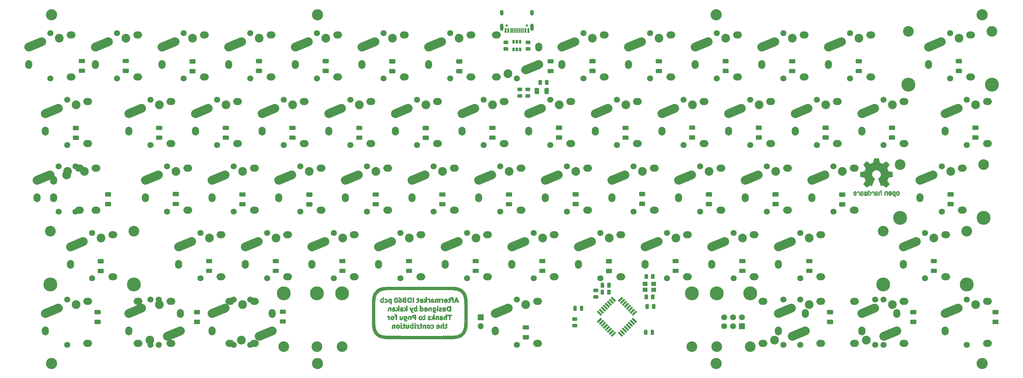
<source format=gbr>
G04 #@! TF.GenerationSoftware,KiCad,Pcbnew,(5.1.5)-3*
G04 #@! TF.CreationDate,2020-11-11T21:52:05+01:00*
G04 #@! TF.ProjectId,keyboard,6b657962-6f61-4726-942e-6b696361645f,rev?*
G04 #@! TF.SameCoordinates,Original*
G04 #@! TF.FileFunction,Soldermask,Bot*
G04 #@! TF.FilePolarity,Negative*
%FSLAX46Y46*%
G04 Gerber Fmt 4.6, Leading zero omitted, Abs format (unit mm)*
G04 Created by KiCad (PCBNEW (5.1.5)-3) date 2020-11-11 21:52:05*
%MOMM*%
%LPD*%
G04 APERTURE LIST*
%ADD10C,0.010000*%
%ADD11C,3.987800*%
%ADD12C,3.048000*%
%ADD13C,2.500000*%
%ADD14C,1.750000*%
%ADD15O,2.000000X2.500000*%
%ADD16O,2.500000X2.000000*%
%ADD17C,2.500000*%
%ADD18C,3.200000*%
%ADD19O,1.700000X1.700000*%
%ADD20R,1.700000X1.700000*%
%ADD21R,0.600000X1.450000*%
%ADD22R,0.300000X1.450000*%
%ADD23O,1.000000X2.100000*%
%ADD24C,0.650000*%
%ADD25O,1.000000X1.600000*%
%ADD26C,1.700000*%
%ADD27R,1.400000X1.200000*%
%ADD28R,0.650000X1.060000*%
%ADD29C,0.100000*%
G04 APERTURE END LIST*
D10*
G36*
X125787923Y-78739609D02*
G01*
X125811853Y-78795744D01*
X125847899Y-78878828D01*
X125890227Y-78975450D01*
X125915288Y-79032261D01*
X125949102Y-79111460D01*
X125991188Y-79214268D01*
X126038923Y-79333822D01*
X126089683Y-79463259D01*
X126140846Y-79595716D01*
X126189787Y-79724330D01*
X126233884Y-79842238D01*
X126270513Y-79942578D01*
X126297052Y-80018487D01*
X126310876Y-80063101D01*
X126312261Y-80070807D01*
X126291784Y-80081302D01*
X126236733Y-80088880D01*
X126156670Y-80092341D01*
X126139912Y-80092435D01*
X125967564Y-80092435D01*
X125867974Y-79783217D01*
X125327042Y-79783217D01*
X125227452Y-80092435D01*
X125041460Y-80092435D01*
X124951287Y-80091990D01*
X124897496Y-80089094D01*
X124872296Y-80081401D01*
X124867893Y-80066567D01*
X124876292Y-80042739D01*
X124890652Y-80006141D01*
X124917324Y-79936043D01*
X124953316Y-79840383D01*
X124995640Y-79727101D01*
X125030518Y-79633249D01*
X125073516Y-79518174D01*
X125407806Y-79518174D01*
X125594990Y-79518174D01*
X125679695Y-79516789D01*
X125744428Y-79513096D01*
X125779035Y-79507783D01*
X125782174Y-79505466D01*
X125774587Y-79481002D01*
X125753992Y-79424224D01*
X125723637Y-79343890D01*
X125690932Y-79259393D01*
X125599691Y-79026028D01*
X125567519Y-79100927D01*
X125544235Y-79157931D01*
X125512069Y-79240216D01*
X125477336Y-79331584D01*
X125471576Y-79347000D01*
X125407806Y-79518174D01*
X125073516Y-79518174D01*
X125097887Y-79452954D01*
X125155009Y-79303759D01*
X125206184Y-79175057D01*
X125255713Y-79056239D01*
X125307895Y-78936694D01*
X125356923Y-78827956D01*
X125434930Y-78656782D01*
X125753386Y-78656782D01*
X125787923Y-78739609D01*
G37*
X125787923Y-78739609D02*
X125811853Y-78795744D01*
X125847899Y-78878828D01*
X125890227Y-78975450D01*
X125915288Y-79032261D01*
X125949102Y-79111460D01*
X125991188Y-79214268D01*
X126038923Y-79333822D01*
X126089683Y-79463259D01*
X126140846Y-79595716D01*
X126189787Y-79724330D01*
X126233884Y-79842238D01*
X126270513Y-79942578D01*
X126297052Y-80018487D01*
X126310876Y-80063101D01*
X126312261Y-80070807D01*
X126291784Y-80081302D01*
X126236733Y-80088880D01*
X126156670Y-80092341D01*
X126139912Y-80092435D01*
X125967564Y-80092435D01*
X125867974Y-79783217D01*
X125327042Y-79783217D01*
X125227452Y-80092435D01*
X125041460Y-80092435D01*
X124951287Y-80091990D01*
X124897496Y-80089094D01*
X124872296Y-80081401D01*
X124867893Y-80066567D01*
X124876292Y-80042739D01*
X124890652Y-80006141D01*
X124917324Y-79936043D01*
X124953316Y-79840383D01*
X124995640Y-79727101D01*
X125030518Y-79633249D01*
X125073516Y-79518174D01*
X125407806Y-79518174D01*
X125594990Y-79518174D01*
X125679695Y-79516789D01*
X125744428Y-79513096D01*
X125779035Y-79507783D01*
X125782174Y-79505466D01*
X125774587Y-79481002D01*
X125753992Y-79424224D01*
X125723637Y-79343890D01*
X125690932Y-79259393D01*
X125599691Y-79026028D01*
X125567519Y-79100927D01*
X125544235Y-79157931D01*
X125512069Y-79240216D01*
X125477336Y-79331584D01*
X125471576Y-79347000D01*
X125407806Y-79518174D01*
X125073516Y-79518174D01*
X125097887Y-79452954D01*
X125155009Y-79303759D01*
X125206184Y-79175057D01*
X125255713Y-79056239D01*
X125307895Y-78936694D01*
X125356923Y-78827956D01*
X125434930Y-78656782D01*
X125753386Y-78656782D01*
X125787923Y-78739609D01*
G36*
X124347116Y-78502286D02*
G01*
X124437606Y-78522883D01*
X124501227Y-78548893D01*
X124555160Y-78589027D01*
X124593595Y-78627273D01*
X124625321Y-78662601D01*
X124650679Y-78697858D01*
X124670459Y-78738359D01*
X124685455Y-78789421D01*
X124696458Y-78856359D01*
X124704260Y-78944487D01*
X124709653Y-79059122D01*
X124713429Y-79205579D01*
X124716380Y-79389174D01*
X124717290Y-79457435D01*
X124725545Y-80092435D01*
X124390695Y-80092435D01*
X124390695Y-79275217D01*
X124015217Y-79275217D01*
X124015217Y-79010174D01*
X124390695Y-79010174D01*
X124390695Y-78942909D01*
X124369935Y-78866534D01*
X124334348Y-78819297D01*
X124287799Y-78782237D01*
X124236895Y-78769881D01*
X124185261Y-78772370D01*
X124118248Y-78781978D01*
X124066376Y-78794213D01*
X124057593Y-78797525D01*
X124035646Y-78798447D01*
X124018108Y-78773056D01*
X124000584Y-78713732D01*
X123994752Y-78688532D01*
X123982034Y-78614116D01*
X123980644Y-78561303D01*
X123986282Y-78544361D01*
X124030370Y-78522100D01*
X124104143Y-78505375D01*
X124193279Y-78495857D01*
X124283460Y-78495215D01*
X124347116Y-78502286D01*
G37*
X124347116Y-78502286D02*
X124437606Y-78522883D01*
X124501227Y-78548893D01*
X124555160Y-78589027D01*
X124593595Y-78627273D01*
X124625321Y-78662601D01*
X124650679Y-78697858D01*
X124670459Y-78738359D01*
X124685455Y-78789421D01*
X124696458Y-78856359D01*
X124704260Y-78944487D01*
X124709653Y-79059122D01*
X124713429Y-79205579D01*
X124716380Y-79389174D01*
X124717290Y-79457435D01*
X124725545Y-80092435D01*
X124390695Y-80092435D01*
X124390695Y-79275217D01*
X124015217Y-79275217D01*
X124015217Y-79010174D01*
X124390695Y-79010174D01*
X124390695Y-78942909D01*
X124369935Y-78866534D01*
X124334348Y-78819297D01*
X124287799Y-78782237D01*
X124236895Y-78769881D01*
X124185261Y-78772370D01*
X124118248Y-78781978D01*
X124066376Y-78794213D01*
X124057593Y-78797525D01*
X124035646Y-78798447D01*
X124018108Y-78773056D01*
X124000584Y-78713732D01*
X123994752Y-78688532D01*
X123982034Y-78614116D01*
X123980644Y-78561303D01*
X123986282Y-78544361D01*
X124030370Y-78522100D01*
X124104143Y-78505375D01*
X124193279Y-78495857D01*
X124283460Y-78495215D01*
X124347116Y-78502286D01*
G36*
X121386624Y-78992846D02*
G01*
X121492335Y-78999730D01*
X121588102Y-79012439D01*
X121628513Y-79020896D01*
X121784434Y-79059106D01*
X121784434Y-80092435D01*
X121453130Y-80092435D01*
X121453130Y-79278727D01*
X121392391Y-79265892D01*
X121334513Y-79261878D01*
X121256971Y-79266327D01*
X121218704Y-79271407D01*
X121105757Y-79289756D01*
X121082857Y-79166530D01*
X121072942Y-79092004D01*
X121073517Y-79039117D01*
X121079365Y-79022805D01*
X121117339Y-79006765D01*
X121188374Y-78996401D01*
X121281720Y-78991748D01*
X121386624Y-78992846D01*
G37*
X121386624Y-78992846D02*
X121492335Y-78999730D01*
X121588102Y-79012439D01*
X121628513Y-79020896D01*
X121784434Y-79059106D01*
X121784434Y-80092435D01*
X121453130Y-80092435D01*
X121453130Y-79278727D01*
X121392391Y-79265892D01*
X121334513Y-79261878D01*
X121256971Y-79266327D01*
X121218704Y-79271407D01*
X121105757Y-79289756D01*
X121082857Y-79166530D01*
X121072942Y-79092004D01*
X121073517Y-79039117D01*
X121079365Y-79022805D01*
X121117339Y-79006765D01*
X121188374Y-78996401D01*
X121281720Y-78991748D01*
X121386624Y-78992846D01*
G36*
X119966373Y-79002964D02*
G01*
X120064102Y-79030416D01*
X120077535Y-79036647D01*
X120125876Y-79057589D01*
X120163628Y-79058711D01*
X120211865Y-79038884D01*
X120232144Y-79028359D01*
X120274655Y-79008784D01*
X120319115Y-78996932D01*
X120376315Y-78991747D01*
X120457048Y-78992177D01*
X120558608Y-78996486D01*
X120662719Y-79002743D01*
X120754509Y-79010183D01*
X120822476Y-79017764D01*
X120851261Y-79023018D01*
X120900956Y-79037413D01*
X120900956Y-80092435D01*
X120591739Y-80092435D01*
X120591739Y-79686189D01*
X120591292Y-79540553D01*
X120589623Y-79433188D01*
X120586242Y-79358199D01*
X120580657Y-79309689D01*
X120572379Y-79281761D01*
X120560915Y-79268519D01*
X120556802Y-79266537D01*
X120477251Y-79254728D01*
X120405759Y-79285497D01*
X120380909Y-79307344D01*
X120360917Y-79328819D01*
X120346563Y-79351818D01*
X120336914Y-79383567D01*
X120331037Y-79431295D01*
X120327997Y-79502228D01*
X120326861Y-79603595D01*
X120326695Y-79726996D01*
X120326695Y-80092435D01*
X119992858Y-80092435D01*
X119996941Y-79690286D01*
X120001024Y-79288138D01*
X119946336Y-79269909D01*
X119871554Y-79264476D01*
X119802652Y-79291758D01*
X119755800Y-79344791D01*
X119752038Y-79353563D01*
X119744457Y-79395114D01*
X119738031Y-79471534D01*
X119733268Y-79573527D01*
X119730674Y-79691792D01*
X119730348Y-79751525D01*
X119730348Y-80092435D01*
X119399043Y-80092435D01*
X119399570Y-79733522D01*
X119400944Y-79605028D01*
X119404390Y-79485795D01*
X119409465Y-79385626D01*
X119415725Y-79314327D01*
X119419587Y-79290649D01*
X119465709Y-79171283D01*
X119539773Y-79078032D01*
X119635518Y-79018544D01*
X119732867Y-78996241D01*
X119849557Y-78991310D01*
X119966373Y-79002964D01*
G37*
X119966373Y-79002964D02*
X120064102Y-79030416D01*
X120077535Y-79036647D01*
X120125876Y-79057589D01*
X120163628Y-79058711D01*
X120211865Y-79038884D01*
X120232144Y-79028359D01*
X120274655Y-79008784D01*
X120319115Y-78996932D01*
X120376315Y-78991747D01*
X120457048Y-78992177D01*
X120558608Y-78996486D01*
X120662719Y-79002743D01*
X120754509Y-79010183D01*
X120822476Y-79017764D01*
X120851261Y-79023018D01*
X120900956Y-79037413D01*
X120900956Y-80092435D01*
X120591739Y-80092435D01*
X120591739Y-79686189D01*
X120591292Y-79540553D01*
X120589623Y-79433188D01*
X120586242Y-79358199D01*
X120580657Y-79309689D01*
X120572379Y-79281761D01*
X120560915Y-79268519D01*
X120556802Y-79266537D01*
X120477251Y-79254728D01*
X120405759Y-79285497D01*
X120380909Y-79307344D01*
X120360917Y-79328819D01*
X120346563Y-79351818D01*
X120336914Y-79383567D01*
X120331037Y-79431295D01*
X120327997Y-79502228D01*
X120326861Y-79603595D01*
X120326695Y-79726996D01*
X120326695Y-80092435D01*
X119992858Y-80092435D01*
X119996941Y-79690286D01*
X120001024Y-79288138D01*
X119946336Y-79269909D01*
X119871554Y-79264476D01*
X119802652Y-79291758D01*
X119755800Y-79344791D01*
X119752038Y-79353563D01*
X119744457Y-79395114D01*
X119738031Y-79471534D01*
X119733268Y-79573527D01*
X119730674Y-79691792D01*
X119730348Y-79751525D01*
X119730348Y-80092435D01*
X119399043Y-80092435D01*
X119399570Y-79733522D01*
X119400944Y-79605028D01*
X119404390Y-79485795D01*
X119409465Y-79385626D01*
X119415725Y-79314327D01*
X119419587Y-79290649D01*
X119465709Y-79171283D01*
X119539773Y-79078032D01*
X119635518Y-79018544D01*
X119732867Y-78996241D01*
X119849557Y-78991310D01*
X119966373Y-79002964D01*
G36*
X117645740Y-78994589D02*
G01*
X117751074Y-79003685D01*
X117841189Y-79018449D01*
X117851644Y-79020896D01*
X118007565Y-79059106D01*
X118007565Y-80092435D01*
X117676261Y-80092435D01*
X117676261Y-79278727D01*
X117615521Y-79265476D01*
X117556804Y-79261563D01*
X117479967Y-79267223D01*
X117448201Y-79272225D01*
X117390094Y-79282561D01*
X117354962Y-79281043D01*
X117334314Y-79259653D01*
X117319656Y-79210374D01*
X117304829Y-79136863D01*
X117294689Y-79062049D01*
X117301846Y-79022779D01*
X117308090Y-79016701D01*
X117356364Y-79002216D01*
X117436592Y-78993763D01*
X117536982Y-78991251D01*
X117645740Y-78994589D01*
G37*
X117645740Y-78994589D02*
X117751074Y-79003685D01*
X117841189Y-79018449D01*
X117851644Y-79020896D01*
X118007565Y-79059106D01*
X118007565Y-80092435D01*
X117676261Y-80092435D01*
X117676261Y-79278727D01*
X117615521Y-79265476D01*
X117556804Y-79261563D01*
X117479967Y-79267223D01*
X117448201Y-79272225D01*
X117390094Y-79282561D01*
X117354962Y-79281043D01*
X117334314Y-79259653D01*
X117319656Y-79210374D01*
X117304829Y-79136863D01*
X117294689Y-79062049D01*
X117301846Y-79022779D01*
X117308090Y-79016701D01*
X117356364Y-79002216D01*
X117436592Y-78993763D01*
X117536982Y-78991251D01*
X117645740Y-78994589D01*
G36*
X116975000Y-78512631D02*
G01*
X117135130Y-78536711D01*
X117140934Y-79314573D01*
X117146739Y-80092435D01*
X116814869Y-80092435D01*
X116814869Y-79642431D01*
X116754130Y-79700856D01*
X116713808Y-79746356D01*
X116659600Y-79816371D01*
X116601269Y-79898104D01*
X116582956Y-79925202D01*
X116472521Y-80091122D01*
X116279186Y-80091778D01*
X116085850Y-80092435D01*
X116168751Y-79957615D01*
X116221819Y-79878525D01*
X116292372Y-79783041D01*
X116368189Y-79687463D01*
X116397131Y-79652999D01*
X116542610Y-79483202D01*
X116326956Y-79252210D01*
X116111302Y-79021217D01*
X116302408Y-79014763D01*
X116493515Y-79008309D01*
X116571282Y-79103111D01*
X116635340Y-79178721D01*
X116705676Y-79258216D01*
X116731407Y-79286261D01*
X116813765Y-79374609D01*
X116814869Y-78488551D01*
X116975000Y-78512631D01*
G37*
X116975000Y-78512631D02*
X117135130Y-78536711D01*
X117140934Y-79314573D01*
X117146739Y-80092435D01*
X116814869Y-80092435D01*
X116814869Y-79642431D01*
X116754130Y-79700856D01*
X116713808Y-79746356D01*
X116659600Y-79816371D01*
X116601269Y-79898104D01*
X116582956Y-79925202D01*
X116472521Y-80091122D01*
X116279186Y-80091778D01*
X116085850Y-80092435D01*
X116168751Y-79957615D01*
X116221819Y-79878525D01*
X116292372Y-79783041D01*
X116368189Y-79687463D01*
X116397131Y-79652999D01*
X116542610Y-79483202D01*
X116326956Y-79252210D01*
X116111302Y-79021217D01*
X116302408Y-79014763D01*
X116493515Y-79008309D01*
X116571282Y-79103111D01*
X116635340Y-79178721D01*
X116705676Y-79258216D01*
X116731407Y-79286261D01*
X116813765Y-79374609D01*
X116814869Y-78488551D01*
X116975000Y-78512631D01*
G36*
X113391391Y-80092435D02*
G01*
X113060087Y-80092435D01*
X113060087Y-78656782D01*
X113391391Y-78656782D01*
X113391391Y-80092435D01*
G37*
X113391391Y-80092435D02*
X113060087Y-80092435D01*
X113060087Y-78656782D01*
X113391391Y-78656782D01*
X113391391Y-80092435D01*
G36*
X123689434Y-78710105D02*
G01*
X123849565Y-78734087D01*
X123849565Y-79297304D01*
X123849355Y-79470984D01*
X123848458Y-79606254D01*
X123846476Y-79708874D01*
X123843010Y-79784608D01*
X123837661Y-79839218D01*
X123830030Y-79878465D01*
X123819719Y-79908111D01*
X123806328Y-79933919D01*
X123805391Y-79935517D01*
X123752763Y-80011043D01*
X123693800Y-80061134D01*
X123617979Y-80090833D01*
X123514779Y-80105183D01*
X123444896Y-80108302D01*
X123348915Y-80107784D01*
X123262739Y-80102152D01*
X123201293Y-80092533D01*
X123189987Y-80089066D01*
X123153138Y-80072296D01*
X123136465Y-80049838D01*
X123135116Y-80008047D01*
X123141616Y-79952989D01*
X123153598Y-79873980D01*
X123166881Y-79831195D01*
X123187151Y-79816905D01*
X123220092Y-79823379D01*
X123233350Y-79828235D01*
X123324484Y-79848359D01*
X123411027Y-79842520D01*
X123477593Y-79812122D01*
X123485130Y-79805304D01*
X123504864Y-79780641D01*
X123517738Y-79747808D01*
X123525162Y-79697644D01*
X123528547Y-79620989D01*
X123529304Y-79518174D01*
X123529304Y-79275217D01*
X123175913Y-79275217D01*
X123175913Y-79010174D01*
X123529304Y-79010174D01*
X123529304Y-78686123D01*
X123689434Y-78710105D01*
G37*
X123689434Y-78710105D02*
X123849565Y-78734087D01*
X123849565Y-79297304D01*
X123849355Y-79470984D01*
X123848458Y-79606254D01*
X123846476Y-79708874D01*
X123843010Y-79784608D01*
X123837661Y-79839218D01*
X123830030Y-79878465D01*
X123819719Y-79908111D01*
X123806328Y-79933919D01*
X123805391Y-79935517D01*
X123752763Y-80011043D01*
X123693800Y-80061134D01*
X123617979Y-80090833D01*
X123514779Y-80105183D01*
X123444896Y-80108302D01*
X123348915Y-80107784D01*
X123262739Y-80102152D01*
X123201293Y-80092533D01*
X123189987Y-80089066D01*
X123153138Y-80072296D01*
X123136465Y-80049838D01*
X123135116Y-80008047D01*
X123141616Y-79952989D01*
X123153598Y-79873980D01*
X123166881Y-79831195D01*
X123187151Y-79816905D01*
X123220092Y-79823379D01*
X123233350Y-79828235D01*
X123324484Y-79848359D01*
X123411027Y-79842520D01*
X123477593Y-79812122D01*
X123485130Y-79805304D01*
X123504864Y-79780641D01*
X123517738Y-79747808D01*
X123525162Y-79697644D01*
X123528547Y-79620989D01*
X123529304Y-79518174D01*
X123529304Y-79275217D01*
X123175913Y-79275217D01*
X123175913Y-79010174D01*
X123529304Y-79010174D01*
X123529304Y-78686123D01*
X123689434Y-78710105D01*
G36*
X118925258Y-78990006D02*
G01*
X119011285Y-79000687D01*
X119034608Y-79006209D01*
X119077571Y-79023388D01*
X119095025Y-79051284D01*
X119096183Y-79105766D01*
X119095850Y-79111704D01*
X119088661Y-79202012D01*
X119077069Y-79255381D01*
X119056616Y-79279043D01*
X119022848Y-79280232D01*
X118996070Y-79273666D01*
X118932628Y-79261987D01*
X118848564Y-79254548D01*
X118797319Y-79253130D01*
X118693577Y-79264814D01*
X118621756Y-79298407D01*
X118585567Y-79351720D01*
X118581885Y-79380130D01*
X118587852Y-79400436D01*
X118611647Y-79412422D01*
X118662223Y-79418338D01*
X118742016Y-79420373D01*
X118834998Y-79424935D01*
X118921958Y-79435313D01*
X118981270Y-79448492D01*
X119085067Y-79504523D01*
X119159178Y-79589252D01*
X119199862Y-79695629D01*
X119203382Y-79816603D01*
X119196645Y-79854625D01*
X119163255Y-79949450D01*
X119108386Y-80020140D01*
X119027412Y-80069055D01*
X118915705Y-80098552D01*
X118768639Y-80110990D01*
X118692261Y-80111671D01*
X118583756Y-80108824D01*
X118481155Y-80102704D01*
X118399223Y-80094346D01*
X118366478Y-80088769D01*
X118272608Y-80067748D01*
X118272608Y-79760437D01*
X118581826Y-79760437D01*
X118581826Y-79871565D01*
X118689814Y-79871565D01*
X118789955Y-79859598D01*
X118849499Y-79829703D01*
X118884681Y-79792646D01*
X118887457Y-79752608D01*
X118879181Y-79725239D01*
X118858454Y-79685292D01*
X118822918Y-79661810D01*
X118758671Y-79646160D01*
X118749268Y-79644548D01*
X118665072Y-79633821D01*
X118614916Y-79640519D01*
X118590177Y-79670610D01*
X118582234Y-79730062D01*
X118581826Y-79760437D01*
X118272608Y-79760437D01*
X118272608Y-79672921D01*
X118273928Y-79533601D01*
X118277620Y-79409992D01*
X118283287Y-79309840D01*
X118290531Y-79240888D01*
X118296100Y-79215916D01*
X118353705Y-79120518D01*
X118440673Y-79045032D01*
X118525556Y-79006650D01*
X118601628Y-78993612D01*
X118704333Y-78986483D01*
X118817575Y-78985276D01*
X118925258Y-78990006D01*
G37*
X118925258Y-78990006D02*
X119011285Y-79000687D01*
X119034608Y-79006209D01*
X119077571Y-79023388D01*
X119095025Y-79051284D01*
X119096183Y-79105766D01*
X119095850Y-79111704D01*
X119088661Y-79202012D01*
X119077069Y-79255381D01*
X119056616Y-79279043D01*
X119022848Y-79280232D01*
X118996070Y-79273666D01*
X118932628Y-79261987D01*
X118848564Y-79254548D01*
X118797319Y-79253130D01*
X118693577Y-79264814D01*
X118621756Y-79298407D01*
X118585567Y-79351720D01*
X118581885Y-79380130D01*
X118587852Y-79400436D01*
X118611647Y-79412422D01*
X118662223Y-79418338D01*
X118742016Y-79420373D01*
X118834998Y-79424935D01*
X118921958Y-79435313D01*
X118981270Y-79448492D01*
X119085067Y-79504523D01*
X119159178Y-79589252D01*
X119199862Y-79695629D01*
X119203382Y-79816603D01*
X119196645Y-79854625D01*
X119163255Y-79949450D01*
X119108386Y-80020140D01*
X119027412Y-80069055D01*
X118915705Y-80098552D01*
X118768639Y-80110990D01*
X118692261Y-80111671D01*
X118583756Y-80108824D01*
X118481155Y-80102704D01*
X118399223Y-80094346D01*
X118366478Y-80088769D01*
X118272608Y-80067748D01*
X118272608Y-79760437D01*
X118581826Y-79760437D01*
X118581826Y-79871565D01*
X118689814Y-79871565D01*
X118789955Y-79859598D01*
X118849499Y-79829703D01*
X118884681Y-79792646D01*
X118887457Y-79752608D01*
X118879181Y-79725239D01*
X118858454Y-79685292D01*
X118822918Y-79661810D01*
X118758671Y-79646160D01*
X118749268Y-79644548D01*
X118665072Y-79633821D01*
X118614916Y-79640519D01*
X118590177Y-79670610D01*
X118582234Y-79730062D01*
X118581826Y-79760437D01*
X118272608Y-79760437D01*
X118272608Y-79672921D01*
X118273928Y-79533601D01*
X118277620Y-79409992D01*
X118283287Y-79309840D01*
X118290531Y-79240888D01*
X118296100Y-79215916D01*
X118353705Y-79120518D01*
X118440673Y-79045032D01*
X118525556Y-79006650D01*
X118601628Y-78993612D01*
X118704333Y-78986483D01*
X118817575Y-78985276D01*
X118925258Y-78990006D01*
G36*
X114672434Y-78709829D02*
G01*
X114827043Y-78731199D01*
X114827043Y-79264955D01*
X114825898Y-79460001D01*
X114822539Y-79621597D01*
X114817080Y-79746961D01*
X114809638Y-79833315D01*
X114801897Y-79873791D01*
X114743691Y-79982200D01*
X114654087Y-80065708D01*
X114623836Y-80083490D01*
X114567354Y-80099630D01*
X114481806Y-80109384D01*
X114381858Y-80112594D01*
X114282175Y-80109107D01*
X114197423Y-80098767D01*
X114157654Y-80088431D01*
X114114331Y-80065683D01*
X114103881Y-80031138D01*
X114107959Y-80001827D01*
X114125721Y-79909247D01*
X114138243Y-79852424D01*
X114149500Y-79823911D01*
X114163469Y-79816263D01*
X114184124Y-79822034D01*
X114200512Y-79828511D01*
X114292729Y-79847989D01*
X114382791Y-79840847D01*
X114452848Y-79808706D01*
X114475174Y-79786881D01*
X114490405Y-79758335D01*
X114500436Y-79714080D01*
X114507161Y-79645128D01*
X114512473Y-79542489D01*
X114513350Y-79521576D01*
X114523500Y-79275217D01*
X114142348Y-79275217D01*
X114142348Y-79010174D01*
X114517826Y-79010174D01*
X114517826Y-78688460D01*
X114672434Y-78709829D01*
G37*
X114672434Y-78709829D02*
X114827043Y-78731199D01*
X114827043Y-79264955D01*
X114825898Y-79460001D01*
X114822539Y-79621597D01*
X114817080Y-79746961D01*
X114809638Y-79833315D01*
X114801897Y-79873791D01*
X114743691Y-79982200D01*
X114654087Y-80065708D01*
X114623836Y-80083490D01*
X114567354Y-80099630D01*
X114481806Y-80109384D01*
X114381858Y-80112594D01*
X114282175Y-80109107D01*
X114197423Y-80098767D01*
X114157654Y-80088431D01*
X114114331Y-80065683D01*
X114103881Y-80031138D01*
X114107959Y-80001827D01*
X114125721Y-79909247D01*
X114138243Y-79852424D01*
X114149500Y-79823911D01*
X114163469Y-79816263D01*
X114184124Y-79822034D01*
X114200512Y-79828511D01*
X114292729Y-79847989D01*
X114382791Y-79840847D01*
X114452848Y-79808706D01*
X114475174Y-79786881D01*
X114490405Y-79758335D01*
X114500436Y-79714080D01*
X114507161Y-79645128D01*
X114512473Y-79542489D01*
X114513350Y-79521576D01*
X114523500Y-79275217D01*
X114142348Y-79275217D01*
X114142348Y-79010174D01*
X114517826Y-79010174D01*
X114517826Y-78688460D01*
X114672434Y-78709829D01*
G36*
X112496869Y-78657290D02*
G01*
X112588404Y-78665676D01*
X112664468Y-78672453D01*
X112713372Y-78676586D01*
X112723261Y-78677300D01*
X112731260Y-78687196D01*
X112737669Y-78718311D01*
X112742629Y-78774298D01*
X112746283Y-78858807D01*
X112748774Y-78975488D01*
X112750246Y-79127993D01*
X112750840Y-79319972D01*
X112750869Y-79382576D01*
X112750869Y-80086282D01*
X112634913Y-80100210D01*
X112506713Y-80110290D01*
X112365132Y-80112796D01*
X112224383Y-80108200D01*
X112098680Y-80096974D01*
X112002239Y-80079591D01*
X112000448Y-80079114D01*
X111832503Y-80015665D01*
X111698573Y-79924455D01*
X111598310Y-79804993D01*
X111531364Y-79656787D01*
X111497385Y-79479347D01*
X111492634Y-79365078D01*
X111494108Y-79348502D01*
X111840339Y-79348502D01*
X111848647Y-79468957D01*
X111879062Y-79582086D01*
X111930547Y-79678280D01*
X112002067Y-79747931D01*
X112036844Y-79766544D01*
X112113064Y-79797647D01*
X112168246Y-79814988D01*
X112221677Y-79822839D01*
X112292641Y-79825474D01*
X112303608Y-79825647D01*
X112419565Y-79827391D01*
X112419565Y-78943913D01*
X112277438Y-78943913D01*
X112152184Y-78951217D01*
X112057207Y-78975481D01*
X111980702Y-79020233D01*
X111958414Y-79039254D01*
X111894186Y-79124043D01*
X111855173Y-79230328D01*
X111840339Y-79348502D01*
X111494108Y-79348502D01*
X111509273Y-79178004D01*
X111557918Y-79020817D01*
X111639279Y-78892225D01*
X111754069Y-78790940D01*
X111834261Y-78745158D01*
X112003891Y-78684865D01*
X112202887Y-78653626D01*
X112426835Y-78652028D01*
X112496869Y-78657290D01*
G37*
X112496869Y-78657290D02*
X112588404Y-78665676D01*
X112664468Y-78672453D01*
X112713372Y-78676586D01*
X112723261Y-78677300D01*
X112731260Y-78687196D01*
X112737669Y-78718311D01*
X112742629Y-78774298D01*
X112746283Y-78858807D01*
X112748774Y-78975488D01*
X112750246Y-79127993D01*
X112750840Y-79319972D01*
X112750869Y-79382576D01*
X112750869Y-80086282D01*
X112634913Y-80100210D01*
X112506713Y-80110290D01*
X112365132Y-80112796D01*
X112224383Y-80108200D01*
X112098680Y-80096974D01*
X112002239Y-80079591D01*
X112000448Y-80079114D01*
X111832503Y-80015665D01*
X111698573Y-79924455D01*
X111598310Y-79804993D01*
X111531364Y-79656787D01*
X111497385Y-79479347D01*
X111492634Y-79365078D01*
X111494108Y-79348502D01*
X111840339Y-79348502D01*
X111848647Y-79468957D01*
X111879062Y-79582086D01*
X111930547Y-79678280D01*
X112002067Y-79747931D01*
X112036844Y-79766544D01*
X112113064Y-79797647D01*
X112168246Y-79814988D01*
X112221677Y-79822839D01*
X112292641Y-79825474D01*
X112303608Y-79825647D01*
X112419565Y-79827391D01*
X112419565Y-78943913D01*
X112277438Y-78943913D01*
X112152184Y-78951217D01*
X112057207Y-78975481D01*
X111980702Y-79020233D01*
X111958414Y-79039254D01*
X111894186Y-79124043D01*
X111855173Y-79230328D01*
X111840339Y-79348502D01*
X111494108Y-79348502D01*
X111509273Y-79178004D01*
X111557918Y-79020817D01*
X111639279Y-78892225D01*
X111754069Y-78790940D01*
X111834261Y-78745158D01*
X112003891Y-78684865D01*
X112202887Y-78653626D01*
X112426835Y-78652028D01*
X112496869Y-78657290D01*
G36*
X110965058Y-78652605D02*
G01*
X111175131Y-78671838D01*
X111221348Y-78678081D01*
X111222692Y-78699492D01*
X111223917Y-78759830D01*
X111224984Y-78853848D01*
X111225850Y-78976299D01*
X111226475Y-79121937D01*
X111226817Y-79285515D01*
X111226869Y-79382506D01*
X111226869Y-80086142D01*
X111091108Y-80100332D01*
X111015111Y-80106008D01*
X110919371Y-80109945D01*
X110814866Y-80112092D01*
X110712578Y-80112398D01*
X110623485Y-80110812D01*
X110558569Y-80107284D01*
X110531130Y-80102924D01*
X110497391Y-80092752D01*
X110439109Y-80076913D01*
X110414884Y-80070608D01*
X110316512Y-80028342D01*
X110224202Y-79959481D01*
X110153100Y-79876616D01*
X110130275Y-79833967D01*
X110103239Y-79727252D01*
X110103571Y-79632674D01*
X110444454Y-79632674D01*
X110445820Y-79702441D01*
X110472720Y-79761282D01*
X110501568Y-79785127D01*
X110562837Y-79808427D01*
X110642554Y-79827289D01*
X110720442Y-79837871D01*
X110774087Y-79836790D01*
X110831525Y-79829039D01*
X110856913Y-79827693D01*
X110876202Y-79822230D01*
X110887837Y-79800495D01*
X110893659Y-79753913D01*
X110895508Y-79673910D01*
X110895565Y-79647649D01*
X110895565Y-79467907D01*
X110726093Y-79483264D01*
X110638729Y-79493503D01*
X110564731Y-79506337D01*
X110518499Y-79519205D01*
X110515210Y-79520784D01*
X110467844Y-79567087D01*
X110444454Y-79632674D01*
X110103571Y-79632674D01*
X110103635Y-79614480D01*
X110128833Y-79507828D01*
X110176205Y-79419472D01*
X110230736Y-79368596D01*
X110274111Y-79341246D01*
X110297464Y-79325989D01*
X110291039Y-79307086D01*
X110262670Y-79270820D01*
X110261571Y-79269608D01*
X110194932Y-79167447D01*
X110170496Y-79066843D01*
X110498000Y-79066843D01*
X110509821Y-79131723D01*
X110548550Y-79175140D01*
X110619084Y-79199900D01*
X110726319Y-79208813D01*
X110745871Y-79208956D01*
X110895565Y-79208956D01*
X110895565Y-78916017D01*
X110730713Y-78926596D01*
X110624337Y-78937511D01*
X110554991Y-78956722D01*
X110515722Y-78988420D01*
X110499577Y-79036794D01*
X110498000Y-79066843D01*
X110170496Y-79066843D01*
X110168197Y-79057381D01*
X110180039Y-78947353D01*
X110229128Y-78845306D01*
X110314137Y-78759183D01*
X110351008Y-78734927D01*
X110457892Y-78691287D01*
X110600092Y-78662744D01*
X110771263Y-78649712D01*
X110965058Y-78652605D01*
G37*
X110965058Y-78652605D02*
X111175131Y-78671838D01*
X111221348Y-78678081D01*
X111222692Y-78699492D01*
X111223917Y-78759830D01*
X111224984Y-78853848D01*
X111225850Y-78976299D01*
X111226475Y-79121937D01*
X111226817Y-79285515D01*
X111226869Y-79382506D01*
X111226869Y-80086142D01*
X111091108Y-80100332D01*
X111015111Y-80106008D01*
X110919371Y-80109945D01*
X110814866Y-80112092D01*
X110712578Y-80112398D01*
X110623485Y-80110812D01*
X110558569Y-80107284D01*
X110531130Y-80102924D01*
X110497391Y-80092752D01*
X110439109Y-80076913D01*
X110414884Y-80070608D01*
X110316512Y-80028342D01*
X110224202Y-79959481D01*
X110153100Y-79876616D01*
X110130275Y-79833967D01*
X110103239Y-79727252D01*
X110103571Y-79632674D01*
X110444454Y-79632674D01*
X110445820Y-79702441D01*
X110472720Y-79761282D01*
X110501568Y-79785127D01*
X110562837Y-79808427D01*
X110642554Y-79827289D01*
X110720442Y-79837871D01*
X110774087Y-79836790D01*
X110831525Y-79829039D01*
X110856913Y-79827693D01*
X110876202Y-79822230D01*
X110887837Y-79800495D01*
X110893659Y-79753913D01*
X110895508Y-79673910D01*
X110895565Y-79647649D01*
X110895565Y-79467907D01*
X110726093Y-79483264D01*
X110638729Y-79493503D01*
X110564731Y-79506337D01*
X110518499Y-79519205D01*
X110515210Y-79520784D01*
X110467844Y-79567087D01*
X110444454Y-79632674D01*
X110103571Y-79632674D01*
X110103635Y-79614480D01*
X110128833Y-79507828D01*
X110176205Y-79419472D01*
X110230736Y-79368596D01*
X110274111Y-79341246D01*
X110297464Y-79325989D01*
X110291039Y-79307086D01*
X110262670Y-79270820D01*
X110261571Y-79269608D01*
X110194932Y-79167447D01*
X110170496Y-79066843D01*
X110498000Y-79066843D01*
X110509821Y-79131723D01*
X110548550Y-79175140D01*
X110619084Y-79199900D01*
X110726319Y-79208813D01*
X110745871Y-79208956D01*
X110895565Y-79208956D01*
X110895565Y-78916017D01*
X110730713Y-78926596D01*
X110624337Y-78937511D01*
X110554991Y-78956722D01*
X110515722Y-78988420D01*
X110499577Y-79036794D01*
X110498000Y-79066843D01*
X110170496Y-79066843D01*
X110168197Y-79057381D01*
X110180039Y-78947353D01*
X110229128Y-78845306D01*
X110314137Y-78759183D01*
X110351008Y-78734927D01*
X110457892Y-78691287D01*
X110600092Y-78662744D01*
X110771263Y-78649712D01*
X110965058Y-78652605D01*
G36*
X122625653Y-78996875D02*
G01*
X122701043Y-79019202D01*
X122830466Y-79095435D01*
X122926564Y-79200323D01*
X122988866Y-79332990D01*
X123016898Y-79492560D01*
X123016850Y-79604805D01*
X122990998Y-79767353D01*
X122933596Y-79899325D01*
X122843933Y-80001773D01*
X122721298Y-80075749D01*
X122690000Y-80088242D01*
X122605406Y-80108734D01*
X122495896Y-80120775D01*
X122380131Y-80123137D01*
X122280594Y-80115182D01*
X122180697Y-80099038D01*
X122117492Y-80081527D01*
X122084022Y-80054492D01*
X122073331Y-80009777D01*
X122078461Y-79939226D01*
X122085505Y-79886464D01*
X122096118Y-79825601D01*
X122109356Y-79800251D01*
X122130819Y-79801856D01*
X122138399Y-79805611D01*
X122181591Y-79819808D01*
X122250535Y-79833815D01*
X122300726Y-79840959D01*
X122426069Y-79844357D01*
X122533449Y-79825185D01*
X122614750Y-79785809D01*
X122657942Y-79736969D01*
X122680325Y-79690214D01*
X122689990Y-79663147D01*
X122690000Y-79662836D01*
X122669160Y-79658691D01*
X122611627Y-79655155D01*
X122524881Y-79652490D01*
X122416401Y-79650960D01*
X122344814Y-79650696D01*
X121999628Y-79650696D01*
X122009780Y-79479522D01*
X122021974Y-79400408D01*
X122319069Y-79400408D01*
X122339655Y-79419093D01*
X122394105Y-79427620D01*
X122487241Y-79429808D01*
X122502261Y-79429826D01*
X122595632Y-79428493D01*
X122652779Y-79423537D01*
X122681595Y-79413522D01*
X122689974Y-79397013D01*
X122690000Y-79395692D01*
X122670110Y-79341456D01*
X122619028Y-79293559D01*
X122549630Y-79261357D01*
X122493725Y-79253130D01*
X122427959Y-79260152D01*
X122383874Y-79288005D01*
X122360199Y-79317279D01*
X122327524Y-79367743D01*
X122319069Y-79400408D01*
X122021974Y-79400408D01*
X122034853Y-79316858D01*
X122089398Y-79186414D01*
X122174303Y-79086733D01*
X122290453Y-79016358D01*
X122291853Y-79015765D01*
X122390880Y-78990475D01*
X122509030Y-78984236D01*
X122625653Y-78996875D01*
G37*
X122625653Y-78996875D02*
X122701043Y-79019202D01*
X122830466Y-79095435D01*
X122926564Y-79200323D01*
X122988866Y-79332990D01*
X123016898Y-79492560D01*
X123016850Y-79604805D01*
X122990998Y-79767353D01*
X122933596Y-79899325D01*
X122843933Y-80001773D01*
X122721298Y-80075749D01*
X122690000Y-80088242D01*
X122605406Y-80108734D01*
X122495896Y-80120775D01*
X122380131Y-80123137D01*
X122280594Y-80115182D01*
X122180697Y-80099038D01*
X122117492Y-80081527D01*
X122084022Y-80054492D01*
X122073331Y-80009777D01*
X122078461Y-79939226D01*
X122085505Y-79886464D01*
X122096118Y-79825601D01*
X122109356Y-79800251D01*
X122130819Y-79801856D01*
X122138399Y-79805611D01*
X122181591Y-79819808D01*
X122250535Y-79833815D01*
X122300726Y-79840959D01*
X122426069Y-79844357D01*
X122533449Y-79825185D01*
X122614750Y-79785809D01*
X122657942Y-79736969D01*
X122680325Y-79690214D01*
X122689990Y-79663147D01*
X122690000Y-79662836D01*
X122669160Y-79658691D01*
X122611627Y-79655155D01*
X122524881Y-79652490D01*
X122416401Y-79650960D01*
X122344814Y-79650696D01*
X121999628Y-79650696D01*
X122009780Y-79479522D01*
X122021974Y-79400408D01*
X122319069Y-79400408D01*
X122339655Y-79419093D01*
X122394105Y-79427620D01*
X122487241Y-79429808D01*
X122502261Y-79429826D01*
X122595632Y-79428493D01*
X122652779Y-79423537D01*
X122681595Y-79413522D01*
X122689974Y-79397013D01*
X122690000Y-79395692D01*
X122670110Y-79341456D01*
X122619028Y-79293559D01*
X122549630Y-79261357D01*
X122493725Y-79253130D01*
X122427959Y-79260152D01*
X122383874Y-79288005D01*
X122360199Y-79317279D01*
X122327524Y-79367743D01*
X122319069Y-79400408D01*
X122021974Y-79400408D01*
X122034853Y-79316858D01*
X122089398Y-79186414D01*
X122174303Y-79086733D01*
X122290453Y-79016358D01*
X122291853Y-79015765D01*
X122390880Y-78990475D01*
X122509030Y-78984236D01*
X122625653Y-78996875D01*
G36*
X115684366Y-79001683D02*
G01*
X115819887Y-79061676D01*
X115935724Y-79159992D01*
X116002059Y-79251741D01*
X116042804Y-79355889D01*
X116060747Y-79482432D01*
X116060515Y-79607460D01*
X116053085Y-79705323D01*
X116038179Y-79777118D01*
X116010933Y-79840873D01*
X115985873Y-79884004D01*
X115896037Y-79988540D01*
X115775952Y-80064317D01*
X115630058Y-80109922D01*
X115462795Y-80123944D01*
X115286255Y-80106384D01*
X115209684Y-80090958D01*
X115151489Y-80076353D01*
X115124303Y-80065752D01*
X115119341Y-80037991D01*
X115120880Y-79980637D01*
X115126153Y-79926940D01*
X115136610Y-79856503D01*
X115148699Y-79820754D01*
X115167572Y-79810346D01*
X115188714Y-79813410D01*
X115335999Y-79839318D01*
X115467620Y-79842618D01*
X115577270Y-79824254D01*
X115658643Y-79785167D01*
X115700550Y-79736969D01*
X115722934Y-79690214D01*
X115732599Y-79663147D01*
X115732608Y-79662836D01*
X115711774Y-79658675D01*
X115654277Y-79655129D01*
X115567629Y-79652464D01*
X115459340Y-79650946D01*
X115390261Y-79650696D01*
X115047913Y-79650696D01*
X115048036Y-79523696D01*
X115055487Y-79417686D01*
X115357130Y-79417686D01*
X115377525Y-79423172D01*
X115431948Y-79427368D01*
X115510258Y-79429618D01*
X115544869Y-79429826D01*
X115638241Y-79428493D01*
X115695388Y-79423537D01*
X115724204Y-79413522D01*
X115732583Y-79397013D01*
X115732608Y-79395692D01*
X115712701Y-79338761D01*
X115661130Y-79292549D01*
X115590124Y-79262782D01*
X115511910Y-79255188D01*
X115457511Y-79266850D01*
X115425921Y-79293714D01*
X115390316Y-79341965D01*
X115363612Y-79392193D01*
X115357130Y-79417686D01*
X115055487Y-79417686D01*
X115058031Y-79381498D01*
X115090294Y-79267695D01*
X115148703Y-79170513D01*
X115174559Y-79139883D01*
X115275327Y-79051944D01*
X115389347Y-79001110D01*
X115526870Y-78982897D01*
X115533826Y-78982772D01*
X115684366Y-79001683D01*
G37*
X115684366Y-79001683D02*
X115819887Y-79061676D01*
X115935724Y-79159992D01*
X116002059Y-79251741D01*
X116042804Y-79355889D01*
X116060747Y-79482432D01*
X116060515Y-79607460D01*
X116053085Y-79705323D01*
X116038179Y-79777118D01*
X116010933Y-79840873D01*
X115985873Y-79884004D01*
X115896037Y-79988540D01*
X115775952Y-80064317D01*
X115630058Y-80109922D01*
X115462795Y-80123944D01*
X115286255Y-80106384D01*
X115209684Y-80090958D01*
X115151489Y-80076353D01*
X115124303Y-80065752D01*
X115119341Y-80037991D01*
X115120880Y-79980637D01*
X115126153Y-79926940D01*
X115136610Y-79856503D01*
X115148699Y-79820754D01*
X115167572Y-79810346D01*
X115188714Y-79813410D01*
X115335999Y-79839318D01*
X115467620Y-79842618D01*
X115577270Y-79824254D01*
X115658643Y-79785167D01*
X115700550Y-79736969D01*
X115722934Y-79690214D01*
X115732599Y-79663147D01*
X115732608Y-79662836D01*
X115711774Y-79658675D01*
X115654277Y-79655129D01*
X115567629Y-79652464D01*
X115459340Y-79650946D01*
X115390261Y-79650696D01*
X115047913Y-79650696D01*
X115048036Y-79523696D01*
X115055487Y-79417686D01*
X115357130Y-79417686D01*
X115377525Y-79423172D01*
X115431948Y-79427368D01*
X115510258Y-79429618D01*
X115544869Y-79429826D01*
X115638241Y-79428493D01*
X115695388Y-79423537D01*
X115724204Y-79413522D01*
X115732583Y-79397013D01*
X115732608Y-79395692D01*
X115712701Y-79338761D01*
X115661130Y-79292549D01*
X115590124Y-79262782D01*
X115511910Y-79255188D01*
X115457511Y-79266850D01*
X115425921Y-79293714D01*
X115390316Y-79341965D01*
X115363612Y-79392193D01*
X115357130Y-79417686D01*
X115055487Y-79417686D01*
X115058031Y-79381498D01*
X115090294Y-79267695D01*
X115148703Y-79170513D01*
X115174559Y-79139883D01*
X115275327Y-79051944D01*
X115389347Y-79001110D01*
X115526870Y-78982897D01*
X115533826Y-78982772D01*
X115684366Y-79001683D01*
G36*
X109280604Y-78676888D02*
G01*
X109450354Y-78731512D01*
X109605497Y-78814916D01*
X109681748Y-78873395D01*
X109789761Y-78996657D01*
X109870252Y-79147988D01*
X109920605Y-79318974D01*
X109938203Y-79501202D01*
X109925619Y-79657641D01*
X109885451Y-79817318D01*
X109822297Y-79940660D01*
X109733604Y-80030498D01*
X109616822Y-80089660D01*
X109513090Y-80114985D01*
X109444207Y-80125918D01*
X109396921Y-80132757D01*
X109382608Y-80134061D01*
X109363190Y-80128888D01*
X109314039Y-80118429D01*
X109284494Y-80112529D01*
X109166315Y-80068297D01*
X109061062Y-79989749D01*
X108977961Y-79886585D01*
X108926233Y-79768507D01*
X108917385Y-79726382D01*
X108915580Y-79690352D01*
X109236500Y-79690352D01*
X109259469Y-79759768D01*
X109312229Y-79811857D01*
X109382044Y-79841229D01*
X109456173Y-79842494D01*
X109521240Y-79810826D01*
X109569102Y-79744695D01*
X109601859Y-79650203D01*
X109614505Y-79541994D01*
X109614521Y-79537966D01*
X109610962Y-79482217D01*
X109592207Y-79455085D01*
X109546135Y-79441121D01*
X109537217Y-79439412D01*
X109419075Y-79431348D01*
X109329802Y-79456599D01*
X109269837Y-79514799D01*
X109239619Y-79605581D01*
X109236500Y-79690352D01*
X108915580Y-79690352D01*
X108910149Y-79581970D01*
X108937204Y-79460224D01*
X109000517Y-79353704D01*
X109022576Y-79328217D01*
X109104791Y-79255244D01*
X109195788Y-79210665D01*
X109306584Y-79190750D01*
X109428951Y-79190652D01*
X109568094Y-79197913D01*
X109530569Y-79134161D01*
X109469557Y-79066163D01*
X109376565Y-79005498D01*
X109263774Y-78958394D01*
X109143364Y-78931078D01*
X109130415Y-78929573D01*
X108991911Y-78915097D01*
X109005042Y-78849440D01*
X109015063Y-78776760D01*
X109018174Y-78720282D01*
X109021578Y-78680419D01*
X109039983Y-78662140D01*
X109085672Y-78657168D01*
X109112043Y-78657045D01*
X109280604Y-78676888D01*
G37*
X109280604Y-78676888D02*
X109450354Y-78731512D01*
X109605497Y-78814916D01*
X109681748Y-78873395D01*
X109789761Y-78996657D01*
X109870252Y-79147988D01*
X109920605Y-79318974D01*
X109938203Y-79501202D01*
X109925619Y-79657641D01*
X109885451Y-79817318D01*
X109822297Y-79940660D01*
X109733604Y-80030498D01*
X109616822Y-80089660D01*
X109513090Y-80114985D01*
X109444207Y-80125918D01*
X109396921Y-80132757D01*
X109382608Y-80134061D01*
X109363190Y-80128888D01*
X109314039Y-80118429D01*
X109284494Y-80112529D01*
X109166315Y-80068297D01*
X109061062Y-79989749D01*
X108977961Y-79886585D01*
X108926233Y-79768507D01*
X108917385Y-79726382D01*
X108915580Y-79690352D01*
X109236500Y-79690352D01*
X109259469Y-79759768D01*
X109312229Y-79811857D01*
X109382044Y-79841229D01*
X109456173Y-79842494D01*
X109521240Y-79810826D01*
X109569102Y-79744695D01*
X109601859Y-79650203D01*
X109614505Y-79541994D01*
X109614521Y-79537966D01*
X109610962Y-79482217D01*
X109592207Y-79455085D01*
X109546135Y-79441121D01*
X109537217Y-79439412D01*
X109419075Y-79431348D01*
X109329802Y-79456599D01*
X109269837Y-79514799D01*
X109239619Y-79605581D01*
X109236500Y-79690352D01*
X108915580Y-79690352D01*
X108910149Y-79581970D01*
X108937204Y-79460224D01*
X109000517Y-79353704D01*
X109022576Y-79328217D01*
X109104791Y-79255244D01*
X109195788Y-79210665D01*
X109306584Y-79190750D01*
X109428951Y-79190652D01*
X109568094Y-79197913D01*
X109530569Y-79134161D01*
X109469557Y-79066163D01*
X109376565Y-79005498D01*
X109263774Y-78958394D01*
X109143364Y-78931078D01*
X109130415Y-78929573D01*
X108991911Y-78915097D01*
X109005042Y-78849440D01*
X109015063Y-78776760D01*
X109018174Y-78720282D01*
X109021578Y-78680419D01*
X109039983Y-78662140D01*
X109085672Y-78657168D01*
X109112043Y-78657045D01*
X109280604Y-78676888D01*
G36*
X108399221Y-78652883D02*
G01*
X108500180Y-78695775D01*
X108519002Y-78708813D01*
X108624212Y-78812061D01*
X108700526Y-78940702D01*
X108748917Y-79097622D01*
X108770358Y-79285711D01*
X108769210Y-79451637D01*
X108755086Y-79618874D01*
X108729149Y-79751809D01*
X108688820Y-79859336D01*
X108631522Y-79950350D01*
X108620758Y-79963792D01*
X108522085Y-80050210D01*
X108399247Y-80105110D01*
X108261970Y-80125303D01*
X108156465Y-80115961D01*
X108028664Y-80070288D01*
X107923157Y-79987277D01*
X107840746Y-79868184D01*
X107782235Y-79714265D01*
X107748426Y-79526777D01*
X107743599Y-79469991D01*
X107743499Y-79363565D01*
X108080438Y-79363565D01*
X108081305Y-79496677D01*
X108086156Y-79594667D01*
X108096621Y-79666527D01*
X108114330Y-79721245D01*
X108140915Y-79767813D01*
X108157905Y-79790672D01*
X108217718Y-79838836D01*
X108283382Y-79845031D01*
X108347091Y-79808850D01*
X108354863Y-79800969D01*
X108392814Y-79747073D01*
X108419070Y-79675568D01*
X108435120Y-79579097D01*
X108442450Y-79450302D01*
X108443304Y-79363565D01*
X108434984Y-79197704D01*
X108411055Y-79068257D01*
X108372205Y-78976540D01*
X108319121Y-78923870D01*
X108252493Y-78911563D01*
X108212377Y-78921682D01*
X108160944Y-78954716D01*
X108123473Y-79012254D01*
X108098523Y-79099128D01*
X108084650Y-79220169D01*
X108080438Y-79363565D01*
X107743499Y-79363565D01*
X107743399Y-79258049D01*
X107772067Y-79071909D01*
X107828603Y-78914121D01*
X107912008Y-78787233D01*
X108021283Y-78693792D01*
X108055475Y-78674431D01*
X108160472Y-78640995D01*
X108280519Y-78634218D01*
X108399221Y-78652883D01*
G37*
X108399221Y-78652883D02*
X108500180Y-78695775D01*
X108519002Y-78708813D01*
X108624212Y-78812061D01*
X108700526Y-78940702D01*
X108748917Y-79097622D01*
X108770358Y-79285711D01*
X108769210Y-79451637D01*
X108755086Y-79618874D01*
X108729149Y-79751809D01*
X108688820Y-79859336D01*
X108631522Y-79950350D01*
X108620758Y-79963792D01*
X108522085Y-80050210D01*
X108399247Y-80105110D01*
X108261970Y-80125303D01*
X108156465Y-80115961D01*
X108028664Y-80070288D01*
X107923157Y-79987277D01*
X107840746Y-79868184D01*
X107782235Y-79714265D01*
X107748426Y-79526777D01*
X107743599Y-79469991D01*
X107743499Y-79363565D01*
X108080438Y-79363565D01*
X108081305Y-79496677D01*
X108086156Y-79594667D01*
X108096621Y-79666527D01*
X108114330Y-79721245D01*
X108140915Y-79767813D01*
X108157905Y-79790672D01*
X108217718Y-79838836D01*
X108283382Y-79845031D01*
X108347091Y-79808850D01*
X108354863Y-79800969D01*
X108392814Y-79747073D01*
X108419070Y-79675568D01*
X108435120Y-79579097D01*
X108442450Y-79450302D01*
X108443304Y-79363565D01*
X108434984Y-79197704D01*
X108411055Y-79068257D01*
X108372205Y-78976540D01*
X108319121Y-78923870D01*
X108252493Y-78911563D01*
X108212377Y-78921682D01*
X108160944Y-78954716D01*
X108123473Y-79012254D01*
X108098523Y-79099128D01*
X108084650Y-79220169D01*
X108080438Y-79363565D01*
X107743499Y-79363565D01*
X107743399Y-79258049D01*
X107772067Y-79071909D01*
X107828603Y-78914121D01*
X107912008Y-78787233D01*
X108021283Y-78693792D01*
X108055475Y-78674431D01*
X108160472Y-78640995D01*
X108280519Y-78634218D01*
X108399221Y-78652883D01*
G36*
X105454285Y-79002488D02*
G01*
X105593634Y-79061166D01*
X105710488Y-79157631D01*
X105800670Y-79286261D01*
X105826168Y-79344074D01*
X105840899Y-79409059D01*
X105847303Y-79495406D01*
X105848165Y-79562348D01*
X105837732Y-79713850D01*
X105804290Y-79834977D01*
X105744628Y-79934843D01*
X105699589Y-79983897D01*
X105601967Y-80050913D01*
X105475211Y-80097886D01*
X105330759Y-80122243D01*
X105180049Y-80121412D01*
X105122329Y-80113753D01*
X105055207Y-80098931D01*
X105006205Y-80082123D01*
X104993426Y-80074261D01*
X104983942Y-80040845D01*
X104983587Y-79976940D01*
X104988177Y-79927446D01*
X104998496Y-79856943D01*
X105010133Y-79821363D01*
X105028209Y-79811617D01*
X105050819Y-79816338D01*
X105132156Y-79833893D01*
X105225763Y-79842617D01*
X105313552Y-79841764D01*
X105377437Y-79830590D01*
X105379337Y-79829880D01*
X105449753Y-79781124D01*
X105496999Y-79705199D01*
X105521151Y-79612499D01*
X105522284Y-79513417D01*
X105500474Y-79418348D01*
X105455798Y-79337685D01*
X105388331Y-79281822D01*
X105375294Y-79275826D01*
X105308122Y-79262210D01*
X105219293Y-79261877D01*
X105128988Y-79273946D01*
X105076814Y-79288871D01*
X105059916Y-79274584D01*
X105039136Y-79230333D01*
X105018960Y-79169525D01*
X105003875Y-79105570D01*
X104998348Y-79054376D01*
X105018634Y-79032436D01*
X105072336Y-79011765D01*
X105148712Y-78994966D01*
X105237023Y-78984643D01*
X105294175Y-78982637D01*
X105454285Y-79002488D01*
G37*
X105454285Y-79002488D02*
X105593634Y-79061166D01*
X105710488Y-79157631D01*
X105800670Y-79286261D01*
X105826168Y-79344074D01*
X105840899Y-79409059D01*
X105847303Y-79495406D01*
X105848165Y-79562348D01*
X105837732Y-79713850D01*
X105804290Y-79834977D01*
X105744628Y-79934843D01*
X105699589Y-79983897D01*
X105601967Y-80050913D01*
X105475211Y-80097886D01*
X105330759Y-80122243D01*
X105180049Y-80121412D01*
X105122329Y-80113753D01*
X105055207Y-80098931D01*
X105006205Y-80082123D01*
X104993426Y-80074261D01*
X104983942Y-80040845D01*
X104983587Y-79976940D01*
X104988177Y-79927446D01*
X104998496Y-79856943D01*
X105010133Y-79821363D01*
X105028209Y-79811617D01*
X105050819Y-79816338D01*
X105132156Y-79833893D01*
X105225763Y-79842617D01*
X105313552Y-79841764D01*
X105377437Y-79830590D01*
X105379337Y-79829880D01*
X105449753Y-79781124D01*
X105496999Y-79705199D01*
X105521151Y-79612499D01*
X105522284Y-79513417D01*
X105500474Y-79418348D01*
X105455798Y-79337685D01*
X105388331Y-79281822D01*
X105375294Y-79275826D01*
X105308122Y-79262210D01*
X105219293Y-79261877D01*
X105128988Y-79273946D01*
X105076814Y-79288871D01*
X105059916Y-79274584D01*
X105039136Y-79230333D01*
X105018960Y-79169525D01*
X105003875Y-79105570D01*
X104998348Y-79054376D01*
X105018634Y-79032436D01*
X105072336Y-79011765D01*
X105148712Y-78994966D01*
X105237023Y-78984643D01*
X105294175Y-78982637D01*
X105454285Y-79002488D01*
G36*
X104584217Y-78509949D02*
G01*
X104658044Y-78518000D01*
X104718055Y-78523125D01*
X104738826Y-78524069D01*
X104749112Y-78526536D01*
X104757399Y-78536678D01*
X104763902Y-78558774D01*
X104768834Y-78597105D01*
X104772411Y-78655949D01*
X104774847Y-78739588D01*
X104776355Y-78852300D01*
X104777151Y-78998365D01*
X104777449Y-79182064D01*
X104777478Y-79295738D01*
X104777478Y-80067216D01*
X104661521Y-80089437D01*
X104481777Y-80116176D01*
X104322944Y-80124376D01*
X104201074Y-80114668D01*
X104053634Y-80069549D01*
X103934765Y-79991293D01*
X103845998Y-79881697D01*
X103788863Y-79742556D01*
X103766499Y-79605042D01*
X103768374Y-79528830D01*
X104092782Y-79528830D01*
X104107329Y-79658434D01*
X104150669Y-79755087D01*
X104222355Y-79818257D01*
X104321937Y-79847409D01*
X104362740Y-79849478D01*
X104468261Y-79849478D01*
X104468261Y-79299077D01*
X104381057Y-79272950D01*
X104280475Y-79260874D01*
X104197783Y-79287348D01*
X104136676Y-79349093D01*
X104100849Y-79442829D01*
X104092782Y-79528830D01*
X103768374Y-79528830D01*
X103770618Y-79437662D01*
X103806526Y-79289732D01*
X103871892Y-79166219D01*
X103964384Y-79072091D01*
X104036651Y-79029603D01*
X104128280Y-79002114D01*
X104236868Y-78989763D01*
X104342116Y-78993629D01*
X104411605Y-79009627D01*
X104468261Y-79031167D01*
X104468261Y-78496021D01*
X104584217Y-78509949D01*
G37*
X104584217Y-78509949D02*
X104658044Y-78518000D01*
X104718055Y-78523125D01*
X104738826Y-78524069D01*
X104749112Y-78526536D01*
X104757399Y-78536678D01*
X104763902Y-78558774D01*
X104768834Y-78597105D01*
X104772411Y-78655949D01*
X104774847Y-78739588D01*
X104776355Y-78852300D01*
X104777151Y-78998365D01*
X104777449Y-79182064D01*
X104777478Y-79295738D01*
X104777478Y-80067216D01*
X104661521Y-80089437D01*
X104481777Y-80116176D01*
X104322944Y-80124376D01*
X104201074Y-80114668D01*
X104053634Y-80069549D01*
X103934765Y-79991293D01*
X103845998Y-79881697D01*
X103788863Y-79742556D01*
X103766499Y-79605042D01*
X103768374Y-79528830D01*
X104092782Y-79528830D01*
X104107329Y-79658434D01*
X104150669Y-79755087D01*
X104222355Y-79818257D01*
X104321937Y-79847409D01*
X104362740Y-79849478D01*
X104468261Y-79849478D01*
X104468261Y-79299077D01*
X104381057Y-79272950D01*
X104280475Y-79260874D01*
X104197783Y-79287348D01*
X104136676Y-79349093D01*
X104100849Y-79442829D01*
X104092782Y-79528830D01*
X103768374Y-79528830D01*
X103770618Y-79437662D01*
X103806526Y-79289732D01*
X103871892Y-79166219D01*
X103964384Y-79072091D01*
X104036651Y-79029603D01*
X104128280Y-79002114D01*
X104236868Y-78989763D01*
X104342116Y-78993629D01*
X104411605Y-79009627D01*
X104468261Y-79031167D01*
X104468261Y-78496021D01*
X104584217Y-78509949D01*
G36*
X106721252Y-78990986D02*
G01*
X106848141Y-79000913D01*
X106927273Y-79013223D01*
X107052434Y-79038359D01*
X107052434Y-80490000D01*
X106721130Y-80490000D01*
X106721130Y-80095841D01*
X106559389Y-80108074D01*
X106430152Y-80109044D01*
X106327978Y-80086487D01*
X106239908Y-80035573D01*
X106159901Y-79959206D01*
X106097016Y-79872744D01*
X106058048Y-79774094D01*
X106039486Y-79651942D01*
X106036681Y-79562348D01*
X106036777Y-79560427D01*
X106362642Y-79560427D01*
X106377190Y-79679213D01*
X106418313Y-79768744D01*
X106482227Y-79825677D01*
X106565147Y-79846671D01*
X106663291Y-79828382D01*
X106665157Y-79827678D01*
X106722494Y-79805879D01*
X106716290Y-79535026D01*
X106710087Y-79264174D01*
X106632782Y-79258422D01*
X106532941Y-79270386D01*
X106452256Y-79319125D01*
X106395053Y-79399802D01*
X106365656Y-79507582D01*
X106362642Y-79560427D01*
X106036777Y-79560427D01*
X106043546Y-79425779D01*
X106067138Y-79319107D01*
X106111949Y-79229783D01*
X106182473Y-79145257D01*
X106188016Y-79139668D01*
X106274931Y-79066171D01*
X106358672Y-79019527D01*
X106378782Y-79012791D01*
X106470734Y-78996913D01*
X106590170Y-78989649D01*
X106721252Y-78990986D01*
G37*
X106721252Y-78990986D02*
X106848141Y-79000913D01*
X106927273Y-79013223D01*
X107052434Y-79038359D01*
X107052434Y-80490000D01*
X106721130Y-80490000D01*
X106721130Y-80095841D01*
X106559389Y-80108074D01*
X106430152Y-80109044D01*
X106327978Y-80086487D01*
X106239908Y-80035573D01*
X106159901Y-79959206D01*
X106097016Y-79872744D01*
X106058048Y-79774094D01*
X106039486Y-79651942D01*
X106036681Y-79562348D01*
X106036777Y-79560427D01*
X106362642Y-79560427D01*
X106377190Y-79679213D01*
X106418313Y-79768744D01*
X106482227Y-79825677D01*
X106565147Y-79846671D01*
X106663291Y-79828382D01*
X106665157Y-79827678D01*
X106722494Y-79805879D01*
X106716290Y-79535026D01*
X106710087Y-79264174D01*
X106632782Y-79258422D01*
X106532941Y-79270386D01*
X106452256Y-79319125D01*
X106395053Y-79399802D01*
X106365656Y-79507582D01*
X106362642Y-79560427D01*
X106036777Y-79560427D01*
X106043546Y-79425779D01*
X106067138Y-79319107D01*
X106111949Y-79229783D01*
X106182473Y-79145257D01*
X106188016Y-79139668D01*
X106274931Y-79066171D01*
X106358672Y-79019527D01*
X106378782Y-79012791D01*
X106470734Y-78996913D01*
X106590170Y-78989649D01*
X106721252Y-78990986D01*
G36*
X120244489Y-81010549D02*
G01*
X120303509Y-81058483D01*
X120340049Y-81124095D01*
X120347196Y-81199038D01*
X120318035Y-81274968D01*
X120315997Y-81277935D01*
X120254963Y-81330043D01*
X120173198Y-81354768D01*
X120098203Y-81349226D01*
X120024111Y-81310327D01*
X119983531Y-81242960D01*
X119974709Y-81174696D01*
X119990693Y-81086142D01*
X120040071Y-81025486D01*
X120086657Y-81001089D01*
X120169900Y-80988636D01*
X120244489Y-81010549D01*
G37*
X120244489Y-81010549D02*
X120303509Y-81058483D01*
X120340049Y-81124095D01*
X120347196Y-81199038D01*
X120318035Y-81274968D01*
X120315997Y-81277935D01*
X120254963Y-81330043D01*
X120173198Y-81354768D01*
X120098203Y-81349226D01*
X120024111Y-81310327D01*
X119983531Y-81242960D01*
X119974709Y-81174696D01*
X119990693Y-81086142D01*
X120040071Y-81025486D01*
X120086657Y-81001089D01*
X120169900Y-80988636D01*
X120244489Y-81010549D01*
G36*
X120326695Y-82566174D02*
G01*
X119995391Y-82566174D01*
X119995391Y-81483913D01*
X120326695Y-81483913D01*
X120326695Y-82566174D01*
G37*
X120326695Y-82566174D02*
X119995391Y-82566174D01*
X119995391Y-81483913D01*
X120326695Y-81483913D01*
X120326695Y-82566174D01*
G36*
X118184577Y-81474404D02*
G01*
X118287332Y-81478556D01*
X118369149Y-81484652D01*
X118410652Y-81490435D01*
X118493478Y-81508002D01*
X118493478Y-82566174D01*
X118184261Y-82566174D01*
X118184261Y-82159928D01*
X118184086Y-82011638D01*
X118182458Y-81901764D01*
X118177717Y-81824549D01*
X118168206Y-81774235D01*
X118152265Y-81745065D01*
X118128238Y-81731282D01*
X118094464Y-81727128D01*
X118059524Y-81726869D01*
X117999577Y-81733038D01*
X117953754Y-81754783D01*
X117920300Y-81796968D01*
X117897460Y-81864454D01*
X117883481Y-81962103D01*
X117876608Y-82094777D01*
X117875043Y-82238165D01*
X117875043Y-82566174D01*
X117538813Y-82566174D01*
X117546974Y-82173198D01*
X117550290Y-82030677D01*
X117554127Y-81924433D01*
X117559496Y-81846572D01*
X117567406Y-81789202D01*
X117578866Y-81744428D01*
X117594886Y-81704355D01*
X117611139Y-81671395D01*
X117656560Y-81594825D01*
X117706913Y-81540390D01*
X117770464Y-81504545D01*
X117855478Y-81483744D01*
X117970219Y-81474440D01*
X118073826Y-81472869D01*
X118184577Y-81474404D01*
G37*
X118184577Y-81474404D02*
X118287332Y-81478556D01*
X118369149Y-81484652D01*
X118410652Y-81490435D01*
X118493478Y-81508002D01*
X118493478Y-82566174D01*
X118184261Y-82566174D01*
X118184261Y-82159928D01*
X118184086Y-82011638D01*
X118182458Y-81901764D01*
X118177717Y-81824549D01*
X118168206Y-81774235D01*
X118152265Y-81745065D01*
X118128238Y-81731282D01*
X118094464Y-81727128D01*
X118059524Y-81726869D01*
X117999577Y-81733038D01*
X117953754Y-81754783D01*
X117920300Y-81796968D01*
X117897460Y-81864454D01*
X117883481Y-81962103D01*
X117876608Y-82094777D01*
X117875043Y-82238165D01*
X117875043Y-82566174D01*
X117538813Y-82566174D01*
X117546974Y-82173198D01*
X117550290Y-82030677D01*
X117554127Y-81924433D01*
X117559496Y-81846572D01*
X117567406Y-81789202D01*
X117578866Y-81744428D01*
X117594886Y-81704355D01*
X117611139Y-81671395D01*
X117656560Y-81594825D01*
X117706913Y-81540390D01*
X117770464Y-81504545D01*
X117855478Y-81483744D01*
X117970219Y-81474440D01*
X118073826Y-81472869D01*
X118184577Y-81474404D01*
G36*
X111364913Y-80986370D02*
G01*
X111525043Y-81010450D01*
X111530847Y-81788312D01*
X111536652Y-82566174D01*
X111204782Y-82566174D01*
X111204782Y-82116170D01*
X111144043Y-82174595D01*
X111103721Y-82220095D01*
X111049513Y-82290110D01*
X110991182Y-82371843D01*
X110972869Y-82398941D01*
X110862434Y-82564861D01*
X110680217Y-82565518D01*
X110596762Y-82563838D01*
X110533411Y-82558794D01*
X110500453Y-82551348D01*
X110498000Y-82548459D01*
X110510632Y-82518173D01*
X110544617Y-82461493D01*
X110594085Y-82386816D01*
X110653169Y-82302540D01*
X110716000Y-82217061D01*
X110776710Y-82138776D01*
X110823389Y-82082878D01*
X110933408Y-81957890D01*
X110717311Y-81726423D01*
X110501215Y-81494956D01*
X110692772Y-81488496D01*
X110884329Y-81482035D01*
X110983817Y-81598393D01*
X111045258Y-81669727D01*
X111104865Y-81738076D01*
X111143396Y-81781549D01*
X111203487Y-81848348D01*
X111204135Y-81405319D01*
X111204782Y-80962290D01*
X111364913Y-80986370D01*
G37*
X111364913Y-80986370D02*
X111525043Y-81010450D01*
X111530847Y-81788312D01*
X111536652Y-82566174D01*
X111204782Y-82566174D01*
X111204782Y-82116170D01*
X111144043Y-82174595D01*
X111103721Y-82220095D01*
X111049513Y-82290110D01*
X110991182Y-82371843D01*
X110972869Y-82398941D01*
X110862434Y-82564861D01*
X110680217Y-82565518D01*
X110596762Y-82563838D01*
X110533411Y-82558794D01*
X110500453Y-82551348D01*
X110498000Y-82548459D01*
X110510632Y-82518173D01*
X110544617Y-82461493D01*
X110594085Y-82386816D01*
X110653169Y-82302540D01*
X110716000Y-82217061D01*
X110776710Y-82138776D01*
X110823389Y-82082878D01*
X110933408Y-81957890D01*
X110717311Y-81726423D01*
X110501215Y-81494956D01*
X110692772Y-81488496D01*
X110884329Y-81482035D01*
X110983817Y-81598393D01*
X111045258Y-81669727D01*
X111104865Y-81738076D01*
X111143396Y-81781549D01*
X111203487Y-81848348D01*
X111204135Y-81405319D01*
X111204782Y-80962290D01*
X111364913Y-80986370D01*
G36*
X109062348Y-80984786D02*
G01*
X109216956Y-81006155D01*
X109216956Y-82566174D01*
X108907739Y-82566174D01*
X108907739Y-82116734D01*
X108849805Y-82170280D01*
X108811098Y-82212395D01*
X108756948Y-82279387D01*
X108696661Y-82359546D01*
X108671270Y-82395000D01*
X108550670Y-82566174D01*
X108175266Y-82566174D01*
X108225379Y-82483348D01*
X108278081Y-82402434D01*
X108345649Y-82307344D01*
X108419393Y-82209460D01*
X108490623Y-82120162D01*
X108550648Y-82050833D01*
X108573476Y-82027467D01*
X108640536Y-81963630D01*
X108198934Y-81494956D01*
X108390318Y-81488536D01*
X108581703Y-81482116D01*
X108661813Y-81576884D01*
X108726751Y-81651862D01*
X108797471Y-81730874D01*
X108824279Y-81760000D01*
X108906634Y-81848348D01*
X108907187Y-81405882D01*
X108907739Y-80963416D01*
X109062348Y-80984786D01*
G37*
X109062348Y-80984786D02*
X109216956Y-81006155D01*
X109216956Y-82566174D01*
X108907739Y-82566174D01*
X108907739Y-82116734D01*
X108849805Y-82170280D01*
X108811098Y-82212395D01*
X108756948Y-82279387D01*
X108696661Y-82359546D01*
X108671270Y-82395000D01*
X108550670Y-82566174D01*
X108175266Y-82566174D01*
X108225379Y-82483348D01*
X108278081Y-82402434D01*
X108345649Y-82307344D01*
X108419393Y-82209460D01*
X108490623Y-82120162D01*
X108550648Y-82050833D01*
X108573476Y-82027467D01*
X108640536Y-81963630D01*
X108198934Y-81494956D01*
X108390318Y-81488536D01*
X108581703Y-81482116D01*
X108661813Y-81576884D01*
X108726751Y-81651862D01*
X108797471Y-81730874D01*
X108824279Y-81760000D01*
X108906634Y-81848348D01*
X108907187Y-81405882D01*
X108907739Y-80963416D01*
X109062348Y-80984786D01*
G36*
X106611286Y-81466851D02*
G01*
X106748495Y-81481100D01*
X106780060Y-81486180D01*
X106919913Y-81510535D01*
X106919913Y-82566174D01*
X106589583Y-82566174D01*
X106583574Y-82152043D01*
X106577565Y-81737913D01*
X106495050Y-81731076D01*
X106425396Y-81734910D01*
X106371256Y-81766318D01*
X106357006Y-81779768D01*
X106336540Y-81801564D01*
X106321844Y-81824441D01*
X106311962Y-81855640D01*
X106305940Y-81902404D01*
X106302822Y-81971975D01*
X106301653Y-82071594D01*
X106301478Y-82200735D01*
X106301478Y-82566174D01*
X105970174Y-82566174D01*
X105970174Y-82224913D01*
X105971751Y-82096215D01*
X105976089Y-81973660D01*
X105982594Y-81868439D01*
X105990674Y-81791744D01*
X105994193Y-81771654D01*
X106038461Y-81655742D01*
X106112921Y-81562069D01*
X106209938Y-81499265D01*
X106246519Y-81486528D01*
X106345243Y-81469575D01*
X106471851Y-81463013D01*
X106611286Y-81466851D01*
G37*
X106611286Y-81466851D02*
X106748495Y-81481100D01*
X106780060Y-81486180D01*
X106919913Y-81510535D01*
X106919913Y-82566174D01*
X106589583Y-82566174D01*
X106583574Y-82152043D01*
X106577565Y-81737913D01*
X106495050Y-81731076D01*
X106425396Y-81734910D01*
X106371256Y-81766318D01*
X106357006Y-81779768D01*
X106336540Y-81801564D01*
X106321844Y-81824441D01*
X106311962Y-81855640D01*
X106305940Y-81902404D01*
X106302822Y-81971975D01*
X106301653Y-82071594D01*
X106301478Y-82200735D01*
X106301478Y-82566174D01*
X105970174Y-82566174D01*
X105970174Y-82224913D01*
X105971751Y-82096215D01*
X105976089Y-81973660D01*
X105982594Y-81868439D01*
X105990674Y-81791744D01*
X105994193Y-81771654D01*
X106038461Y-81655742D01*
X106112921Y-81562069D01*
X106209938Y-81499265D01*
X106246519Y-81486528D01*
X106345243Y-81469575D01*
X106471851Y-81463013D01*
X106611286Y-81466851D01*
G36*
X123840283Y-81136246D02*
G01*
X123877174Y-81140422D01*
X124015217Y-81156946D01*
X124015217Y-82560021D01*
X123899261Y-82573949D01*
X123780827Y-82583262D01*
X123645883Y-82586152D01*
X123508878Y-82583006D01*
X123384262Y-82574214D01*
X123286484Y-82560164D01*
X123272731Y-82557079D01*
X123155689Y-82517303D01*
X123041232Y-82458895D01*
X122946640Y-82391272D01*
X122918436Y-82363971D01*
X122837382Y-82245826D01*
X122781380Y-82101014D01*
X122751507Y-81939973D01*
X122750250Y-81861291D01*
X123092657Y-81861291D01*
X123109512Y-81992596D01*
X123156185Y-82108698D01*
X123209800Y-82178936D01*
X123300941Y-82245475D01*
X123416906Y-82284724D01*
X123556913Y-82298848D01*
X123661826Y-82301130D01*
X123661826Y-81417652D01*
X123525234Y-81417652D01*
X123380908Y-81432972D01*
X123265316Y-81478095D01*
X123181063Y-81551772D01*
X123152674Y-81596605D01*
X123106689Y-81725667D01*
X123092657Y-81861291D01*
X122750250Y-81861291D01*
X122748841Y-81773139D01*
X122774461Y-81610950D01*
X122826130Y-81470380D01*
X122912420Y-81345895D01*
X123032910Y-81248580D01*
X123186772Y-81178698D01*
X123373174Y-81136507D01*
X123591288Y-81122270D01*
X123840283Y-81136246D01*
G37*
X123840283Y-81136246D02*
X123877174Y-81140422D01*
X124015217Y-81156946D01*
X124015217Y-82560021D01*
X123899261Y-82573949D01*
X123780827Y-82583262D01*
X123645883Y-82586152D01*
X123508878Y-82583006D01*
X123384262Y-82574214D01*
X123286484Y-82560164D01*
X123272731Y-82557079D01*
X123155689Y-82517303D01*
X123041232Y-82458895D01*
X122946640Y-82391272D01*
X122918436Y-82363971D01*
X122837382Y-82245826D01*
X122781380Y-82101014D01*
X122751507Y-81939973D01*
X122750250Y-81861291D01*
X123092657Y-81861291D01*
X123109512Y-81992596D01*
X123156185Y-82108698D01*
X123209800Y-82178936D01*
X123300941Y-82245475D01*
X123416906Y-82284724D01*
X123556913Y-82298848D01*
X123661826Y-82301130D01*
X123661826Y-81417652D01*
X123525234Y-81417652D01*
X123380908Y-81432972D01*
X123265316Y-81478095D01*
X123181063Y-81551772D01*
X123152674Y-81596605D01*
X123106689Y-81725667D01*
X123092657Y-81861291D01*
X122750250Y-81861291D01*
X122748841Y-81773139D01*
X122774461Y-81610950D01*
X122826130Y-81470380D01*
X122912420Y-81345895D01*
X123032910Y-81248580D01*
X123186772Y-81178698D01*
X123373174Y-81136507D01*
X123591288Y-81122270D01*
X123840283Y-81136246D01*
G36*
X110001043Y-81457528D02*
G01*
X110144108Y-81464531D01*
X110247245Y-81478843D01*
X110309213Y-81500190D01*
X110328771Y-81528302D01*
X110328666Y-81529463D01*
X110323603Y-81569601D01*
X110315119Y-81633864D01*
X110311025Y-81664280D01*
X110297065Y-81767343D01*
X110226504Y-81747106D01*
X110163321Y-81735498D01*
X110079810Y-81728178D01*
X110031245Y-81726869D01*
X109923248Y-81738527D01*
X109849935Y-81774637D01*
X109808122Y-81836905D01*
X109804444Y-81848348D01*
X109801130Y-81871778D01*
X109813991Y-81885081D01*
X109851829Y-81891136D01*
X109923447Y-81892823D01*
X109940568Y-81892885D01*
X110109634Y-81906210D01*
X110243780Y-81944929D01*
X110342412Y-82008524D01*
X110404936Y-82096475D01*
X110430759Y-82208264D01*
X110424394Y-82315744D01*
X110396914Y-82412368D01*
X110347086Y-82485217D01*
X110270634Y-82536543D01*
X110163282Y-82568601D01*
X110020757Y-82583643D01*
X109912695Y-82585410D01*
X109802287Y-82582680D01*
X109698089Y-82576813D01*
X109614240Y-82568771D01*
X109575869Y-82562509D01*
X109482000Y-82541487D01*
X109482448Y-82237232D01*
X109791217Y-82237232D01*
X109791217Y-82345304D01*
X109889171Y-82345304D01*
X109963382Y-82340667D01*
X110027589Y-82329118D01*
X110040760Y-82324912D01*
X110094342Y-82288747D01*
X110111781Y-82241360D01*
X110096371Y-82191437D01*
X110051403Y-82147664D01*
X109980169Y-82118724D01*
X109961267Y-82115205D01*
X109875924Y-82107231D01*
X109824535Y-82118664D01*
X109799028Y-82155295D01*
X109791334Y-82222914D01*
X109791217Y-82237232D01*
X109482448Y-82237232D01*
X109482527Y-82183874D01*
X109483972Y-82018597D01*
X109488607Y-81890627D01*
X109497701Y-81793139D01*
X109512522Y-81719310D01*
X109534340Y-81662312D01*
X109564425Y-81615323D01*
X109594647Y-81581022D01*
X109667276Y-81520352D01*
X109751127Y-81481594D01*
X109856423Y-81461641D01*
X109993384Y-81457388D01*
X110001043Y-81457528D01*
G37*
X110001043Y-81457528D02*
X110144108Y-81464531D01*
X110247245Y-81478843D01*
X110309213Y-81500190D01*
X110328771Y-81528302D01*
X110328666Y-81529463D01*
X110323603Y-81569601D01*
X110315119Y-81633864D01*
X110311025Y-81664280D01*
X110297065Y-81767343D01*
X110226504Y-81747106D01*
X110163321Y-81735498D01*
X110079810Y-81728178D01*
X110031245Y-81726869D01*
X109923248Y-81738527D01*
X109849935Y-81774637D01*
X109808122Y-81836905D01*
X109804444Y-81848348D01*
X109801130Y-81871778D01*
X109813991Y-81885081D01*
X109851829Y-81891136D01*
X109923447Y-81892823D01*
X109940568Y-81892885D01*
X110109634Y-81906210D01*
X110243780Y-81944929D01*
X110342412Y-82008524D01*
X110404936Y-82096475D01*
X110430759Y-82208264D01*
X110424394Y-82315744D01*
X110396914Y-82412368D01*
X110347086Y-82485217D01*
X110270634Y-82536543D01*
X110163282Y-82568601D01*
X110020757Y-82583643D01*
X109912695Y-82585410D01*
X109802287Y-82582680D01*
X109698089Y-82576813D01*
X109614240Y-82568771D01*
X109575869Y-82562509D01*
X109482000Y-82541487D01*
X109482448Y-82237232D01*
X109791217Y-82237232D01*
X109791217Y-82345304D01*
X109889171Y-82345304D01*
X109963382Y-82340667D01*
X110027589Y-82329118D01*
X110040760Y-82324912D01*
X110094342Y-82288747D01*
X110111781Y-82241360D01*
X110096371Y-82191437D01*
X110051403Y-82147664D01*
X109980169Y-82118724D01*
X109961267Y-82115205D01*
X109875924Y-82107231D01*
X109824535Y-82118664D01*
X109799028Y-82155295D01*
X109791334Y-82222914D01*
X109791217Y-82237232D01*
X109482448Y-82237232D01*
X109482527Y-82183874D01*
X109483972Y-82018597D01*
X109488607Y-81890627D01*
X109497701Y-81793139D01*
X109512522Y-81719310D01*
X109534340Y-81662312D01*
X109564425Y-81615323D01*
X109594647Y-81581022D01*
X109667276Y-81520352D01*
X109751127Y-81481594D01*
X109856423Y-81461641D01*
X109993384Y-81457388D01*
X110001043Y-81457528D01*
G36*
X107805045Y-81461609D02*
G01*
X107896071Y-81471359D01*
X107967060Y-81484876D01*
X108006199Y-81501226D01*
X108006930Y-81501921D01*
X108013895Y-81532250D01*
X108012536Y-81591000D01*
X108006793Y-81640023D01*
X107992112Y-81712713D01*
X107974790Y-81747309D01*
X107956701Y-81751517D01*
X107920196Y-81746069D01*
X107853128Y-81739494D01*
X107769040Y-81733097D01*
X107756378Y-81732270D01*
X107668109Y-81728021D01*
X107611685Y-81730453D01*
X107575020Y-81741592D01*
X107546032Y-81763462D01*
X107541030Y-81768361D01*
X107506953Y-81814663D01*
X107494233Y-81853869D01*
X107500200Y-81874176D01*
X107523995Y-81886161D01*
X107574571Y-81892077D01*
X107654363Y-81894112D01*
X107798334Y-81903493D01*
X107909617Y-81930305D01*
X107997229Y-81977417D01*
X108043460Y-82017920D01*
X108104670Y-82108888D01*
X108129294Y-82211443D01*
X108119808Y-82316547D01*
X108078692Y-82415164D01*
X108008422Y-82498257D01*
X107911477Y-82556790D01*
X107893965Y-82563169D01*
X107832676Y-82574832D01*
X107740077Y-82582149D01*
X107628816Y-82585131D01*
X107511539Y-82583793D01*
X107400896Y-82578148D01*
X107309533Y-82568210D01*
X107278826Y-82562509D01*
X107184956Y-82541487D01*
X107184956Y-82236358D01*
X107494174Y-82236358D01*
X107494174Y-82345304D01*
X107602161Y-82345304D01*
X107702303Y-82333338D01*
X107761847Y-82303442D01*
X107797032Y-82266367D01*
X107799801Y-82226314D01*
X107791565Y-82199083D01*
X107769095Y-82157294D01*
X107729858Y-82133407D01*
X107670645Y-82119695D01*
X107583564Y-82109110D01*
X107530528Y-82117340D01*
X107503526Y-82149679D01*
X107494549Y-82211424D01*
X107494174Y-82236358D01*
X107184956Y-82236358D01*
X107184956Y-82149902D01*
X107185337Y-82007329D01*
X107187002Y-81901199D01*
X107190737Y-81823783D01*
X107197328Y-81767352D01*
X107207561Y-81724177D01*
X107222221Y-81686531D01*
X107234652Y-81661060D01*
X107289628Y-81574711D01*
X107356662Y-81517292D01*
X107447422Y-81481023D01*
X107529892Y-81464277D01*
X107610141Y-81457135D01*
X107705797Y-81456557D01*
X107805045Y-81461609D01*
G37*
X107805045Y-81461609D02*
X107896071Y-81471359D01*
X107967060Y-81484876D01*
X108006199Y-81501226D01*
X108006930Y-81501921D01*
X108013895Y-81532250D01*
X108012536Y-81591000D01*
X108006793Y-81640023D01*
X107992112Y-81712713D01*
X107974790Y-81747309D01*
X107956701Y-81751517D01*
X107920196Y-81746069D01*
X107853128Y-81739494D01*
X107769040Y-81733097D01*
X107756378Y-81732270D01*
X107668109Y-81728021D01*
X107611685Y-81730453D01*
X107575020Y-81741592D01*
X107546032Y-81763462D01*
X107541030Y-81768361D01*
X107506953Y-81814663D01*
X107494233Y-81853869D01*
X107500200Y-81874176D01*
X107523995Y-81886161D01*
X107574571Y-81892077D01*
X107654363Y-81894112D01*
X107798334Y-81903493D01*
X107909617Y-81930305D01*
X107997229Y-81977417D01*
X108043460Y-82017920D01*
X108104670Y-82108888D01*
X108129294Y-82211443D01*
X108119808Y-82316547D01*
X108078692Y-82415164D01*
X108008422Y-82498257D01*
X107911477Y-82556790D01*
X107893965Y-82563169D01*
X107832676Y-82574832D01*
X107740077Y-82582149D01*
X107628816Y-82585131D01*
X107511539Y-82583793D01*
X107400896Y-82578148D01*
X107309533Y-82568210D01*
X107278826Y-82562509D01*
X107184956Y-82541487D01*
X107184956Y-82236358D01*
X107494174Y-82236358D01*
X107494174Y-82345304D01*
X107602161Y-82345304D01*
X107702303Y-82333338D01*
X107761847Y-82303442D01*
X107797032Y-82266367D01*
X107799801Y-82226314D01*
X107791565Y-82199083D01*
X107769095Y-82157294D01*
X107729858Y-82133407D01*
X107670645Y-82119695D01*
X107583564Y-82109110D01*
X107530528Y-82117340D01*
X107503526Y-82149679D01*
X107494549Y-82211424D01*
X107494174Y-82236358D01*
X107184956Y-82236358D01*
X107184956Y-82149902D01*
X107185337Y-82007329D01*
X107187002Y-81901199D01*
X107190737Y-81823783D01*
X107197328Y-81767352D01*
X107207561Y-81724177D01*
X107222221Y-81686531D01*
X107234652Y-81661060D01*
X107289628Y-81574711D01*
X107356662Y-81517292D01*
X107447422Y-81481023D01*
X107529892Y-81464277D01*
X107610141Y-81457135D01*
X107705797Y-81456557D01*
X107805045Y-81461609D01*
G36*
X122177276Y-81475060D02*
G01*
X122310003Y-81533122D01*
X122420366Y-81626946D01*
X122503744Y-81753324D01*
X122524493Y-81801481D01*
X122550550Y-81911905D01*
X122556801Y-82041604D01*
X122544301Y-82173470D01*
X122514107Y-82290392D01*
X122491230Y-82340559D01*
X122415934Y-82437285D01*
X122313418Y-82518608D01*
X122226174Y-82561981D01*
X122137147Y-82583373D01*
X122022579Y-82594978D01*
X121900229Y-82595760D01*
X121801042Y-82586796D01*
X121703586Y-82570323D01*
X121642985Y-82551424D01*
X121612194Y-82522731D01*
X121604172Y-82476878D01*
X121611875Y-82406496D01*
X121614265Y-82391417D01*
X121627535Y-82318746D01*
X121640213Y-82281869D01*
X121656661Y-82272685D01*
X121674597Y-82279363D01*
X121717774Y-82293553D01*
X121786707Y-82307554D01*
X121836900Y-82314698D01*
X121962243Y-82318096D01*
X122069623Y-82298924D01*
X122150924Y-82259548D01*
X122194116Y-82210709D01*
X122216499Y-82163953D01*
X122226164Y-82136886D01*
X122226174Y-82136575D01*
X122205339Y-82132414D01*
X122147842Y-82128868D01*
X122061194Y-82126203D01*
X121952905Y-82124685D01*
X121883826Y-82124435D01*
X121541478Y-82124435D01*
X121541478Y-81988954D01*
X121549786Y-81870917D01*
X121851140Y-81870917D01*
X121873273Y-81891153D01*
X121930800Y-81900878D01*
X122027868Y-81903552D01*
X122038434Y-81903565D01*
X122123277Y-81902246D01*
X122188164Y-81898727D01*
X122222953Y-81893663D01*
X122226174Y-81891425D01*
X122212999Y-81851024D01*
X122182086Y-81799322D01*
X122146353Y-81755732D01*
X122125793Y-81740589D01*
X122037733Y-81724546D01*
X121956036Y-81740824D01*
X121896472Y-81785065D01*
X121860255Y-81836708D01*
X121851140Y-81870917D01*
X121549786Y-81870917D01*
X121551728Y-81843339D01*
X121584635Y-81727685D01*
X121643433Y-81632279D01*
X121670175Y-81602441D01*
X121774880Y-81518126D01*
X121893469Y-81470673D01*
X122026809Y-81455971D01*
X122177276Y-81475060D01*
G37*
X122177276Y-81475060D02*
X122310003Y-81533122D01*
X122420366Y-81626946D01*
X122503744Y-81753324D01*
X122524493Y-81801481D01*
X122550550Y-81911905D01*
X122556801Y-82041604D01*
X122544301Y-82173470D01*
X122514107Y-82290392D01*
X122491230Y-82340559D01*
X122415934Y-82437285D01*
X122313418Y-82518608D01*
X122226174Y-82561981D01*
X122137147Y-82583373D01*
X122022579Y-82594978D01*
X121900229Y-82595760D01*
X121801042Y-82586796D01*
X121703586Y-82570323D01*
X121642985Y-82551424D01*
X121612194Y-82522731D01*
X121604172Y-82476878D01*
X121611875Y-82406496D01*
X121614265Y-82391417D01*
X121627535Y-82318746D01*
X121640213Y-82281869D01*
X121656661Y-82272685D01*
X121674597Y-82279363D01*
X121717774Y-82293553D01*
X121786707Y-82307554D01*
X121836900Y-82314698D01*
X121962243Y-82318096D01*
X122069623Y-82298924D01*
X122150924Y-82259548D01*
X122194116Y-82210709D01*
X122216499Y-82163953D01*
X122226164Y-82136886D01*
X122226174Y-82136575D01*
X122205339Y-82132414D01*
X122147842Y-82128868D01*
X122061194Y-82126203D01*
X121952905Y-82124685D01*
X121883826Y-82124435D01*
X121541478Y-82124435D01*
X121541478Y-81988954D01*
X121549786Y-81870917D01*
X121851140Y-81870917D01*
X121873273Y-81891153D01*
X121930800Y-81900878D01*
X122027868Y-81903552D01*
X122038434Y-81903565D01*
X122123277Y-81902246D01*
X122188164Y-81898727D01*
X122222953Y-81893663D01*
X122226174Y-81891425D01*
X122212999Y-81851024D01*
X122182086Y-81799322D01*
X122146353Y-81755732D01*
X122125793Y-81740589D01*
X122037733Y-81724546D01*
X121956036Y-81740824D01*
X121896472Y-81785065D01*
X121860255Y-81836708D01*
X121851140Y-81870917D01*
X121549786Y-81870917D01*
X121551728Y-81843339D01*
X121584635Y-81727685D01*
X121643433Y-81632279D01*
X121670175Y-81602441D01*
X121774880Y-81518126D01*
X121893469Y-81470673D01*
X122026809Y-81455971D01*
X122177276Y-81475060D01*
G36*
X121014377Y-81463115D02*
G01*
X121114667Y-81482450D01*
X121159922Y-81499945D01*
X121256611Y-81571786D01*
X121318915Y-81666804D01*
X121342594Y-81778352D01*
X121342695Y-81786450D01*
X121328853Y-81893605D01*
X121284641Y-81982306D01*
X121206035Y-82057196D01*
X121089008Y-82122918D01*
X121028993Y-82148289D01*
X120941714Y-82185398D01*
X120889098Y-82216229D01*
X120863378Y-82246801D01*
X120856782Y-82281748D01*
X120871336Y-82314742D01*
X120917521Y-82326304D01*
X121048152Y-82325722D01*
X121167773Y-82312011D01*
X121228772Y-82297417D01*
X121282362Y-82285394D01*
X121316051Y-82295259D01*
X121336635Y-82334026D01*
X121350911Y-82408707D01*
X121353247Y-82425837D01*
X121368297Y-82539501D01*
X121294757Y-82562844D01*
X121213952Y-82580542D01*
X121108866Y-82593051D01*
X120997068Y-82599306D01*
X120896130Y-82598239D01*
X120832599Y-82590906D01*
X120705104Y-82546980D01*
X120611078Y-82477242D01*
X120552729Y-82384397D01*
X120532263Y-82271152D01*
X120534640Y-82225478D01*
X120561372Y-82124867D01*
X120620369Y-82040933D01*
X120715613Y-81969576D01*
X120840014Y-81910984D01*
X120940945Y-81865521D01*
X121000586Y-81823616D01*
X121021424Y-81782924D01*
X121011595Y-81749286D01*
X120984939Y-81732978D01*
X120927525Y-81724797D01*
X120835289Y-81724552D01*
X120704167Y-81732052D01*
X120682060Y-81733742D01*
X120653809Y-81733847D01*
X120634252Y-81723083D01*
X120618337Y-81692886D01*
X120601013Y-81634695D01*
X120584086Y-81567643D01*
X120578553Y-81529504D01*
X120592986Y-81507033D01*
X120637166Y-81489713D01*
X120663327Y-81482418D01*
X120773622Y-81462566D01*
X120895667Y-81456309D01*
X121014377Y-81463115D01*
G37*
X121014377Y-81463115D02*
X121114667Y-81482450D01*
X121159922Y-81499945D01*
X121256611Y-81571786D01*
X121318915Y-81666804D01*
X121342594Y-81778352D01*
X121342695Y-81786450D01*
X121328853Y-81893605D01*
X121284641Y-81982306D01*
X121206035Y-82057196D01*
X121089008Y-82122918D01*
X121028993Y-82148289D01*
X120941714Y-82185398D01*
X120889098Y-82216229D01*
X120863378Y-82246801D01*
X120856782Y-82281748D01*
X120871336Y-82314742D01*
X120917521Y-82326304D01*
X121048152Y-82325722D01*
X121167773Y-82312011D01*
X121228772Y-82297417D01*
X121282362Y-82285394D01*
X121316051Y-82295259D01*
X121336635Y-82334026D01*
X121350911Y-82408707D01*
X121353247Y-82425837D01*
X121368297Y-82539501D01*
X121294757Y-82562844D01*
X121213952Y-82580542D01*
X121108866Y-82593051D01*
X120997068Y-82599306D01*
X120896130Y-82598239D01*
X120832599Y-82590906D01*
X120705104Y-82546980D01*
X120611078Y-82477242D01*
X120552729Y-82384397D01*
X120532263Y-82271152D01*
X120534640Y-82225478D01*
X120561372Y-82124867D01*
X120620369Y-82040933D01*
X120715613Y-81969576D01*
X120840014Y-81910984D01*
X120940945Y-81865521D01*
X121000586Y-81823616D01*
X121021424Y-81782924D01*
X121011595Y-81749286D01*
X120984939Y-81732978D01*
X120927525Y-81724797D01*
X120835289Y-81724552D01*
X120704167Y-81732052D01*
X120682060Y-81733742D01*
X120653809Y-81733847D01*
X120634252Y-81723083D01*
X120618337Y-81692886D01*
X120601013Y-81634695D01*
X120584086Y-81567643D01*
X120578553Y-81529504D01*
X120592986Y-81507033D01*
X120637166Y-81489713D01*
X120663327Y-81482418D01*
X120773622Y-81462566D01*
X120895667Y-81456309D01*
X121014377Y-81463115D01*
G36*
X116961800Y-81477238D02*
G01*
X117091087Y-81533839D01*
X117197274Y-81622879D01*
X117276901Y-81740026D01*
X117326508Y-81880947D01*
X117342635Y-82041311D01*
X117338383Y-82115476D01*
X117306357Y-82252973D01*
X117243779Y-82375829D01*
X117156911Y-82475805D01*
X117052014Y-82544663D01*
X116997377Y-82564169D01*
X116911122Y-82582180D01*
X116815107Y-82595086D01*
X116725697Y-82601317D01*
X116659257Y-82599303D01*
X116649217Y-82597568D01*
X116602592Y-82587672D01*
X116532309Y-82573157D01*
X116488411Y-82564221D01*
X116371779Y-82540617D01*
X116384771Y-82459526D01*
X116399354Y-82370358D01*
X116411648Y-82316866D01*
X116427148Y-82291241D01*
X116451350Y-82285675D01*
X116489751Y-82292362D01*
X116500772Y-82294728D01*
X116569346Y-82304396D01*
X116658444Y-82310731D01*
X116719421Y-82312174D01*
X116843349Y-82298301D01*
X116933012Y-82256716D01*
X116988304Y-82187475D01*
X116994098Y-82173447D01*
X117012228Y-82124435D01*
X116669899Y-82124435D01*
X116531707Y-82124366D01*
X116432089Y-82121711D01*
X116365458Y-82112791D01*
X116326228Y-82093932D01*
X116308810Y-82061457D01*
X116307619Y-82011689D01*
X116317068Y-81940953D01*
X116323998Y-81896826D01*
X116330971Y-81870975D01*
X116638630Y-81870975D01*
X116660844Y-81891203D01*
X116718494Y-81900906D01*
X116815721Y-81903554D01*
X116825366Y-81903565D01*
X117012559Y-81903565D01*
X116990150Y-81844626D01*
X116945841Y-81772815D01*
X116877524Y-81735427D01*
X116810951Y-81727572D01*
X116742099Y-81737449D01*
X116692258Y-81774994D01*
X116683951Y-81785065D01*
X116647713Y-81836752D01*
X116638630Y-81870975D01*
X116330971Y-81870975D01*
X116365639Y-81742455D01*
X116436937Y-81619897D01*
X116536298Y-81530583D01*
X116662133Y-81475943D01*
X116812849Y-81457409D01*
X116812871Y-81457409D01*
X116961800Y-81477238D01*
G37*
X116961800Y-81477238D02*
X117091087Y-81533839D01*
X117197274Y-81622879D01*
X117276901Y-81740026D01*
X117326508Y-81880947D01*
X117342635Y-82041311D01*
X117338383Y-82115476D01*
X117306357Y-82252973D01*
X117243779Y-82375829D01*
X117156911Y-82475805D01*
X117052014Y-82544663D01*
X116997377Y-82564169D01*
X116911122Y-82582180D01*
X116815107Y-82595086D01*
X116725697Y-82601317D01*
X116659257Y-82599303D01*
X116649217Y-82597568D01*
X116602592Y-82587672D01*
X116532309Y-82573157D01*
X116488411Y-82564221D01*
X116371779Y-82540617D01*
X116384771Y-82459526D01*
X116399354Y-82370358D01*
X116411648Y-82316866D01*
X116427148Y-82291241D01*
X116451350Y-82285675D01*
X116489751Y-82292362D01*
X116500772Y-82294728D01*
X116569346Y-82304396D01*
X116658444Y-82310731D01*
X116719421Y-82312174D01*
X116843349Y-82298301D01*
X116933012Y-82256716D01*
X116988304Y-82187475D01*
X116994098Y-82173447D01*
X117012228Y-82124435D01*
X116669899Y-82124435D01*
X116531707Y-82124366D01*
X116432089Y-82121711D01*
X116365458Y-82112791D01*
X116326228Y-82093932D01*
X116308810Y-82061457D01*
X116307619Y-82011689D01*
X116317068Y-81940953D01*
X116323998Y-81896826D01*
X116330971Y-81870975D01*
X116638630Y-81870975D01*
X116660844Y-81891203D01*
X116718494Y-81900906D01*
X116815721Y-81903554D01*
X116825366Y-81903565D01*
X117012559Y-81903565D01*
X116990150Y-81844626D01*
X116945841Y-81772815D01*
X116877524Y-81735427D01*
X116810951Y-81727572D01*
X116742099Y-81737449D01*
X116692258Y-81774994D01*
X116683951Y-81785065D01*
X116647713Y-81836752D01*
X116638630Y-81870975D01*
X116330971Y-81870975D01*
X116365639Y-81742455D01*
X116436937Y-81619897D01*
X116536298Y-81530583D01*
X116662133Y-81475943D01*
X116812849Y-81457409D01*
X116812871Y-81457409D01*
X116961800Y-81477238D01*
G36*
X115434434Y-81009043D02*
G01*
X115440666Y-81242784D01*
X115446897Y-81476526D01*
X115617362Y-81467597D01*
X115712475Y-81464847D01*
X115780132Y-81470283D01*
X115836688Y-81486474D01*
X115886960Y-81509943D01*
X115984252Y-81584031D01*
X116060467Y-81690494D01*
X116112706Y-81821447D01*
X116138070Y-81969005D01*
X116133659Y-82125282D01*
X116127623Y-82164467D01*
X116082041Y-82313136D01*
X116004522Y-82431308D01*
X115895387Y-82518666D01*
X115754959Y-82574891D01*
X115700943Y-82586715D01*
X115626389Y-82599568D01*
X115571702Y-82605671D01*
X115520020Y-82605083D01*
X115454481Y-82597863D01*
X115384046Y-82587833D01*
X115299724Y-82574912D01*
X115219766Y-82561661D01*
X115190785Y-82556458D01*
X115114174Y-82542085D01*
X115114174Y-82323217D01*
X115444158Y-82323217D01*
X115534263Y-82323217D01*
X115609811Y-82315078D01*
X115678070Y-82295091D01*
X115686420Y-82291128D01*
X115751691Y-82232773D01*
X115791285Y-82138542D01*
X115805160Y-82008532D01*
X115805180Y-82002747D01*
X115790718Y-81886051D01*
X115749291Y-81799972D01*
X115683833Y-81747410D01*
X115597282Y-81731265D01*
X115538847Y-81739661D01*
X115456521Y-81760000D01*
X115450340Y-82041609D01*
X115444158Y-82323217D01*
X115114174Y-82323217D01*
X115114174Y-80961079D01*
X115434434Y-81009043D01*
G37*
X115434434Y-81009043D02*
X115440666Y-81242784D01*
X115446897Y-81476526D01*
X115617362Y-81467597D01*
X115712475Y-81464847D01*
X115780132Y-81470283D01*
X115836688Y-81486474D01*
X115886960Y-81509943D01*
X115984252Y-81584031D01*
X116060467Y-81690494D01*
X116112706Y-81821447D01*
X116138070Y-81969005D01*
X116133659Y-82125282D01*
X116127623Y-82164467D01*
X116082041Y-82313136D01*
X116004522Y-82431308D01*
X115895387Y-82518666D01*
X115754959Y-82574891D01*
X115700943Y-82586715D01*
X115626389Y-82599568D01*
X115571702Y-82605671D01*
X115520020Y-82605083D01*
X115454481Y-82597863D01*
X115384046Y-82587833D01*
X115299724Y-82574912D01*
X115219766Y-82561661D01*
X115190785Y-82556458D01*
X115114174Y-82542085D01*
X115114174Y-82323217D01*
X115444158Y-82323217D01*
X115534263Y-82323217D01*
X115609811Y-82315078D01*
X115678070Y-82295091D01*
X115686420Y-82291128D01*
X115751691Y-82232773D01*
X115791285Y-82138542D01*
X115805160Y-82008532D01*
X115805180Y-82002747D01*
X115790718Y-81886051D01*
X115749291Y-81799972D01*
X115683833Y-81747410D01*
X115597282Y-81731265D01*
X115538847Y-81739661D01*
X115456521Y-81760000D01*
X115450340Y-82041609D01*
X115444158Y-82323217D01*
X115114174Y-82323217D01*
X115114174Y-80961079D01*
X115434434Y-81009043D01*
G36*
X114192043Y-80985061D02*
G01*
X114352174Y-81009043D01*
X114357979Y-81774748D01*
X114363785Y-82540452D01*
X114302762Y-82553230D01*
X114244237Y-82563917D01*
X114165536Y-82576317D01*
X114079677Y-82588634D01*
X113999677Y-82599073D01*
X113938550Y-82605842D01*
X113910434Y-82607312D01*
X113876733Y-82602557D01*
X113817195Y-82593048D01*
X113786813Y-82587977D01*
X113662961Y-82554893D01*
X113561428Y-82496933D01*
X113473746Y-82414247D01*
X113409576Y-82325981D01*
X113369625Y-82225491D01*
X113351325Y-82103103D01*
X113351623Y-82012971D01*
X113673424Y-82012971D01*
X113689447Y-82135814D01*
X113735717Y-82230353D01*
X113809541Y-82293428D01*
X113908223Y-82321880D01*
X113938096Y-82323217D01*
X114033232Y-82323217D01*
X114027051Y-82041609D01*
X114020869Y-81760000D01*
X113941761Y-81740447D01*
X113846250Y-81735292D01*
X113768349Y-81768432D01*
X113711572Y-81836296D01*
X113679437Y-81935313D01*
X113673424Y-82012971D01*
X113351623Y-82012971D01*
X113351817Y-81954641D01*
X113359659Y-81853707D01*
X113373488Y-81780503D01*
X113397559Y-81718619D01*
X113426268Y-81667510D01*
X113501855Y-81569928D01*
X113592027Y-81506244D01*
X113704189Y-81473053D01*
X113845745Y-81466946D01*
X113860739Y-81467638D01*
X114031913Y-81476608D01*
X114031913Y-80961079D01*
X114192043Y-80985061D01*
G37*
X114192043Y-80985061D02*
X114352174Y-81009043D01*
X114357979Y-81774748D01*
X114363785Y-82540452D01*
X114302762Y-82553230D01*
X114244237Y-82563917D01*
X114165536Y-82576317D01*
X114079677Y-82588634D01*
X113999677Y-82599073D01*
X113938550Y-82605842D01*
X113910434Y-82607312D01*
X113876733Y-82602557D01*
X113817195Y-82593048D01*
X113786813Y-82587977D01*
X113662961Y-82554893D01*
X113561428Y-82496933D01*
X113473746Y-82414247D01*
X113409576Y-82325981D01*
X113369625Y-82225491D01*
X113351325Y-82103103D01*
X113351623Y-82012971D01*
X113673424Y-82012971D01*
X113689447Y-82135814D01*
X113735717Y-82230353D01*
X113809541Y-82293428D01*
X113908223Y-82321880D01*
X113938096Y-82323217D01*
X114033232Y-82323217D01*
X114027051Y-82041609D01*
X114020869Y-81760000D01*
X113941761Y-81740447D01*
X113846250Y-81735292D01*
X113768349Y-81768432D01*
X113711572Y-81836296D01*
X113679437Y-81935313D01*
X113673424Y-82012971D01*
X113351623Y-82012971D01*
X113351817Y-81954641D01*
X113359659Y-81853707D01*
X113373488Y-81780503D01*
X113397559Y-81718619D01*
X113426268Y-81667510D01*
X113501855Y-81569928D01*
X113592027Y-81506244D01*
X113704189Y-81473053D01*
X113845745Y-81466946D01*
X113860739Y-81467638D01*
X114031913Y-81476608D01*
X114031913Y-80961079D01*
X114192043Y-80985061D01*
G36*
X119247734Y-81464211D02*
G01*
X119361682Y-81473204D01*
X119432174Y-81486530D01*
X119517104Y-81527036D01*
X119604701Y-81596086D01*
X119682137Y-81680854D01*
X119736589Y-81768515D01*
X119749817Y-81804174D01*
X119773308Y-81948656D01*
X119766909Y-82092201D01*
X119732671Y-82223879D01*
X119672643Y-82332762D01*
X119644661Y-82364729D01*
X119544119Y-82437746D01*
X119422125Y-82484514D01*
X119292936Y-82501807D01*
X119170806Y-82486399D01*
X119144986Y-82477804D01*
X119104655Y-82465593D01*
X119094395Y-82476821D01*
X119099374Y-82499891D01*
X119115953Y-82558529D01*
X119123381Y-82584909D01*
X119156905Y-82628109D01*
X119223459Y-82658671D01*
X119313329Y-82675115D01*
X119416804Y-82675959D01*
X119524169Y-82659724D01*
X119556753Y-82650983D01*
X119613644Y-82637895D01*
X119650912Y-82636601D01*
X119655848Y-82638921D01*
X119667974Y-82666426D01*
X119684902Y-82722984D01*
X119697422Y-82772978D01*
X119725432Y-82893472D01*
X119625260Y-82918695D01*
X119482160Y-82943984D01*
X119328705Y-82953390D01*
X119186306Y-82946019D01*
X119140981Y-82938914D01*
X119029991Y-82899670D01*
X118929097Y-82832054D01*
X118849992Y-82745854D01*
X118806680Y-82659111D01*
X118796911Y-82601202D01*
X118789346Y-82501211D01*
X118784073Y-82361182D01*
X118781176Y-82183157D01*
X118780608Y-82042839D01*
X118780608Y-81726869D01*
X119089826Y-81726869D01*
X119089826Y-81968206D01*
X119090617Y-82075609D01*
X119093791Y-82146669D01*
X119100549Y-82189199D01*
X119112092Y-82211016D01*
X119128478Y-82219644D01*
X119230205Y-82231626D01*
X119323627Y-82216862D01*
X119341687Y-82209738D01*
X119396577Y-82162168D01*
X119430519Y-82085862D01*
X119441318Y-81992078D01*
X119426777Y-81892076D01*
X119411956Y-81849416D01*
X119371304Y-81781785D01*
X119312808Y-81743081D01*
X119226437Y-81727748D01*
X119190669Y-81726869D01*
X119089826Y-81726869D01*
X118780608Y-81726869D01*
X118780608Y-81513587D01*
X118892728Y-81487706D01*
X118996584Y-81471499D01*
X119120477Y-81463655D01*
X119247734Y-81464211D01*
G37*
X119247734Y-81464211D02*
X119361682Y-81473204D01*
X119432174Y-81486530D01*
X119517104Y-81527036D01*
X119604701Y-81596086D01*
X119682137Y-81680854D01*
X119736589Y-81768515D01*
X119749817Y-81804174D01*
X119773308Y-81948656D01*
X119766909Y-82092201D01*
X119732671Y-82223879D01*
X119672643Y-82332762D01*
X119644661Y-82364729D01*
X119544119Y-82437746D01*
X119422125Y-82484514D01*
X119292936Y-82501807D01*
X119170806Y-82486399D01*
X119144986Y-82477804D01*
X119104655Y-82465593D01*
X119094395Y-82476821D01*
X119099374Y-82499891D01*
X119115953Y-82558529D01*
X119123381Y-82584909D01*
X119156905Y-82628109D01*
X119223459Y-82658671D01*
X119313329Y-82675115D01*
X119416804Y-82675959D01*
X119524169Y-82659724D01*
X119556753Y-82650983D01*
X119613644Y-82637895D01*
X119650912Y-82636601D01*
X119655848Y-82638921D01*
X119667974Y-82666426D01*
X119684902Y-82722984D01*
X119697422Y-82772978D01*
X119725432Y-82893472D01*
X119625260Y-82918695D01*
X119482160Y-82943984D01*
X119328705Y-82953390D01*
X119186306Y-82946019D01*
X119140981Y-82938914D01*
X119029991Y-82899670D01*
X118929097Y-82832054D01*
X118849992Y-82745854D01*
X118806680Y-82659111D01*
X118796911Y-82601202D01*
X118789346Y-82501211D01*
X118784073Y-82361182D01*
X118781176Y-82183157D01*
X118780608Y-82042839D01*
X118780608Y-81726869D01*
X119089826Y-81726869D01*
X119089826Y-81968206D01*
X119090617Y-82075609D01*
X119093791Y-82146669D01*
X119100549Y-82189199D01*
X119112092Y-82211016D01*
X119128478Y-82219644D01*
X119230205Y-82231626D01*
X119323627Y-82216862D01*
X119341687Y-82209738D01*
X119396577Y-82162168D01*
X119430519Y-82085862D01*
X119441318Y-81992078D01*
X119426777Y-81892076D01*
X119411956Y-81849416D01*
X119371304Y-81781785D01*
X119312808Y-81743081D01*
X119226437Y-81727748D01*
X119190669Y-81726869D01*
X119089826Y-81726869D01*
X118780608Y-81726869D01*
X118780608Y-81513587D01*
X118892728Y-81487706D01*
X118996584Y-81471499D01*
X119120477Y-81463655D01*
X119247734Y-81464211D01*
G36*
X113170733Y-81794705D02*
G01*
X113122032Y-81927720D01*
X113067621Y-82067569D01*
X113013763Y-82198629D01*
X112966723Y-82305278D01*
X112961733Y-82315907D01*
X112913661Y-82421890D01*
X112886870Y-82497582D01*
X112881371Y-82551409D01*
X112897176Y-82591796D01*
X112934295Y-82627170D01*
X112962166Y-82646473D01*
X113018842Y-82669902D01*
X113094564Y-82672804D01*
X113124827Y-82669862D01*
X113232355Y-82657127D01*
X113247120Y-82738650D01*
X113260228Y-82806900D01*
X113272361Y-82863843D01*
X113273273Y-82867708D01*
X113273029Y-82904054D01*
X113242173Y-82922974D01*
X113222069Y-82927692D01*
X113100751Y-82947598D01*
X113007190Y-82952131D01*
X112927947Y-82941857D01*
X112921677Y-82940377D01*
X112847657Y-82917008D01*
X112784253Y-82882675D01*
X112727247Y-82832017D01*
X112672416Y-82759668D01*
X112615540Y-82660268D01*
X112552400Y-82528451D01*
X112495989Y-82399457D01*
X112459600Y-82310517D01*
X112417192Y-82201132D01*
X112371444Y-82078873D01*
X112325033Y-81951314D01*
X112280638Y-81826028D01*
X112240937Y-81710588D01*
X112208608Y-81612567D01*
X112186329Y-81539539D01*
X112176778Y-81499075D01*
X112176608Y-81496329D01*
X112196885Y-81490370D01*
X112250485Y-81485973D01*
X112326565Y-81483959D01*
X112340772Y-81483913D01*
X112427366Y-81485528D01*
X112479274Y-81491760D01*
X112505911Y-81504689D01*
X112515735Y-81522565D01*
X112573739Y-81728304D01*
X112621069Y-81892056D01*
X112657974Y-82014637D01*
X112684704Y-82096863D01*
X112701510Y-82139550D01*
X112706950Y-82146522D01*
X112718119Y-82126609D01*
X112739764Y-82071624D01*
X112769306Y-81988697D01*
X112804168Y-81884956D01*
X112826717Y-81815217D01*
X112932331Y-81483913D01*
X113280061Y-81483913D01*
X113170733Y-81794705D01*
G37*
X113170733Y-81794705D02*
X113122032Y-81927720D01*
X113067621Y-82067569D01*
X113013763Y-82198629D01*
X112966723Y-82305278D01*
X112961733Y-82315907D01*
X112913661Y-82421890D01*
X112886870Y-82497582D01*
X112881371Y-82551409D01*
X112897176Y-82591796D01*
X112934295Y-82627170D01*
X112962166Y-82646473D01*
X113018842Y-82669902D01*
X113094564Y-82672804D01*
X113124827Y-82669862D01*
X113232355Y-82657127D01*
X113247120Y-82738650D01*
X113260228Y-82806900D01*
X113272361Y-82863843D01*
X113273273Y-82867708D01*
X113273029Y-82904054D01*
X113242173Y-82922974D01*
X113222069Y-82927692D01*
X113100751Y-82947598D01*
X113007190Y-82952131D01*
X112927947Y-82941857D01*
X112921677Y-82940377D01*
X112847657Y-82917008D01*
X112784253Y-82882675D01*
X112727247Y-82832017D01*
X112672416Y-82759668D01*
X112615540Y-82660268D01*
X112552400Y-82528451D01*
X112495989Y-82399457D01*
X112459600Y-82310517D01*
X112417192Y-82201132D01*
X112371444Y-82078873D01*
X112325033Y-81951314D01*
X112280638Y-81826028D01*
X112240937Y-81710588D01*
X112208608Y-81612567D01*
X112186329Y-81539539D01*
X112176778Y-81499075D01*
X112176608Y-81496329D01*
X112196885Y-81490370D01*
X112250485Y-81485973D01*
X112326565Y-81483959D01*
X112340772Y-81483913D01*
X112427366Y-81485528D01*
X112479274Y-81491760D01*
X112505911Y-81504689D01*
X112515735Y-81522565D01*
X112573739Y-81728304D01*
X112621069Y-81892056D01*
X112657974Y-82014637D01*
X112684704Y-82096863D01*
X112701510Y-82139550D01*
X112706950Y-82146522D01*
X112718119Y-82126609D01*
X112739764Y-82071624D01*
X112769306Y-81988697D01*
X112804168Y-81884956D01*
X112826717Y-81815217D01*
X112932331Y-81483913D01*
X113280061Y-81483913D01*
X113170733Y-81794705D01*
G36*
X124236087Y-83869304D02*
G01*
X123794348Y-83869304D01*
X123794348Y-85017826D01*
X123463043Y-85017826D01*
X123463043Y-83869304D01*
X123043391Y-83869304D01*
X123043391Y-83582174D01*
X124236087Y-83582174D01*
X124236087Y-83869304D01*
G37*
X124236087Y-83869304D02*
X123794348Y-83869304D01*
X123794348Y-85017826D01*
X123463043Y-85017826D01*
X123463043Y-83869304D01*
X123043391Y-83869304D01*
X123043391Y-83582174D01*
X124236087Y-83582174D01*
X124236087Y-83869304D01*
G36*
X122673434Y-83435340D02*
G01*
X122747262Y-83443391D01*
X122807272Y-83448516D01*
X122828043Y-83449460D01*
X122838254Y-83451912D01*
X122846497Y-83461987D01*
X122852980Y-83483929D01*
X122857914Y-83521986D01*
X122861507Y-83580401D01*
X122863968Y-83663422D01*
X122865507Y-83775293D01*
X122866334Y-83920260D01*
X122866656Y-84102569D01*
X122866695Y-84233739D01*
X122866695Y-85017826D01*
X122557478Y-85017826D01*
X122557478Y-84204491D01*
X122470784Y-84189844D01*
X122375639Y-84189128D01*
X122306859Y-84223092D01*
X122269290Y-84280694D01*
X122261944Y-84321601D01*
X122255717Y-84397436D01*
X122251098Y-84498957D01*
X122248580Y-84616921D01*
X122248261Y-84676916D01*
X122248261Y-85017826D01*
X121916956Y-85017826D01*
X121917496Y-84669956D01*
X121919141Y-84541646D01*
X121923308Y-84420955D01*
X121929447Y-84318437D01*
X121937006Y-84244647D01*
X121940836Y-84223138D01*
X121988583Y-84098157D01*
X122066472Y-84005275D01*
X122173864Y-83944904D01*
X122310120Y-83917458D01*
X122412953Y-83917412D01*
X122557478Y-83926615D01*
X122557478Y-83421412D01*
X122673434Y-83435340D01*
G37*
X122673434Y-83435340D02*
X122747262Y-83443391D01*
X122807272Y-83448516D01*
X122828043Y-83449460D01*
X122838254Y-83451912D01*
X122846497Y-83461987D01*
X122852980Y-83483929D01*
X122857914Y-83521986D01*
X122861507Y-83580401D01*
X122863968Y-83663422D01*
X122865507Y-83775293D01*
X122866334Y-83920260D01*
X122866656Y-84102569D01*
X122866695Y-84233739D01*
X122866695Y-85017826D01*
X122557478Y-85017826D01*
X122557478Y-84204491D01*
X122470784Y-84189844D01*
X122375639Y-84189128D01*
X122306859Y-84223092D01*
X122269290Y-84280694D01*
X122261944Y-84321601D01*
X122255717Y-84397436D01*
X122251098Y-84498957D01*
X122248580Y-84616921D01*
X122248261Y-84676916D01*
X122248261Y-85017826D01*
X121916956Y-85017826D01*
X121917496Y-84669956D01*
X121919141Y-84541646D01*
X121923308Y-84420955D01*
X121929447Y-84318437D01*
X121937006Y-84244647D01*
X121940836Y-84223138D01*
X121988583Y-84098157D01*
X122066472Y-84005275D01*
X122173864Y-83944904D01*
X122310120Y-83917458D01*
X122412953Y-83917412D01*
X122557478Y-83926615D01*
X122557478Y-83421412D01*
X122673434Y-83435340D01*
G36*
X120294599Y-83924808D02*
G01*
X120385625Y-83937832D01*
X120525478Y-83962187D01*
X120525478Y-85017826D01*
X120195148Y-85017826D01*
X120189139Y-84603696D01*
X120183130Y-84189565D01*
X120100615Y-84182729D01*
X120030961Y-84186563D01*
X119976821Y-84217970D01*
X119962571Y-84231420D01*
X119942105Y-84253216D01*
X119927409Y-84276093D01*
X119917528Y-84307292D01*
X119911505Y-84354056D01*
X119908388Y-84423627D01*
X119907219Y-84523246D01*
X119907043Y-84652387D01*
X119907043Y-85017826D01*
X119575739Y-85017826D01*
X119576708Y-84636826D01*
X119579208Y-84456704D01*
X119587016Y-84314730D01*
X119602132Y-84205003D01*
X119626555Y-84121621D01*
X119662283Y-84058682D01*
X119711315Y-84010285D01*
X119775652Y-83970529D01*
X119807652Y-83955018D01*
X119894127Y-83929874D01*
X120011804Y-83916229D01*
X120149141Y-83914426D01*
X120294599Y-83924808D01*
G37*
X120294599Y-83924808D02*
X120385625Y-83937832D01*
X120525478Y-83962187D01*
X120525478Y-85017826D01*
X120195148Y-85017826D01*
X120189139Y-84603696D01*
X120183130Y-84189565D01*
X120100615Y-84182729D01*
X120030961Y-84186563D01*
X119976821Y-84217970D01*
X119962571Y-84231420D01*
X119942105Y-84253216D01*
X119927409Y-84276093D01*
X119917528Y-84307292D01*
X119911505Y-84354056D01*
X119908388Y-84423627D01*
X119907219Y-84523246D01*
X119907043Y-84652387D01*
X119907043Y-85017826D01*
X119575739Y-85017826D01*
X119576708Y-84636826D01*
X119579208Y-84456704D01*
X119587016Y-84314730D01*
X119602132Y-84205003D01*
X119626555Y-84121621D01*
X119662283Y-84058682D01*
X119711315Y-84010285D01*
X119775652Y-83970529D01*
X119807652Y-83955018D01*
X119894127Y-83929874D01*
X120011804Y-83916229D01*
X120149141Y-83914426D01*
X120294599Y-83924808D01*
G36*
X119117434Y-83435340D02*
G01*
X119191262Y-83443391D01*
X119251272Y-83448516D01*
X119272043Y-83449460D01*
X119282254Y-83451912D01*
X119290497Y-83461987D01*
X119296980Y-83483929D01*
X119301914Y-83521986D01*
X119305507Y-83580401D01*
X119307968Y-83663422D01*
X119309507Y-83775293D01*
X119310334Y-83920260D01*
X119310656Y-84102569D01*
X119310695Y-84233739D01*
X119310695Y-85017826D01*
X119001478Y-85017826D01*
X119001478Y-84796769D01*
X119001118Y-84696785D01*
X118998947Y-84633955D01*
X118993324Y-84601262D01*
X118982612Y-84591687D01*
X118965170Y-84598211D01*
X118956344Y-84603508D01*
X118925162Y-84632633D01*
X118876659Y-84689292D01*
X118818276Y-84764439D01*
X118774543Y-84824565D01*
X118637877Y-85017826D01*
X118269006Y-85017826D01*
X118318997Y-84935000D01*
X118427790Y-84767311D01*
X118550904Y-84603848D01*
X118600259Y-84543610D01*
X118710264Y-84411741D01*
X118574262Y-84260233D01*
X118502961Y-84180281D01*
X118433143Y-84101115D01*
X118377038Y-84036626D01*
X118364646Y-84022145D01*
X118291032Y-83935565D01*
X118665175Y-83935565D01*
X118833327Y-84124052D01*
X119001478Y-84312538D01*
X119001478Y-83421412D01*
X119117434Y-83435340D01*
G37*
X119117434Y-83435340D02*
X119191262Y-83443391D01*
X119251272Y-83448516D01*
X119272043Y-83449460D01*
X119282254Y-83451912D01*
X119290497Y-83461987D01*
X119296980Y-83483929D01*
X119301914Y-83521986D01*
X119305507Y-83580401D01*
X119307968Y-83663422D01*
X119309507Y-83775293D01*
X119310334Y-83920260D01*
X119310656Y-84102569D01*
X119310695Y-84233739D01*
X119310695Y-85017826D01*
X119001478Y-85017826D01*
X119001478Y-84796769D01*
X119001118Y-84696785D01*
X118998947Y-84633955D01*
X118993324Y-84601262D01*
X118982612Y-84591687D01*
X118965170Y-84598211D01*
X118956344Y-84603508D01*
X118925162Y-84632633D01*
X118876659Y-84689292D01*
X118818276Y-84764439D01*
X118774543Y-84824565D01*
X118637877Y-85017826D01*
X118269006Y-85017826D01*
X118318997Y-84935000D01*
X118427790Y-84767311D01*
X118550904Y-84603848D01*
X118600259Y-84543610D01*
X118710264Y-84411741D01*
X118574262Y-84260233D01*
X118502961Y-84180281D01*
X118433143Y-84101115D01*
X118377038Y-84036626D01*
X118364646Y-84022145D01*
X118291032Y-83935565D01*
X118665175Y-83935565D01*
X118833327Y-84124052D01*
X119001478Y-84312538D01*
X119001478Y-83421412D01*
X119117434Y-83435340D01*
G36*
X113766869Y-83582838D02*
G01*
X113855881Y-83591526D01*
X113929342Y-83598419D01*
X113975116Y-83602388D01*
X113982217Y-83602871D01*
X113990200Y-83612695D01*
X113996598Y-83643710D01*
X114001554Y-83699559D01*
X114005209Y-83783887D01*
X114007706Y-83900339D01*
X114009187Y-84052559D01*
X114009793Y-84244191D01*
X114009826Y-84311043D01*
X114009826Y-85017826D01*
X113678521Y-85017826D01*
X113678521Y-84554000D01*
X113599926Y-84554000D01*
X113484114Y-84547194D01*
X113359994Y-84528849D01*
X113242558Y-84502068D01*
X113146797Y-84469958D01*
X113111704Y-84452861D01*
X113014507Y-84376510D01*
X112950232Y-84276384D01*
X112915924Y-84147324D01*
X112911100Y-84103033D01*
X112911474Y-84081229D01*
X113259171Y-84081229D01*
X113273475Y-84148404D01*
X113319141Y-84198878D01*
X113399295Y-84234242D01*
X113517061Y-84256089D01*
X113617782Y-84263918D01*
X113678521Y-84266869D01*
X113678521Y-83869304D01*
X113553090Y-83869304D01*
X113431018Y-83875883D01*
X113346054Y-83898237D01*
X113292750Y-83940295D01*
X113265656Y-84005985D01*
X113259171Y-84081229D01*
X112911474Y-84081229D01*
X112913631Y-83955511D01*
X112948961Y-83835474D01*
X113019490Y-83738351D01*
X113127622Y-83659575D01*
X113150711Y-83647273D01*
X113241467Y-83615016D01*
X113363683Y-83591533D01*
X113505285Y-83578086D01*
X113654203Y-83575938D01*
X113766869Y-83582838D01*
G37*
X113766869Y-83582838D02*
X113855881Y-83591526D01*
X113929342Y-83598419D01*
X113975116Y-83602388D01*
X113982217Y-83602871D01*
X113990200Y-83612695D01*
X113996598Y-83643710D01*
X114001554Y-83699559D01*
X114005209Y-83783887D01*
X114007706Y-83900339D01*
X114009187Y-84052559D01*
X114009793Y-84244191D01*
X114009826Y-84311043D01*
X114009826Y-85017826D01*
X113678521Y-85017826D01*
X113678521Y-84554000D01*
X113599926Y-84554000D01*
X113484114Y-84547194D01*
X113359994Y-84528849D01*
X113242558Y-84502068D01*
X113146797Y-84469958D01*
X113111704Y-84452861D01*
X113014507Y-84376510D01*
X112950232Y-84276384D01*
X112915924Y-84147324D01*
X112911100Y-84103033D01*
X112911474Y-84081229D01*
X113259171Y-84081229D01*
X113273475Y-84148404D01*
X113319141Y-84198878D01*
X113399295Y-84234242D01*
X113517061Y-84256089D01*
X113617782Y-84263918D01*
X113678521Y-84266869D01*
X113678521Y-83869304D01*
X113553090Y-83869304D01*
X113431018Y-83875883D01*
X113346054Y-83898237D01*
X113292750Y-83940295D01*
X113265656Y-84005985D01*
X113259171Y-84081229D01*
X112911474Y-84081229D01*
X112913631Y-83955511D01*
X112948961Y-83835474D01*
X113019490Y-83738351D01*
X113127622Y-83659575D01*
X113150711Y-83647273D01*
X113241467Y-83615016D01*
X113363683Y-83591533D01*
X113505285Y-83578086D01*
X113654203Y-83575938D01*
X113766869Y-83582838D01*
G36*
X112475816Y-83924808D02*
G01*
X112566843Y-83937832D01*
X112706695Y-83962187D01*
X112706695Y-85017826D01*
X112375391Y-85017826D01*
X112375391Y-84611580D01*
X112375242Y-84463275D01*
X112373644Y-84353386D01*
X112368867Y-84276160D01*
X112359181Y-84225839D01*
X112342858Y-84196669D01*
X112318168Y-84182894D01*
X112283382Y-84178757D01*
X112245284Y-84178522D01*
X112190283Y-84185084D01*
X112147595Y-84207839D01*
X112115755Y-84251385D01*
X112093296Y-84320321D01*
X112078753Y-84419246D01*
X112070658Y-84552759D01*
X112067546Y-84725460D01*
X112067490Y-84736217D01*
X112066174Y-85017826D01*
X111756956Y-85017826D01*
X111757926Y-84636826D01*
X111760425Y-84456704D01*
X111768234Y-84314730D01*
X111783350Y-84205003D01*
X111807772Y-84121621D01*
X111843500Y-84058682D01*
X111892533Y-84010285D01*
X111956869Y-83970529D01*
X111988869Y-83955018D01*
X112075344Y-83929874D01*
X112193021Y-83916229D01*
X112330358Y-83914426D01*
X112475816Y-83924808D01*
G37*
X112475816Y-83924808D02*
X112566843Y-83937832D01*
X112706695Y-83962187D01*
X112706695Y-85017826D01*
X112375391Y-85017826D01*
X112375391Y-84611580D01*
X112375242Y-84463275D01*
X112373644Y-84353386D01*
X112368867Y-84276160D01*
X112359181Y-84225839D01*
X112342858Y-84196669D01*
X112318168Y-84182894D01*
X112283382Y-84178757D01*
X112245284Y-84178522D01*
X112190283Y-84185084D01*
X112147595Y-84207839D01*
X112115755Y-84251385D01*
X112093296Y-84320321D01*
X112078753Y-84419246D01*
X112070658Y-84552759D01*
X112067546Y-84725460D01*
X112067490Y-84736217D01*
X112066174Y-85017826D01*
X111756956Y-85017826D01*
X111757926Y-84636826D01*
X111760425Y-84456704D01*
X111768234Y-84314730D01*
X111783350Y-84205003D01*
X111807772Y-84121621D01*
X111843500Y-84058682D01*
X111892533Y-84010285D01*
X111956869Y-83970529D01*
X111988869Y-83955018D01*
X112075344Y-83929874D01*
X112193021Y-83916229D01*
X112330358Y-83914426D01*
X112475816Y-83924808D01*
G36*
X108193735Y-83428187D02*
G01*
X108286736Y-83447060D01*
X108352629Y-83472704D01*
X108408450Y-83513459D01*
X108448029Y-83552664D01*
X108479756Y-83587992D01*
X108505114Y-83623249D01*
X108524894Y-83663751D01*
X108539890Y-83714812D01*
X108550893Y-83781750D01*
X108558695Y-83869878D01*
X108564087Y-83984513D01*
X108567864Y-84130970D01*
X108570815Y-84314565D01*
X108571725Y-84382826D01*
X108579980Y-85017826D01*
X108245130Y-85017826D01*
X108245130Y-84200609D01*
X107869652Y-84200609D01*
X107869652Y-83935565D01*
X108245130Y-83935565D01*
X108245130Y-83868300D01*
X108225930Y-83790537D01*
X108174065Y-83732768D01*
X108098136Y-83699224D01*
X108006743Y-83694138D01*
X107929433Y-83712960D01*
X107898529Y-83721660D01*
X107879113Y-83712395D01*
X107864321Y-83676528D01*
X107848589Y-83611254D01*
X107836015Y-83536852D01*
X107835247Y-83484963D01*
X107840851Y-83469618D01*
X107884213Y-83448058D01*
X107957468Y-83431901D01*
X108046492Y-83422805D01*
X108137164Y-83422427D01*
X108193735Y-83428187D01*
G37*
X108193735Y-83428187D02*
X108286736Y-83447060D01*
X108352629Y-83472704D01*
X108408450Y-83513459D01*
X108448029Y-83552664D01*
X108479756Y-83587992D01*
X108505114Y-83623249D01*
X108524894Y-83663751D01*
X108539890Y-83714812D01*
X108550893Y-83781750D01*
X108558695Y-83869878D01*
X108564087Y-83984513D01*
X108567864Y-84130970D01*
X108570815Y-84314565D01*
X108571725Y-84382826D01*
X108579980Y-85017826D01*
X108245130Y-85017826D01*
X108245130Y-84200609D01*
X107869652Y-84200609D01*
X107869652Y-83935565D01*
X108245130Y-83935565D01*
X108245130Y-83868300D01*
X108225930Y-83790537D01*
X108174065Y-83732768D01*
X108098136Y-83699224D01*
X108006743Y-83694138D01*
X107929433Y-83712960D01*
X107898529Y-83721660D01*
X107879113Y-83712395D01*
X107864321Y-83676528D01*
X107848589Y-83611254D01*
X107836015Y-83536852D01*
X107835247Y-83484963D01*
X107840851Y-83469618D01*
X107884213Y-83448058D01*
X107957468Y-83431901D01*
X108046492Y-83422805D01*
X108137164Y-83422427D01*
X108193735Y-83428187D01*
G36*
X106080363Y-83918237D02*
G01*
X106186074Y-83925122D01*
X106281841Y-83937831D01*
X106322252Y-83946287D01*
X106478174Y-83984497D01*
X106478174Y-85017826D01*
X106146869Y-85017826D01*
X106146869Y-84204118D01*
X106086130Y-84191284D01*
X106028252Y-84187270D01*
X105950711Y-84191718D01*
X105912443Y-84196798D01*
X105799496Y-84215147D01*
X105776596Y-84091921D01*
X105766681Y-84017395D01*
X105767256Y-83964509D01*
X105773104Y-83948196D01*
X105811078Y-83932157D01*
X105882114Y-83921792D01*
X105975459Y-83917140D01*
X106080363Y-83918237D01*
G37*
X106080363Y-83918237D02*
X106186074Y-83925122D01*
X106281841Y-83937831D01*
X106322252Y-83946287D01*
X106478174Y-83984497D01*
X106478174Y-85017826D01*
X106146869Y-85017826D01*
X106146869Y-84204118D01*
X106086130Y-84191284D01*
X106028252Y-84187270D01*
X105950711Y-84191718D01*
X105912443Y-84196798D01*
X105799496Y-84215147D01*
X105776596Y-84091921D01*
X105766681Y-84017395D01*
X105767256Y-83964509D01*
X105773104Y-83948196D01*
X105811078Y-83932157D01*
X105882114Y-83921792D01*
X105975459Y-83917140D01*
X106080363Y-83918237D01*
G36*
X121410610Y-83913261D02*
G01*
X121501636Y-83923011D01*
X121572625Y-83936528D01*
X121611764Y-83952878D01*
X121612495Y-83953573D01*
X121619460Y-83983902D01*
X121618101Y-84042652D01*
X121612359Y-84091675D01*
X121597678Y-84164365D01*
X121580356Y-84198961D01*
X121562266Y-84203170D01*
X121525761Y-84197721D01*
X121458693Y-84191147D01*
X121374605Y-84184749D01*
X121361943Y-84183922D01*
X121273674Y-84179673D01*
X121217250Y-84182105D01*
X121180585Y-84193244D01*
X121151597Y-84215114D01*
X121146595Y-84220013D01*
X121112519Y-84266316D01*
X121099798Y-84305522D01*
X121105765Y-84325828D01*
X121129560Y-84337813D01*
X121180136Y-84343729D01*
X121259929Y-84345764D01*
X121352911Y-84350326D01*
X121439871Y-84360704D01*
X121499183Y-84373883D01*
X121601452Y-84428015D01*
X121673858Y-84506351D01*
X121716396Y-84600604D01*
X121729061Y-84702485D01*
X121711848Y-84803706D01*
X121664754Y-84895978D01*
X121587774Y-84971014D01*
X121499530Y-85014821D01*
X121437985Y-85026541D01*
X121345123Y-85033858D01*
X121233578Y-85036793D01*
X121115983Y-85035365D01*
X121004974Y-85029596D01*
X120913185Y-85019504D01*
X120882723Y-85013831D01*
X120787185Y-84992480D01*
X120792305Y-84688010D01*
X121099739Y-84688010D01*
X121099739Y-84796956D01*
X121207727Y-84796956D01*
X121307868Y-84784990D01*
X121367412Y-84755094D01*
X121402597Y-84718019D01*
X121405366Y-84677966D01*
X121397131Y-84650735D01*
X121374660Y-84608947D01*
X121335423Y-84585059D01*
X121276210Y-84571347D01*
X121189129Y-84560762D01*
X121136093Y-84568992D01*
X121109091Y-84601332D01*
X121100114Y-84663076D01*
X121099739Y-84688010D01*
X120792305Y-84688010D01*
X120794375Y-84564970D01*
X120797228Y-84415646D01*
X120800539Y-84303825D01*
X120805028Y-84222837D01*
X120811415Y-84166010D01*
X120820420Y-84126675D01*
X120832764Y-84098160D01*
X120847104Y-84076529D01*
X120918152Y-83999768D01*
X121001701Y-83950161D01*
X121111735Y-83919921D01*
X121135458Y-83915929D01*
X121215706Y-83908788D01*
X121311362Y-83908209D01*
X121410610Y-83913261D01*
G37*
X121410610Y-83913261D02*
X121501636Y-83923011D01*
X121572625Y-83936528D01*
X121611764Y-83952878D01*
X121612495Y-83953573D01*
X121619460Y-83983902D01*
X121618101Y-84042652D01*
X121612359Y-84091675D01*
X121597678Y-84164365D01*
X121580356Y-84198961D01*
X121562266Y-84203170D01*
X121525761Y-84197721D01*
X121458693Y-84191147D01*
X121374605Y-84184749D01*
X121361943Y-84183922D01*
X121273674Y-84179673D01*
X121217250Y-84182105D01*
X121180585Y-84193244D01*
X121151597Y-84215114D01*
X121146595Y-84220013D01*
X121112519Y-84266316D01*
X121099798Y-84305522D01*
X121105765Y-84325828D01*
X121129560Y-84337813D01*
X121180136Y-84343729D01*
X121259929Y-84345764D01*
X121352911Y-84350326D01*
X121439871Y-84360704D01*
X121499183Y-84373883D01*
X121601452Y-84428015D01*
X121673858Y-84506351D01*
X121716396Y-84600604D01*
X121729061Y-84702485D01*
X121711848Y-84803706D01*
X121664754Y-84895978D01*
X121587774Y-84971014D01*
X121499530Y-85014821D01*
X121437985Y-85026541D01*
X121345123Y-85033858D01*
X121233578Y-85036793D01*
X121115983Y-85035365D01*
X121004974Y-85029596D01*
X120913185Y-85019504D01*
X120882723Y-85013831D01*
X120787185Y-84992480D01*
X120792305Y-84688010D01*
X121099739Y-84688010D01*
X121099739Y-84796956D01*
X121207727Y-84796956D01*
X121307868Y-84784990D01*
X121367412Y-84755094D01*
X121402597Y-84718019D01*
X121405366Y-84677966D01*
X121397131Y-84650735D01*
X121374660Y-84608947D01*
X121335423Y-84585059D01*
X121276210Y-84571347D01*
X121189129Y-84560762D01*
X121136093Y-84568992D01*
X121109091Y-84601332D01*
X121100114Y-84663076D01*
X121099739Y-84688010D01*
X120792305Y-84688010D01*
X120794375Y-84564970D01*
X120797228Y-84415646D01*
X120800539Y-84303825D01*
X120805028Y-84222837D01*
X120811415Y-84166010D01*
X120820420Y-84126675D01*
X120832764Y-84098160D01*
X120847104Y-84076529D01*
X120918152Y-83999768D01*
X121001701Y-83950161D01*
X121111735Y-83919921D01*
X121135458Y-83915929D01*
X121215706Y-83908788D01*
X121311362Y-83908209D01*
X121410610Y-83913261D01*
G36*
X116484571Y-83635360D02*
G01*
X116640187Y-83656868D01*
X116633658Y-84236387D01*
X116631506Y-84412155D01*
X116629183Y-84549288D01*
X116626233Y-84653326D01*
X116622203Y-84729808D01*
X116616636Y-84784273D01*
X116609078Y-84822258D01*
X116599073Y-84849305D01*
X116586167Y-84870950D01*
X116580925Y-84878214D01*
X116511831Y-84956163D01*
X116436126Y-85005483D01*
X116342210Y-85031173D01*
X116218484Y-85038230D01*
X116209733Y-85038169D01*
X116116470Y-85034559D01*
X116033032Y-85026602D01*
X115975188Y-85015892D01*
X115968785Y-85013822D01*
X115925462Y-84991075D01*
X115915012Y-84956529D01*
X115919089Y-84927218D01*
X115936852Y-84834639D01*
X115949374Y-84777815D01*
X115960631Y-84749302D01*
X115974599Y-84741654D01*
X115995254Y-84747425D01*
X116011642Y-84753903D01*
X116103859Y-84773380D01*
X116193922Y-84766239D01*
X116263979Y-84734098D01*
X116286305Y-84712272D01*
X116301536Y-84683726D01*
X116311567Y-84639472D01*
X116318291Y-84570519D01*
X116323603Y-84467880D01*
X116324480Y-84446967D01*
X116334630Y-84200609D01*
X115953478Y-84200609D01*
X115953478Y-83935565D01*
X116328956Y-83935565D01*
X116328956Y-83613851D01*
X116484571Y-83635360D01*
G37*
X116484571Y-83635360D02*
X116640187Y-83656868D01*
X116633658Y-84236387D01*
X116631506Y-84412155D01*
X116629183Y-84549288D01*
X116626233Y-84653326D01*
X116622203Y-84729808D01*
X116616636Y-84784273D01*
X116609078Y-84822258D01*
X116599073Y-84849305D01*
X116586167Y-84870950D01*
X116580925Y-84878214D01*
X116511831Y-84956163D01*
X116436126Y-85005483D01*
X116342210Y-85031173D01*
X116218484Y-85038230D01*
X116209733Y-85038169D01*
X116116470Y-85034559D01*
X116033032Y-85026602D01*
X115975188Y-85015892D01*
X115968785Y-85013822D01*
X115925462Y-84991075D01*
X115915012Y-84956529D01*
X115919089Y-84927218D01*
X115936852Y-84834639D01*
X115949374Y-84777815D01*
X115960631Y-84749302D01*
X115974599Y-84741654D01*
X115995254Y-84747425D01*
X116011642Y-84753903D01*
X116103859Y-84773380D01*
X116193922Y-84766239D01*
X116263979Y-84734098D01*
X116286305Y-84712272D01*
X116301536Y-84683726D01*
X116311567Y-84639472D01*
X116318291Y-84570519D01*
X116323603Y-84467880D01*
X116324480Y-84446967D01*
X116334630Y-84200609D01*
X115953478Y-84200609D01*
X115953478Y-83935565D01*
X116328956Y-83935565D01*
X116328956Y-83613851D01*
X116484571Y-83635360D01*
G36*
X109663730Y-84349696D02*
G01*
X109669739Y-84763826D01*
X109761654Y-84770522D01*
X109824151Y-84769163D01*
X109872987Y-84751979D01*
X109909735Y-84714572D01*
X109935969Y-84652549D01*
X109953264Y-84561512D01*
X109963193Y-84437067D01*
X109967331Y-84274817D01*
X109967721Y-84195087D01*
X109967913Y-83935565D01*
X110277130Y-83935565D01*
X110277007Y-84305522D01*
X110275613Y-84435581D01*
X110271840Y-84556108D01*
X110266173Y-84657577D01*
X110259093Y-84730465D01*
X110254071Y-84757618D01*
X110208121Y-84858520D01*
X110135561Y-84946457D01*
X110049015Y-85006461D01*
X110041436Y-85009786D01*
X109980874Y-85024160D01*
X109888648Y-85033261D01*
X109776961Y-85037029D01*
X109658016Y-85035402D01*
X109544013Y-85028320D01*
X109447156Y-85015721D01*
X109432304Y-85012826D01*
X109327391Y-84990960D01*
X109327391Y-83935565D01*
X109657721Y-83935565D01*
X109663730Y-84349696D01*
G37*
X109663730Y-84349696D02*
X109669739Y-84763826D01*
X109761654Y-84770522D01*
X109824151Y-84769163D01*
X109872987Y-84751979D01*
X109909735Y-84714572D01*
X109935969Y-84652549D01*
X109953264Y-84561512D01*
X109963193Y-84437067D01*
X109967331Y-84274817D01*
X109967721Y-84195087D01*
X109967913Y-83935565D01*
X110277130Y-83935565D01*
X110277007Y-84305522D01*
X110275613Y-84435581D01*
X110271840Y-84556108D01*
X110266173Y-84657577D01*
X110259093Y-84730465D01*
X110254071Y-84757618D01*
X110208121Y-84858520D01*
X110135561Y-84946457D01*
X110049015Y-85006461D01*
X110041436Y-85009786D01*
X109980874Y-85024160D01*
X109888648Y-85033261D01*
X109776961Y-85037029D01*
X109658016Y-85035402D01*
X109544013Y-85028320D01*
X109447156Y-85015721D01*
X109432304Y-85012826D01*
X109327391Y-84990960D01*
X109327391Y-83935565D01*
X109657721Y-83935565D01*
X109663730Y-84349696D01*
G36*
X117830892Y-83916757D02*
G01*
X117940538Y-83941754D01*
X117967050Y-83952063D01*
X118060851Y-84007075D01*
X118118891Y-84077487D01*
X118146678Y-84172164D01*
X118151130Y-84248269D01*
X118148430Y-84324418D01*
X118135342Y-84375662D01*
X118104386Y-84421174D01*
X118068888Y-84459066D01*
X117989193Y-84522965D01*
X117883891Y-84582968D01*
X117833057Y-84605674D01*
X117740917Y-84646792D01*
X117686703Y-84681087D01*
X117665635Y-84713026D01*
X117672930Y-84747078D01*
X117676038Y-84752423D01*
X117707752Y-84768551D01*
X117769407Y-84777428D01*
X117847359Y-84778986D01*
X117927963Y-84773158D01*
X117997575Y-84759876D01*
X118015142Y-84754100D01*
X118076150Y-84733772D01*
X118115931Y-84733082D01*
X118141186Y-84758234D01*
X118158616Y-84815431D01*
X118173323Y-84900555D01*
X118180451Y-84959122D01*
X118171465Y-84989261D01*
X118137084Y-85006185D01*
X118103154Y-85015595D01*
X117996997Y-85036105D01*
X117874524Y-85048125D01*
X117754076Y-85050705D01*
X117653995Y-85042892D01*
X117636958Y-85039774D01*
X117511036Y-84996272D01*
X117419307Y-84926863D01*
X117363426Y-84833359D01*
X117345039Y-84720259D01*
X117351734Y-84635729D01*
X117375030Y-84565316D01*
X117419952Y-84504223D01*
X117491525Y-84447652D01*
X117594775Y-84390806D01*
X117734725Y-84328888D01*
X117770130Y-84314436D01*
X117818389Y-84279138D01*
X117830274Y-84235048D01*
X117805173Y-84194607D01*
X117776778Y-84178950D01*
X117713878Y-84169610D01*
X117622504Y-84175262D01*
X117594560Y-84179368D01*
X117523480Y-84190673D01*
X117471322Y-84198343D01*
X117452630Y-84200481D01*
X117439028Y-84181596D01*
X117426089Y-84136924D01*
X117411274Y-84067963D01*
X117399427Y-84017758D01*
X117395537Y-83979774D01*
X117415154Y-83956197D01*
X117467145Y-83935330D01*
X117575895Y-83912932D01*
X117703244Y-83906945D01*
X117830892Y-83916757D01*
G37*
X117830892Y-83916757D02*
X117940538Y-83941754D01*
X117967050Y-83952063D01*
X118060851Y-84007075D01*
X118118891Y-84077487D01*
X118146678Y-84172164D01*
X118151130Y-84248269D01*
X118148430Y-84324418D01*
X118135342Y-84375662D01*
X118104386Y-84421174D01*
X118068888Y-84459066D01*
X117989193Y-84522965D01*
X117883891Y-84582968D01*
X117833057Y-84605674D01*
X117740917Y-84646792D01*
X117686703Y-84681087D01*
X117665635Y-84713026D01*
X117672930Y-84747078D01*
X117676038Y-84752423D01*
X117707752Y-84768551D01*
X117769407Y-84777428D01*
X117847359Y-84778986D01*
X117927963Y-84773158D01*
X117997575Y-84759876D01*
X118015142Y-84754100D01*
X118076150Y-84733772D01*
X118115931Y-84733082D01*
X118141186Y-84758234D01*
X118158616Y-84815431D01*
X118173323Y-84900555D01*
X118180451Y-84959122D01*
X118171465Y-84989261D01*
X118137084Y-85006185D01*
X118103154Y-85015595D01*
X117996997Y-85036105D01*
X117874524Y-85048125D01*
X117754076Y-85050705D01*
X117653995Y-85042892D01*
X117636958Y-85039774D01*
X117511036Y-84996272D01*
X117419307Y-84926863D01*
X117363426Y-84833359D01*
X117345039Y-84720259D01*
X117351734Y-84635729D01*
X117375030Y-84565316D01*
X117419952Y-84504223D01*
X117491525Y-84447652D01*
X117594775Y-84390806D01*
X117734725Y-84328888D01*
X117770130Y-84314436D01*
X117818389Y-84279138D01*
X117830274Y-84235048D01*
X117805173Y-84194607D01*
X117776778Y-84178950D01*
X117713878Y-84169610D01*
X117622504Y-84175262D01*
X117594560Y-84179368D01*
X117523480Y-84190673D01*
X117471322Y-84198343D01*
X117452630Y-84200481D01*
X117439028Y-84181596D01*
X117426089Y-84136924D01*
X117411274Y-84067963D01*
X117399427Y-84017758D01*
X117395537Y-83979774D01*
X117415154Y-83956197D01*
X117467145Y-83935330D01*
X117575895Y-83912932D01*
X117703244Y-83906945D01*
X117830892Y-83916757D01*
G36*
X115452668Y-83930441D02*
G01*
X115463195Y-83933316D01*
X115548489Y-83973775D01*
X115636827Y-84042213D01*
X115714290Y-84125821D01*
X115766958Y-84211790D01*
X115767672Y-84213467D01*
X115802954Y-84340175D01*
X115814151Y-84484786D01*
X115799718Y-84627212D01*
X115799554Y-84628005D01*
X115749352Y-84769985D01*
X115666271Y-84886939D01*
X115556170Y-84975073D01*
X115424907Y-85030594D01*
X115278340Y-85049708D01*
X115165557Y-85038590D01*
X115023942Y-84992025D01*
X114907808Y-84910927D01*
X114813736Y-84792687D01*
X114790996Y-84752782D01*
X114763563Y-84670269D01*
X114749164Y-84560892D01*
X114747840Y-84457142D01*
X115068824Y-84457142D01*
X115074772Y-84563828D01*
X115094429Y-84639574D01*
X115140090Y-84713792D01*
X115208017Y-84758108D01*
X115286725Y-84769198D01*
X115364727Y-84743737D01*
X115390203Y-84725174D01*
X115442479Y-84654000D01*
X115471867Y-84559255D01*
X115478502Y-84454124D01*
X115462519Y-84351795D01*
X115424054Y-84265454D01*
X115385041Y-84222536D01*
X115310433Y-84184677D01*
X115239257Y-84185252D01*
X115175510Y-84218523D01*
X115123191Y-84278753D01*
X115086296Y-84360205D01*
X115068824Y-84457142D01*
X114747840Y-84457142D01*
X114747620Y-84439940D01*
X114758755Y-84322702D01*
X114782389Y-84224465D01*
X114797570Y-84189565D01*
X114887366Y-84065494D01*
X115002389Y-83975769D01*
X115138024Y-83922167D01*
X115289655Y-83906466D01*
X115452668Y-83930441D01*
G37*
X115452668Y-83930441D02*
X115463195Y-83933316D01*
X115548489Y-83973775D01*
X115636827Y-84042213D01*
X115714290Y-84125821D01*
X115766958Y-84211790D01*
X115767672Y-84213467D01*
X115802954Y-84340175D01*
X115814151Y-84484786D01*
X115799718Y-84627212D01*
X115799554Y-84628005D01*
X115749352Y-84769985D01*
X115666271Y-84886939D01*
X115556170Y-84975073D01*
X115424907Y-85030594D01*
X115278340Y-85049708D01*
X115165557Y-85038590D01*
X115023942Y-84992025D01*
X114907808Y-84910927D01*
X114813736Y-84792687D01*
X114790996Y-84752782D01*
X114763563Y-84670269D01*
X114749164Y-84560892D01*
X114747840Y-84457142D01*
X115068824Y-84457142D01*
X115074772Y-84563828D01*
X115094429Y-84639574D01*
X115140090Y-84713792D01*
X115208017Y-84758108D01*
X115286725Y-84769198D01*
X115364727Y-84743737D01*
X115390203Y-84725174D01*
X115442479Y-84654000D01*
X115471867Y-84559255D01*
X115478502Y-84454124D01*
X115462519Y-84351795D01*
X115424054Y-84265454D01*
X115385041Y-84222536D01*
X115310433Y-84184677D01*
X115239257Y-84185252D01*
X115175510Y-84218523D01*
X115123191Y-84278753D01*
X115086296Y-84360205D01*
X115068824Y-84457142D01*
X114747840Y-84457142D01*
X114747620Y-84439940D01*
X114758755Y-84322702D01*
X114782389Y-84224465D01*
X114797570Y-84189565D01*
X114887366Y-84065494D01*
X115002389Y-83975769D01*
X115138024Y-83922167D01*
X115289655Y-83906466D01*
X115452668Y-83930441D01*
G36*
X107314896Y-83911881D02*
G01*
X107414234Y-83934321D01*
X107497065Y-83975758D01*
X107584387Y-84040738D01*
X107660105Y-84115721D01*
X107703580Y-84177709D01*
X107744154Y-84294240D01*
X107762191Y-84432379D01*
X107757717Y-84575761D01*
X107730761Y-84708016D01*
X107702587Y-84777602D01*
X107649967Y-84853767D01*
X107576799Y-84928933D01*
X107499061Y-84987869D01*
X107461711Y-85007219D01*
X107344452Y-85038633D01*
X107211673Y-85048906D01*
X107098835Y-85038318D01*
X106969859Y-84991213D01*
X106857436Y-84908659D01*
X106770116Y-84798650D01*
X106720621Y-84684745D01*
X106705084Y-84594173D01*
X106699985Y-84480960D01*
X106701057Y-84457258D01*
X107028965Y-84457258D01*
X107036589Y-84560149D01*
X107062133Y-84653477D01*
X107103987Y-84724692D01*
X107135260Y-84751013D01*
X107213711Y-84773104D01*
X107296308Y-84758158D01*
X107349529Y-84725174D01*
X107398287Y-84656008D01*
X107426096Y-84561120D01*
X107432180Y-84454086D01*
X107415765Y-84348482D01*
X107376202Y-84258078D01*
X107316472Y-84201541D01*
X107242455Y-84180132D01*
X107165871Y-84193273D01*
X107098440Y-84240386D01*
X107073919Y-84272984D01*
X107040871Y-84357353D01*
X107028965Y-84457258D01*
X106701057Y-84457258D01*
X106705215Y-84365363D01*
X106720664Y-84267637D01*
X106722930Y-84259035D01*
X106765916Y-84167915D01*
X106838489Y-84076365D01*
X106928173Y-83997448D01*
X107022492Y-83944224D01*
X107024311Y-83943522D01*
X107166124Y-83910358D01*
X107314896Y-83911881D01*
G37*
X107314896Y-83911881D02*
X107414234Y-83934321D01*
X107497065Y-83975758D01*
X107584387Y-84040738D01*
X107660105Y-84115721D01*
X107703580Y-84177709D01*
X107744154Y-84294240D01*
X107762191Y-84432379D01*
X107757717Y-84575761D01*
X107730761Y-84708016D01*
X107702587Y-84777602D01*
X107649967Y-84853767D01*
X107576799Y-84928933D01*
X107499061Y-84987869D01*
X107461711Y-85007219D01*
X107344452Y-85038633D01*
X107211673Y-85048906D01*
X107098835Y-85038318D01*
X106969859Y-84991213D01*
X106857436Y-84908659D01*
X106770116Y-84798650D01*
X106720621Y-84684745D01*
X106705084Y-84594173D01*
X106699985Y-84480960D01*
X106701057Y-84457258D01*
X107028965Y-84457258D01*
X107036589Y-84560149D01*
X107062133Y-84653477D01*
X107103987Y-84724692D01*
X107135260Y-84751013D01*
X107213711Y-84773104D01*
X107296308Y-84758158D01*
X107349529Y-84725174D01*
X107398287Y-84656008D01*
X107426096Y-84561120D01*
X107432180Y-84454086D01*
X107415765Y-84348482D01*
X107376202Y-84258078D01*
X107316472Y-84201541D01*
X107242455Y-84180132D01*
X107165871Y-84193273D01*
X107098440Y-84240386D01*
X107073919Y-84272984D01*
X107040871Y-84357353D01*
X107028965Y-84457258D01*
X106701057Y-84457258D01*
X106705215Y-84365363D01*
X106720664Y-84267637D01*
X106722930Y-84259035D01*
X106765916Y-84167915D01*
X106838489Y-84076365D01*
X106928173Y-83997448D01*
X107022492Y-83944224D01*
X107024311Y-83943522D01*
X107166124Y-83910358D01*
X107314896Y-83911881D01*
G36*
X111024285Y-83917811D02*
G01*
X111177230Y-83938361D01*
X111297413Y-83982703D01*
X111391475Y-84054660D01*
X111466057Y-84158061D01*
X111477065Y-84178629D01*
X111508469Y-84244222D01*
X111526262Y-84299568D01*
X111533292Y-84360809D01*
X111532409Y-84444086D01*
X111530702Y-84482563D01*
X111524037Y-84579598D01*
X111512676Y-84647203D01*
X111492664Y-84700119D01*
X111460046Y-84753085D01*
X111456896Y-84757591D01*
X111387018Y-84841973D01*
X111311513Y-84897108D01*
X111219252Y-84928069D01*
X111099106Y-84939929D01*
X111055695Y-84940522D01*
X110965479Y-84941581D01*
X110910833Y-84946004D01*
X110883182Y-84955658D01*
X110873947Y-84972408D01*
X110873478Y-84980178D01*
X110888300Y-85022176D01*
X110924318Y-85070597D01*
X110927691Y-85074047D01*
X110965062Y-85104712D01*
X111008780Y-85121194D01*
X111073611Y-85127576D01*
X111123697Y-85128261D01*
X111215632Y-85123151D01*
X111304516Y-85109962D01*
X111354090Y-85097000D01*
X111442691Y-85065740D01*
X111457315Y-85157740D01*
X111469420Y-85227773D01*
X111481071Y-85285884D01*
X111483336Y-85295516D01*
X111483221Y-85327891D01*
X111456381Y-85350162D01*
X111410012Y-85366676D01*
X111300805Y-85389197D01*
X111168454Y-85401659D01*
X111033031Y-85403149D01*
X110914607Y-85392758D01*
X110898392Y-85389895D01*
X110813139Y-85366159D01*
X110744346Y-85325901D01*
X110686744Y-85273994D01*
X110644928Y-85228835D01*
X110611982Y-85182693D01*
X110586865Y-85129772D01*
X110568537Y-85064278D01*
X110555957Y-84980419D01*
X110548086Y-84872399D01*
X110543881Y-84734426D01*
X110542304Y-84560705D01*
X110542174Y-84468921D01*
X110542174Y-84178522D01*
X110873478Y-84178522D01*
X110873478Y-84419638D01*
X110875332Y-84538804D01*
X110881197Y-84618115D01*
X110891528Y-84661747D01*
X110901087Y-84673059D01*
X110961657Y-84683430D01*
X111038262Y-84676023D01*
X111111579Y-84654721D01*
X111162283Y-84623403D01*
X111165259Y-84620003D01*
X111191935Y-84566287D01*
X111203730Y-84484444D01*
X111204782Y-84439419D01*
X111202052Y-84360701D01*
X111190166Y-84309156D01*
X111163583Y-84267933D01*
X111140220Y-84243083D01*
X111086653Y-84199700D01*
X111028414Y-84181302D01*
X110974568Y-84178522D01*
X110873478Y-84178522D01*
X110542174Y-84178522D01*
X110542174Y-83961664D01*
X110693826Y-83934562D01*
X110795193Y-83922290D01*
X110914430Y-83916291D01*
X111024285Y-83917811D01*
G37*
X111024285Y-83917811D02*
X111177230Y-83938361D01*
X111297413Y-83982703D01*
X111391475Y-84054660D01*
X111466057Y-84158061D01*
X111477065Y-84178629D01*
X111508469Y-84244222D01*
X111526262Y-84299568D01*
X111533292Y-84360809D01*
X111532409Y-84444086D01*
X111530702Y-84482563D01*
X111524037Y-84579598D01*
X111512676Y-84647203D01*
X111492664Y-84700119D01*
X111460046Y-84753085D01*
X111456896Y-84757591D01*
X111387018Y-84841973D01*
X111311513Y-84897108D01*
X111219252Y-84928069D01*
X111099106Y-84939929D01*
X111055695Y-84940522D01*
X110965479Y-84941581D01*
X110910833Y-84946004D01*
X110883182Y-84955658D01*
X110873947Y-84972408D01*
X110873478Y-84980178D01*
X110888300Y-85022176D01*
X110924318Y-85070597D01*
X110927691Y-85074047D01*
X110965062Y-85104712D01*
X111008780Y-85121194D01*
X111073611Y-85127576D01*
X111123697Y-85128261D01*
X111215632Y-85123151D01*
X111304516Y-85109962D01*
X111354090Y-85097000D01*
X111442691Y-85065740D01*
X111457315Y-85157740D01*
X111469420Y-85227773D01*
X111481071Y-85285884D01*
X111483336Y-85295516D01*
X111483221Y-85327891D01*
X111456381Y-85350162D01*
X111410012Y-85366676D01*
X111300805Y-85389197D01*
X111168454Y-85401659D01*
X111033031Y-85403149D01*
X110914607Y-85392758D01*
X110898392Y-85389895D01*
X110813139Y-85366159D01*
X110744346Y-85325901D01*
X110686744Y-85273994D01*
X110644928Y-85228835D01*
X110611982Y-85182693D01*
X110586865Y-85129772D01*
X110568537Y-85064278D01*
X110555957Y-84980419D01*
X110548086Y-84872399D01*
X110543881Y-84734426D01*
X110542304Y-84560705D01*
X110542174Y-84468921D01*
X110542174Y-84178522D01*
X110873478Y-84178522D01*
X110873478Y-84419638D01*
X110875332Y-84538804D01*
X110881197Y-84618115D01*
X110891528Y-84661747D01*
X110901087Y-84673059D01*
X110961657Y-84683430D01*
X111038262Y-84676023D01*
X111111579Y-84654721D01*
X111162283Y-84623403D01*
X111165259Y-84620003D01*
X111191935Y-84566287D01*
X111203730Y-84484444D01*
X111204782Y-84439419D01*
X111202052Y-84360701D01*
X111190166Y-84309156D01*
X111163583Y-84267933D01*
X111140220Y-84243083D01*
X111086653Y-84199700D01*
X111028414Y-84181302D01*
X110974568Y-84178522D01*
X110873478Y-84178522D01*
X110542174Y-84178522D01*
X110542174Y-83961664D01*
X110693826Y-83934562D01*
X110795193Y-83922290D01*
X110914430Y-83916291D01*
X111024285Y-83917811D01*
G36*
X113792728Y-85939033D02*
G01*
X113852989Y-86000769D01*
X113864250Y-86021665D01*
X113885502Y-86109134D01*
X113866920Y-86187748D01*
X113811654Y-86248742D01*
X113775633Y-86268115D01*
X113725622Y-86288931D01*
X113695872Y-86295095D01*
X113664945Y-86286526D01*
X113621562Y-86267530D01*
X113553538Y-86217677D01*
X113517502Y-86148987D01*
X113513326Y-86072954D01*
X113540885Y-86001074D01*
X113600054Y-85944845D01*
X113625223Y-85932209D01*
X113714253Y-85915224D01*
X113792728Y-85939033D01*
G37*
X113792728Y-85939033D02*
X113852989Y-86000769D01*
X113864250Y-86021665D01*
X113885502Y-86109134D01*
X113866920Y-86187748D01*
X113811654Y-86248742D01*
X113775633Y-86268115D01*
X113725622Y-86288931D01*
X113695872Y-86295095D01*
X113664945Y-86286526D01*
X113621562Y-86267530D01*
X113553538Y-86217677D01*
X113517502Y-86148987D01*
X113513326Y-86072954D01*
X113540885Y-86001074D01*
X113600054Y-85944845D01*
X113625223Y-85932209D01*
X113714253Y-85915224D01*
X113792728Y-85939033D01*
G36*
X109831426Y-85932979D02*
G01*
X109893628Y-85984999D01*
X109916131Y-86042067D01*
X109921896Y-86117111D01*
X109910679Y-86187468D01*
X109896130Y-86217424D01*
X109839613Y-86260771D01*
X109762001Y-86280013D01*
X109681440Y-86271335D01*
X109666238Y-86265773D01*
X109597749Y-86217017D01*
X109561809Y-86149462D01*
X109558542Y-86074304D01*
X109588071Y-86002740D01*
X109650517Y-85945969D01*
X109662663Y-85939455D01*
X109750695Y-85916079D01*
X109831426Y-85932979D01*
G37*
X109831426Y-85932979D02*
X109893628Y-85984999D01*
X109916131Y-86042067D01*
X109921896Y-86117111D01*
X109910679Y-86187468D01*
X109896130Y-86217424D01*
X109839613Y-86260771D01*
X109762001Y-86280013D01*
X109681440Y-86271335D01*
X109666238Y-86265773D01*
X109597749Y-86217017D01*
X109561809Y-86149462D01*
X109558542Y-86074304D01*
X109588071Y-86002740D01*
X109650517Y-85945969D01*
X109662663Y-85939455D01*
X109750695Y-85916079D01*
X109831426Y-85932979D01*
G36*
X121812043Y-85911761D02*
G01*
X121972174Y-85935841D01*
X121983782Y-87491565D01*
X121651913Y-87491565D01*
X121651913Y-86678230D01*
X121565218Y-86663584D01*
X121495136Y-86657487D01*
X121441041Y-86668689D01*
X121401000Y-86701531D01*
X121373081Y-86760355D01*
X121355353Y-86849501D01*
X121345884Y-86973310D01*
X121342741Y-87136123D01*
X121342695Y-87163557D01*
X121342695Y-87491565D01*
X121030100Y-87491565D01*
X121037311Y-87064702D01*
X121039977Y-86917178D01*
X121042891Y-86806772D01*
X121046965Y-86726433D01*
X121053110Y-86669110D01*
X121062235Y-86627752D01*
X121075253Y-86595309D01*
X121093072Y-86564729D01*
X121104062Y-86547943D01*
X121182514Y-86463474D01*
X121286202Y-86411197D01*
X121418247Y-86389897D01*
X121507388Y-86391152D01*
X121651913Y-86400354D01*
X121651913Y-85887681D01*
X121812043Y-85911761D01*
G37*
X121812043Y-85911761D02*
X121972174Y-85935841D01*
X121983782Y-87491565D01*
X121651913Y-87491565D01*
X121651913Y-86678230D01*
X121565218Y-86663584D01*
X121495136Y-86657487D01*
X121441041Y-86668689D01*
X121401000Y-86701531D01*
X121373081Y-86760355D01*
X121355353Y-86849501D01*
X121345884Y-86973310D01*
X121342741Y-87136123D01*
X121342695Y-87163557D01*
X121342695Y-87491565D01*
X121030100Y-87491565D01*
X121037311Y-87064702D01*
X121039977Y-86917178D01*
X121042891Y-86806772D01*
X121046965Y-86726433D01*
X121053110Y-86669110D01*
X121062235Y-86627752D01*
X121075253Y-86595309D01*
X121093072Y-86564729D01*
X121104062Y-86547943D01*
X121182514Y-86463474D01*
X121286202Y-86411197D01*
X121418247Y-86389897D01*
X121507388Y-86391152D01*
X121651913Y-86400354D01*
X121651913Y-85887681D01*
X121812043Y-85911761D01*
G36*
X116526722Y-86399785D02*
G01*
X116629733Y-86403911D01*
X116711846Y-86409973D01*
X116754130Y-86415827D01*
X116836956Y-86433393D01*
X116836956Y-87491565D01*
X116527739Y-87491565D01*
X116527739Y-87085319D01*
X116527565Y-86937029D01*
X116525936Y-86827155D01*
X116521196Y-86749940D01*
X116511684Y-86699626D01*
X116495744Y-86670457D01*
X116471716Y-86656673D01*
X116437942Y-86652520D01*
X116403002Y-86652261D01*
X116343056Y-86658429D01*
X116297232Y-86680175D01*
X116263778Y-86722360D01*
X116240938Y-86789846D01*
X116226959Y-86887495D01*
X116220086Y-87020168D01*
X116218521Y-87163557D01*
X116218521Y-87491565D01*
X115887217Y-87491565D01*
X115887384Y-87198913D01*
X115891978Y-86990573D01*
X115905286Y-86817233D01*
X115926984Y-86681460D01*
X115956746Y-86585819D01*
X115967749Y-86564396D01*
X116008409Y-86514412D01*
X116066365Y-86463013D01*
X116080956Y-86452468D01*
X116118805Y-86428902D01*
X116157036Y-86413344D01*
X116205780Y-86404155D01*
X116275170Y-86399693D01*
X116375339Y-86398317D01*
X116415686Y-86398261D01*
X116526722Y-86399785D01*
G37*
X116526722Y-86399785D02*
X116629733Y-86403911D01*
X116711846Y-86409973D01*
X116754130Y-86415827D01*
X116836956Y-86433393D01*
X116836956Y-87491565D01*
X116527739Y-87491565D01*
X116527739Y-87085319D01*
X116527565Y-86937029D01*
X116525936Y-86827155D01*
X116521196Y-86749940D01*
X116511684Y-86699626D01*
X116495744Y-86670457D01*
X116471716Y-86656673D01*
X116437942Y-86652520D01*
X116403002Y-86652261D01*
X116343056Y-86658429D01*
X116297232Y-86680175D01*
X116263778Y-86722360D01*
X116240938Y-86789846D01*
X116226959Y-86887495D01*
X116220086Y-87020168D01*
X116218521Y-87163557D01*
X116218521Y-87491565D01*
X115887217Y-87491565D01*
X115887384Y-87198913D01*
X115891978Y-86990573D01*
X115905286Y-86817233D01*
X115926984Y-86681460D01*
X115956746Y-86585819D01*
X115967749Y-86564396D01*
X116008409Y-86514412D01*
X116066365Y-86463013D01*
X116080956Y-86452468D01*
X116118805Y-86428902D01*
X116157036Y-86413344D01*
X116205780Y-86404155D01*
X116275170Y-86399693D01*
X116375339Y-86398317D01*
X116415686Y-86398261D01*
X116526722Y-86399785D01*
G36*
X114326737Y-86399599D02*
G01*
X114429886Y-86404279D01*
X114523529Y-86412764D01*
X114596976Y-86424921D01*
X114611695Y-86428740D01*
X114716608Y-86459219D01*
X114716608Y-87491565D01*
X114407391Y-87491565D01*
X114407391Y-86679869D01*
X114343305Y-86667052D01*
X114282680Y-86662872D01*
X114203748Y-86667159D01*
X114168923Y-86671671D01*
X114058626Y-86689106D01*
X114034103Y-86566997D01*
X114021509Y-86483171D01*
X114025205Y-86434417D01*
X114032894Y-86421575D01*
X114067160Y-86409712D01*
X114134683Y-86402183D01*
X114224772Y-86398856D01*
X114326737Y-86399599D01*
G37*
X114326737Y-86399599D02*
X114429886Y-86404279D01*
X114523529Y-86412764D01*
X114596976Y-86424921D01*
X114611695Y-86428740D01*
X114716608Y-86459219D01*
X114716608Y-87491565D01*
X114407391Y-87491565D01*
X114407391Y-86679869D01*
X114343305Y-86667052D01*
X114282680Y-86662872D01*
X114203748Y-86667159D01*
X114168923Y-86671671D01*
X114058626Y-86689106D01*
X114034103Y-86566997D01*
X114021509Y-86483171D01*
X114025205Y-86434417D01*
X114032894Y-86421575D01*
X114067160Y-86409712D01*
X114134683Y-86402183D01*
X114224772Y-86398856D01*
X114326737Y-86399599D01*
G36*
X113855217Y-87491565D02*
G01*
X113546000Y-87491565D01*
X113546000Y-86409304D01*
X113855217Y-86409304D01*
X113855217Y-87491565D01*
G37*
X113855217Y-87491565D02*
X113546000Y-87491565D01*
X113546000Y-86409304D01*
X113855217Y-86409304D01*
X113855217Y-87491565D01*
G36*
X109901652Y-87491565D02*
G01*
X109570348Y-87491565D01*
X109570348Y-86409304D01*
X109901652Y-86409304D01*
X109901652Y-87491565D01*
G37*
X109901652Y-87491565D02*
X109570348Y-87491565D01*
X109570348Y-86409304D01*
X109901652Y-86409304D01*
X109901652Y-87491565D01*
G36*
X107837555Y-86398548D02*
G01*
X107928582Y-86411572D01*
X108068434Y-86435926D01*
X108068434Y-87491565D01*
X107738105Y-87491565D01*
X107732096Y-87077435D01*
X107726087Y-86663304D01*
X107637739Y-86656802D01*
X107574313Y-86657425D01*
X107525000Y-86672797D01*
X107488079Y-86707481D01*
X107461831Y-86766041D01*
X107444534Y-86853040D01*
X107434470Y-86973043D01*
X107429916Y-87130613D01*
X107429229Y-87209956D01*
X107427913Y-87491565D01*
X107118695Y-87491565D01*
X107119665Y-87110565D01*
X107122165Y-86930443D01*
X107129973Y-86788469D01*
X107145089Y-86678742D01*
X107169511Y-86595360D01*
X107205239Y-86532421D01*
X107254272Y-86484024D01*
X107318608Y-86444268D01*
X107350608Y-86428757D01*
X107437084Y-86403613D01*
X107554760Y-86389968D01*
X107692098Y-86388165D01*
X107837555Y-86398548D01*
G37*
X107837555Y-86398548D02*
X107928582Y-86411572D01*
X108068434Y-86435926D01*
X108068434Y-87491565D01*
X107738105Y-87491565D01*
X107732096Y-87077435D01*
X107726087Y-86663304D01*
X107637739Y-86656802D01*
X107574313Y-86657425D01*
X107525000Y-86672797D01*
X107488079Y-86707481D01*
X107461831Y-86766041D01*
X107444534Y-86853040D01*
X107434470Y-86973043D01*
X107429916Y-87130613D01*
X107429229Y-87209956D01*
X107427913Y-87491565D01*
X107118695Y-87491565D01*
X107119665Y-87110565D01*
X107122165Y-86930443D01*
X107129973Y-86788469D01*
X107145089Y-86678742D01*
X107169511Y-86595360D01*
X107205239Y-86532421D01*
X107254272Y-86484024D01*
X107318608Y-86444268D01*
X107350608Y-86428757D01*
X107437084Y-86403613D01*
X107554760Y-86389968D01*
X107692098Y-86388165D01*
X107837555Y-86398548D01*
G36*
X122734174Y-86108960D02*
G01*
X122888782Y-86130329D01*
X122888782Y-86664086D01*
X122887637Y-86859131D01*
X122884278Y-87020727D01*
X122878820Y-87146092D01*
X122871377Y-87232446D01*
X122863636Y-87272921D01*
X122805431Y-87381330D01*
X122715827Y-87464838D01*
X122685575Y-87482620D01*
X122629093Y-87498761D01*
X122543545Y-87508514D01*
X122443597Y-87511725D01*
X122343914Y-87508238D01*
X122259162Y-87497897D01*
X122219393Y-87487561D01*
X122176070Y-87464814D01*
X122165621Y-87430268D01*
X122169698Y-87400957D01*
X122187461Y-87308378D01*
X122199983Y-87251554D01*
X122211240Y-87223041D01*
X122225208Y-87215393D01*
X122245863Y-87221165D01*
X122262251Y-87227642D01*
X122354468Y-87247119D01*
X122444531Y-87239978D01*
X122514587Y-87207837D01*
X122536913Y-87186011D01*
X122552145Y-87157465D01*
X122562175Y-87113211D01*
X122568900Y-87044258D01*
X122574212Y-86941619D01*
X122575089Y-86920706D01*
X122585239Y-86674348D01*
X122204087Y-86674348D01*
X122204087Y-86409304D01*
X122579565Y-86409304D01*
X122579565Y-86087590D01*
X122734174Y-86108960D01*
G37*
X122734174Y-86108960D02*
X122888782Y-86130329D01*
X122888782Y-86664086D01*
X122887637Y-86859131D01*
X122884278Y-87020727D01*
X122878820Y-87146092D01*
X122871377Y-87232446D01*
X122863636Y-87272921D01*
X122805431Y-87381330D01*
X122715827Y-87464838D01*
X122685575Y-87482620D01*
X122629093Y-87498761D01*
X122543545Y-87508514D01*
X122443597Y-87511725D01*
X122343914Y-87508238D01*
X122259162Y-87497897D01*
X122219393Y-87487561D01*
X122176070Y-87464814D01*
X122165621Y-87430268D01*
X122169698Y-87400957D01*
X122187461Y-87308378D01*
X122199983Y-87251554D01*
X122211240Y-87223041D01*
X122225208Y-87215393D01*
X122245863Y-87221165D01*
X122262251Y-87227642D01*
X122354468Y-87247119D01*
X122444531Y-87239978D01*
X122514587Y-87207837D01*
X122536913Y-87186011D01*
X122552145Y-87157465D01*
X122562175Y-87113211D01*
X122568900Y-87044258D01*
X122574212Y-86941619D01*
X122575089Y-86920706D01*
X122585239Y-86674348D01*
X122204087Y-86674348D01*
X122204087Y-86409304D01*
X122579565Y-86409304D01*
X122579565Y-86087590D01*
X122734174Y-86108960D01*
G36*
X115451000Y-86107862D02*
G01*
X115524827Y-86115913D01*
X115584837Y-86121038D01*
X115605608Y-86121982D01*
X115617599Y-86124824D01*
X115626829Y-86136595D01*
X115633656Y-86162364D01*
X115638437Y-86207198D01*
X115641531Y-86276167D01*
X115643294Y-86374338D01*
X115644084Y-86506780D01*
X115644261Y-86669668D01*
X115644088Y-86840040D01*
X115643259Y-86972328D01*
X115641304Y-87072619D01*
X115637753Y-87147003D01*
X115632137Y-87201568D01*
X115623986Y-87242403D01*
X115612833Y-87275596D01*
X115598206Y-87307236D01*
X115594565Y-87314418D01*
X115544935Y-87397050D01*
X115489495Y-87452391D01*
X115418100Y-87485791D01*
X115320603Y-87502600D01*
X115228548Y-87507433D01*
X115132730Y-87506952D01*
X115046876Y-87501424D01*
X114985830Y-87491952D01*
X114974587Y-87488512D01*
X114935687Y-87469748D01*
X114920791Y-87443518D01*
X114923390Y-87394215D01*
X114926504Y-87373253D01*
X114940671Y-87288386D01*
X114953621Y-87239630D01*
X114970129Y-87219330D01*
X114994967Y-87219831D01*
X115017393Y-87227514D01*
X115098306Y-87245764D01*
X115181079Y-87245001D01*
X115246311Y-87225804D01*
X115254731Y-87220408D01*
X115292194Y-87167803D01*
X115318087Y-87074222D01*
X115332038Y-86941419D01*
X115334516Y-86845522D01*
X115335043Y-86674348D01*
X114959565Y-86674348D01*
X114959565Y-86409304D01*
X115335043Y-86409304D01*
X115335043Y-86093934D01*
X115451000Y-86107862D01*
G37*
X115451000Y-86107862D02*
X115524827Y-86115913D01*
X115584837Y-86121038D01*
X115605608Y-86121982D01*
X115617599Y-86124824D01*
X115626829Y-86136595D01*
X115633656Y-86162364D01*
X115638437Y-86207198D01*
X115641531Y-86276167D01*
X115643294Y-86374338D01*
X115644084Y-86506780D01*
X115644261Y-86669668D01*
X115644088Y-86840040D01*
X115643259Y-86972328D01*
X115641304Y-87072619D01*
X115637753Y-87147003D01*
X115632137Y-87201568D01*
X115623986Y-87242403D01*
X115612833Y-87275596D01*
X115598206Y-87307236D01*
X115594565Y-87314418D01*
X115544935Y-87397050D01*
X115489495Y-87452391D01*
X115418100Y-87485791D01*
X115320603Y-87502600D01*
X115228548Y-87507433D01*
X115132730Y-87506952D01*
X115046876Y-87501424D01*
X114985830Y-87491952D01*
X114974587Y-87488512D01*
X114935687Y-87469748D01*
X114920791Y-87443518D01*
X114923390Y-87394215D01*
X114926504Y-87373253D01*
X114940671Y-87288386D01*
X114953621Y-87239630D01*
X114970129Y-87219330D01*
X114994967Y-87219831D01*
X115017393Y-87227514D01*
X115098306Y-87245764D01*
X115181079Y-87245001D01*
X115246311Y-87225804D01*
X115254731Y-87220408D01*
X115292194Y-87167803D01*
X115318087Y-87074222D01*
X115332038Y-86941419D01*
X115334516Y-86845522D01*
X115335043Y-86674348D01*
X114959565Y-86674348D01*
X114959565Y-86409304D01*
X115335043Y-86409304D01*
X115335043Y-86093934D01*
X115451000Y-86107862D01*
G36*
X111408599Y-86823435D02*
G01*
X111414608Y-87237565D01*
X111478016Y-87244811D01*
X111552371Y-87247959D01*
X111609579Y-87235252D01*
X111651763Y-87202136D01*
X111681046Y-87144058D01*
X111699550Y-87056467D01*
X111709399Y-86934809D01*
X111712715Y-86774532D01*
X111712782Y-86741318D01*
X111712782Y-86409304D01*
X112049566Y-86409304D01*
X112040251Y-86803986D01*
X112036483Y-86947282D01*
X112032255Y-87054279D01*
X112026564Y-87132848D01*
X112018405Y-87190861D01*
X112006776Y-87236190D01*
X111990671Y-87276706D01*
X111976175Y-87306464D01*
X111923313Y-87389831D01*
X111857963Y-87448772D01*
X111772666Y-87486519D01*
X111659968Y-87506305D01*
X111512410Y-87511364D01*
X111503798Y-87511287D01*
X111397056Y-87508109D01*
X111295912Y-87501566D01*
X111215770Y-87492799D01*
X111188217Y-87487900D01*
X111094348Y-87466879D01*
X111094348Y-86409304D01*
X111402590Y-86409304D01*
X111408599Y-86823435D01*
G37*
X111408599Y-86823435D02*
X111414608Y-87237565D01*
X111478016Y-87244811D01*
X111552371Y-87247959D01*
X111609579Y-87235252D01*
X111651763Y-87202136D01*
X111681046Y-87144058D01*
X111699550Y-87056467D01*
X111709399Y-86934809D01*
X111712715Y-86774532D01*
X111712782Y-86741318D01*
X111712782Y-86409304D01*
X112049566Y-86409304D01*
X112040251Y-86803986D01*
X112036483Y-86947282D01*
X112032255Y-87054279D01*
X112026564Y-87132848D01*
X112018405Y-87190861D01*
X112006776Y-87236190D01*
X111990671Y-87276706D01*
X111976175Y-87306464D01*
X111923313Y-87389831D01*
X111857963Y-87448772D01*
X111772666Y-87486519D01*
X111659968Y-87506305D01*
X111512410Y-87511364D01*
X111503798Y-87511287D01*
X111397056Y-87508109D01*
X111295912Y-87501566D01*
X111215770Y-87492799D01*
X111188217Y-87487900D01*
X111094348Y-87466879D01*
X111094348Y-86409304D01*
X111402590Y-86409304D01*
X111408599Y-86823435D01*
G36*
X110658130Y-86109235D02*
G01*
X110818261Y-86133217D01*
X110818261Y-86685391D01*
X110817978Y-86858742D01*
X110816873Y-86993826D01*
X110814563Y-87096548D01*
X110810661Y-87172814D01*
X110804784Y-87228529D01*
X110796548Y-87269597D01*
X110785567Y-87301924D01*
X110776885Y-87320826D01*
X110725960Y-87402085D01*
X110662632Y-87456848D01*
X110577910Y-87489685D01*
X110462803Y-87505163D01*
X110409652Y-87507433D01*
X110314463Y-87506877D01*
X110229010Y-87501106D01*
X110168491Y-87491283D01*
X110158682Y-87488197D01*
X110121834Y-87471426D01*
X110105160Y-87448969D01*
X110103812Y-87407177D01*
X110110312Y-87352120D01*
X110122293Y-87273110D01*
X110135577Y-87230326D01*
X110155847Y-87216036D01*
X110188788Y-87222509D01*
X110202046Y-87227366D01*
X110293180Y-87247489D01*
X110379723Y-87241651D01*
X110446289Y-87211252D01*
X110453826Y-87204435D01*
X110473559Y-87179771D01*
X110486433Y-87146938D01*
X110493858Y-87096775D01*
X110497243Y-87020119D01*
X110498000Y-86917304D01*
X110498000Y-86674348D01*
X110144608Y-86674348D01*
X110144608Y-86409304D01*
X110498000Y-86409304D01*
X110498000Y-86085253D01*
X110658130Y-86109235D01*
G37*
X110658130Y-86109235D02*
X110818261Y-86133217D01*
X110818261Y-86685391D01*
X110817978Y-86858742D01*
X110816873Y-86993826D01*
X110814563Y-87096548D01*
X110810661Y-87172814D01*
X110804784Y-87228529D01*
X110796548Y-87269597D01*
X110785567Y-87301924D01*
X110776885Y-87320826D01*
X110725960Y-87402085D01*
X110662632Y-87456848D01*
X110577910Y-87489685D01*
X110462803Y-87505163D01*
X110409652Y-87507433D01*
X110314463Y-87506877D01*
X110229010Y-87501106D01*
X110168491Y-87491283D01*
X110158682Y-87488197D01*
X110121834Y-87471426D01*
X110105160Y-87448969D01*
X110103812Y-87407177D01*
X110110312Y-87352120D01*
X110122293Y-87273110D01*
X110135577Y-87230326D01*
X110155847Y-87216036D01*
X110188788Y-87222509D01*
X110202046Y-87227366D01*
X110293180Y-87247489D01*
X110379723Y-87241651D01*
X110446289Y-87211252D01*
X110453826Y-87204435D01*
X110473559Y-87179771D01*
X110486433Y-87146938D01*
X110493858Y-87096775D01*
X110497243Y-87020119D01*
X110498000Y-86917304D01*
X110498000Y-86674348D01*
X110144608Y-86674348D01*
X110144608Y-86409304D01*
X110498000Y-86409304D01*
X110498000Y-86085253D01*
X110658130Y-86109235D01*
G36*
X120429995Y-86399336D02*
G01*
X120560710Y-86453776D01*
X120666907Y-86541161D01*
X120745628Y-86657929D01*
X120793911Y-86800517D01*
X120808798Y-86965365D01*
X120806389Y-87017587D01*
X120795607Y-87107491D01*
X120779049Y-87188538D01*
X120760719Y-87242173D01*
X120705715Y-87319505D01*
X120627274Y-87395163D01*
X120540559Y-87456433D01*
X120465991Y-87489301D01*
X120379199Y-87507463D01*
X120282851Y-87520461D01*
X120193265Y-87526723D01*
X120126756Y-87524675D01*
X120116869Y-87522960D01*
X120070316Y-87513076D01*
X120000003Y-87498549D01*
X119955398Y-87489464D01*
X119888199Y-87474456D01*
X119854845Y-87459429D01*
X119845744Y-87436324D01*
X119850485Y-87401333D01*
X119868711Y-87307199D01*
X119881687Y-87248684D01*
X119892944Y-87218117D01*
X119906013Y-87207823D01*
X119924423Y-87210131D01*
X119936847Y-87213643D01*
X120035907Y-87233240D01*
X120144037Y-87242277D01*
X120243579Y-87240090D01*
X120312008Y-87227724D01*
X120372766Y-87196891D01*
X120429739Y-87150979D01*
X120469941Y-87102126D01*
X120481304Y-87069495D01*
X120460459Y-87062822D01*
X120402892Y-87056427D01*
X120316053Y-87050838D01*
X120207394Y-87046583D01*
X120133434Y-87044865D01*
X119785565Y-87038782D01*
X119791500Y-86906261D01*
X119806859Y-86796366D01*
X120106283Y-86796366D01*
X120128496Y-86816594D01*
X120186146Y-86826298D01*
X120283373Y-86828945D01*
X120293018Y-86828956D01*
X120480211Y-86828956D01*
X120457802Y-86770017D01*
X120413493Y-86698207D01*
X120345176Y-86660818D01*
X120278603Y-86652963D01*
X120209751Y-86662840D01*
X120159910Y-86700386D01*
X120151603Y-86710457D01*
X120115365Y-86762144D01*
X120106283Y-86796366D01*
X119806859Y-86796366D01*
X119815053Y-86737739D01*
X119868580Y-86600431D01*
X119951070Y-86495427D01*
X120061514Y-86423819D01*
X120198901Y-86386695D01*
X120277723Y-86381402D01*
X120429995Y-86399336D01*
G37*
X120429995Y-86399336D02*
X120560710Y-86453776D01*
X120666907Y-86541161D01*
X120745628Y-86657929D01*
X120793911Y-86800517D01*
X120808798Y-86965365D01*
X120806389Y-87017587D01*
X120795607Y-87107491D01*
X120779049Y-87188538D01*
X120760719Y-87242173D01*
X120705715Y-87319505D01*
X120627274Y-87395163D01*
X120540559Y-87456433D01*
X120465991Y-87489301D01*
X120379199Y-87507463D01*
X120282851Y-87520461D01*
X120193265Y-87526723D01*
X120126756Y-87524675D01*
X120116869Y-87522960D01*
X120070316Y-87513076D01*
X120000003Y-87498549D01*
X119955398Y-87489464D01*
X119888199Y-87474456D01*
X119854845Y-87459429D01*
X119845744Y-87436324D01*
X119850485Y-87401333D01*
X119868711Y-87307199D01*
X119881687Y-87248684D01*
X119892944Y-87218117D01*
X119906013Y-87207823D01*
X119924423Y-87210131D01*
X119936847Y-87213643D01*
X120035907Y-87233240D01*
X120144037Y-87242277D01*
X120243579Y-87240090D01*
X120312008Y-87227724D01*
X120372766Y-87196891D01*
X120429739Y-87150979D01*
X120469941Y-87102126D01*
X120481304Y-87069495D01*
X120460459Y-87062822D01*
X120402892Y-87056427D01*
X120316053Y-87050838D01*
X120207394Y-87046583D01*
X120133434Y-87044865D01*
X119785565Y-87038782D01*
X119791500Y-86906261D01*
X119806859Y-86796366D01*
X120106283Y-86796366D01*
X120128496Y-86816594D01*
X120186146Y-86826298D01*
X120283373Y-86828945D01*
X120293018Y-86828956D01*
X120480211Y-86828956D01*
X120457802Y-86770017D01*
X120413493Y-86698207D01*
X120345176Y-86660818D01*
X120278603Y-86652963D01*
X120209751Y-86662840D01*
X120159910Y-86700386D01*
X120151603Y-86710457D01*
X120115365Y-86762144D01*
X120106283Y-86796366D01*
X119806859Y-86796366D01*
X119815053Y-86737739D01*
X119868580Y-86600431D01*
X119951070Y-86495427D01*
X120061514Y-86423819D01*
X120198901Y-86386695D01*
X120277723Y-86381402D01*
X120429995Y-86399336D01*
G36*
X118721093Y-86399695D02*
G01*
X118856850Y-86454762D01*
X118966411Y-86543138D01*
X119047167Y-86662040D01*
X119096507Y-86808684D01*
X119111913Y-86967476D01*
X119095702Y-87122611D01*
X119049420Y-87258397D01*
X118976597Y-87369202D01*
X118880760Y-87449396D01*
X118785126Y-87488966D01*
X118580876Y-87520942D01*
X118387693Y-87511446D01*
X118383617Y-87510773D01*
X118313663Y-87496606D01*
X118262216Y-87481702D01*
X118245350Y-87473142D01*
X118241198Y-87445694D01*
X118244305Y-87390830D01*
X118252543Y-87324297D01*
X118263785Y-87261844D01*
X118275907Y-87219221D01*
X118280745Y-87211023D01*
X118304546Y-87212330D01*
X118348287Y-87225904D01*
X118433963Y-87244582D01*
X118533464Y-87246543D01*
X118625493Y-87232411D01*
X118668159Y-87216520D01*
X118733370Y-87158467D01*
X118772450Y-87066657D01*
X118784290Y-86954923D01*
X118766589Y-86836444D01*
X118716779Y-86745130D01*
X118639797Y-86684084D01*
X118540581Y-86656410D01*
X118424069Y-86665214D01*
X118356464Y-86685934D01*
X118332887Y-86684756D01*
X118312214Y-86655871D01*
X118289597Y-86591928D01*
X118285680Y-86578664D01*
X118266556Y-86511026D01*
X118253787Y-86462310D01*
X118250521Y-86446270D01*
X118270718Y-86428268D01*
X118323860Y-86410364D01*
X118398777Y-86394909D01*
X118484298Y-86384257D01*
X118561751Y-86380721D01*
X118721093Y-86399695D01*
G37*
X118721093Y-86399695D02*
X118856850Y-86454762D01*
X118966411Y-86543138D01*
X119047167Y-86662040D01*
X119096507Y-86808684D01*
X119111913Y-86967476D01*
X119095702Y-87122611D01*
X119049420Y-87258397D01*
X118976597Y-87369202D01*
X118880760Y-87449396D01*
X118785126Y-87488966D01*
X118580876Y-87520942D01*
X118387693Y-87511446D01*
X118383617Y-87510773D01*
X118313663Y-87496606D01*
X118262216Y-87481702D01*
X118245350Y-87473142D01*
X118241198Y-87445694D01*
X118244305Y-87390830D01*
X118252543Y-87324297D01*
X118263785Y-87261844D01*
X118275907Y-87219221D01*
X118280745Y-87211023D01*
X118304546Y-87212330D01*
X118348287Y-87225904D01*
X118433963Y-87244582D01*
X118533464Y-87246543D01*
X118625493Y-87232411D01*
X118668159Y-87216520D01*
X118733370Y-87158467D01*
X118772450Y-87066657D01*
X118784290Y-86954923D01*
X118766589Y-86836444D01*
X118716779Y-86745130D01*
X118639797Y-86684084D01*
X118540581Y-86656410D01*
X118424069Y-86665214D01*
X118356464Y-86685934D01*
X118332887Y-86684756D01*
X118312214Y-86655871D01*
X118289597Y-86591928D01*
X118285680Y-86578664D01*
X118266556Y-86511026D01*
X118253787Y-86462310D01*
X118250521Y-86446270D01*
X118270718Y-86428268D01*
X118323860Y-86410364D01*
X118398777Y-86394909D01*
X118484298Y-86384257D01*
X118561751Y-86380721D01*
X118721093Y-86399695D01*
G36*
X117774620Y-86404367D02*
G01*
X117906165Y-86465714D01*
X118015200Y-86564566D01*
X118081212Y-86663304D01*
X118113186Y-86755049D01*
X118129918Y-86872508D01*
X118131443Y-86999943D01*
X118117795Y-87121620D01*
X118089009Y-87221803D01*
X118079951Y-87240714D01*
X117990915Y-87363794D01*
X117875577Y-87453980D01*
X117739906Y-87508544D01*
X117589871Y-87524755D01*
X117484687Y-87512883D01*
X117341704Y-87464759D01*
X117228240Y-87384280D01*
X117145307Y-87272834D01*
X117093916Y-87131810D01*
X117075078Y-86962596D01*
X117075005Y-86950435D01*
X117076821Y-86932955D01*
X117402594Y-86932955D01*
X117413733Y-87051907D01*
X117414258Y-87054386D01*
X117451010Y-87150096D01*
X117509765Y-87215770D01*
X117583625Y-87247262D01*
X117665689Y-87240425D01*
X117699571Y-87225867D01*
X117754825Y-87173838D01*
X117790458Y-87094798D01*
X117806969Y-86999585D01*
X117804854Y-86899040D01*
X117784613Y-86804000D01*
X117746743Y-86725305D01*
X117691742Y-86673793D01*
X117673841Y-86665890D01*
X117589195Y-86655862D01*
X117515788Y-86683479D01*
X117457580Y-86742817D01*
X117418529Y-86827951D01*
X117402594Y-86932955D01*
X117076821Y-86932955D01*
X117092546Y-86781652D01*
X117143664Y-86639393D01*
X117226104Y-86525999D01*
X117337608Y-86443810D01*
X117475919Y-86395168D01*
X117623016Y-86382027D01*
X117774620Y-86404367D01*
G37*
X117774620Y-86404367D02*
X117906165Y-86465714D01*
X118015200Y-86564566D01*
X118081212Y-86663304D01*
X118113186Y-86755049D01*
X118129918Y-86872508D01*
X118131443Y-86999943D01*
X118117795Y-87121620D01*
X118089009Y-87221803D01*
X118079951Y-87240714D01*
X117990915Y-87363794D01*
X117875577Y-87453980D01*
X117739906Y-87508544D01*
X117589871Y-87524755D01*
X117484687Y-87512883D01*
X117341704Y-87464759D01*
X117228240Y-87384280D01*
X117145307Y-87272834D01*
X117093916Y-87131810D01*
X117075078Y-86962596D01*
X117075005Y-86950435D01*
X117076821Y-86932955D01*
X117402594Y-86932955D01*
X117413733Y-87051907D01*
X117414258Y-87054386D01*
X117451010Y-87150096D01*
X117509765Y-87215770D01*
X117583625Y-87247262D01*
X117665689Y-87240425D01*
X117699571Y-87225867D01*
X117754825Y-87173838D01*
X117790458Y-87094798D01*
X117806969Y-86999585D01*
X117804854Y-86899040D01*
X117784613Y-86804000D01*
X117746743Y-86725305D01*
X117691742Y-86673793D01*
X117673841Y-86665890D01*
X117589195Y-86655862D01*
X117515788Y-86683479D01*
X117457580Y-86742817D01*
X117418529Y-86827951D01*
X117402594Y-86932955D01*
X117076821Y-86932955D01*
X117092546Y-86781652D01*
X117143664Y-86639393D01*
X117226104Y-86525999D01*
X117337608Y-86443810D01*
X117475919Y-86395168D01*
X117623016Y-86382027D01*
X117774620Y-86404367D01*
G36*
X113104261Y-85910177D02*
G01*
X113258869Y-85931546D01*
X113258869Y-86699024D01*
X113258739Y-86904010D01*
X113258203Y-87069179D01*
X113257045Y-87198886D01*
X113255051Y-87297487D01*
X113252003Y-87369336D01*
X113247685Y-87418791D01*
X113241881Y-87450207D01*
X113234376Y-87467940D01*
X113224953Y-87476345D01*
X113220217Y-87478188D01*
X113183979Y-87485504D01*
X113119019Y-87495643D01*
X113037666Y-87507010D01*
X112952247Y-87518008D01*
X112875091Y-87527044D01*
X112818524Y-87532520D01*
X112795623Y-87533141D01*
X112768719Y-87528219D01*
X112713828Y-87518717D01*
X112681774Y-87513270D01*
X112607294Y-87496785D01*
X112543094Y-87476163D01*
X112527165Y-87469043D01*
X112415855Y-87388001D01*
X112330350Y-87276633D01*
X112273048Y-87142074D01*
X112246349Y-86991462D01*
X112250454Y-86887559D01*
X112577816Y-86887559D01*
X112580276Y-86990993D01*
X112607567Y-87092528D01*
X112619348Y-87118049D01*
X112664891Y-87187094D01*
X112722164Y-87227078D01*
X112803463Y-87244699D01*
X112856442Y-87247209D01*
X112950972Y-87248609D01*
X112938608Y-86685525D01*
X112850261Y-86667120D01*
X112756578Y-86660604D01*
X112700105Y-86672435D01*
X112639662Y-86717624D01*
X112598255Y-86792884D01*
X112577816Y-86887559D01*
X112250454Y-86887559D01*
X112252652Y-86831933D01*
X112276544Y-86723578D01*
X112335906Y-86589765D01*
X112424229Y-86487633D01*
X112518042Y-86428733D01*
X112609672Y-86401245D01*
X112718259Y-86388893D01*
X112823508Y-86392759D01*
X112892997Y-86408758D01*
X112949652Y-86430298D01*
X112949652Y-85888808D01*
X113104261Y-85910177D01*
G37*
X113104261Y-85910177D02*
X113258869Y-85931546D01*
X113258869Y-86699024D01*
X113258739Y-86904010D01*
X113258203Y-87069179D01*
X113257045Y-87198886D01*
X113255051Y-87297487D01*
X113252003Y-87369336D01*
X113247685Y-87418791D01*
X113241881Y-87450207D01*
X113234376Y-87467940D01*
X113224953Y-87476345D01*
X113220217Y-87478188D01*
X113183979Y-87485504D01*
X113119019Y-87495643D01*
X113037666Y-87507010D01*
X112952247Y-87518008D01*
X112875091Y-87527044D01*
X112818524Y-87532520D01*
X112795623Y-87533141D01*
X112768719Y-87528219D01*
X112713828Y-87518717D01*
X112681774Y-87513270D01*
X112607294Y-87496785D01*
X112543094Y-87476163D01*
X112527165Y-87469043D01*
X112415855Y-87388001D01*
X112330350Y-87276633D01*
X112273048Y-87142074D01*
X112246349Y-86991462D01*
X112250454Y-86887559D01*
X112577816Y-86887559D01*
X112580276Y-86990993D01*
X112607567Y-87092528D01*
X112619348Y-87118049D01*
X112664891Y-87187094D01*
X112722164Y-87227078D01*
X112803463Y-87244699D01*
X112856442Y-87247209D01*
X112950972Y-87248609D01*
X112938608Y-86685525D01*
X112850261Y-86667120D01*
X112756578Y-86660604D01*
X112700105Y-86672435D01*
X112639662Y-86717624D01*
X112598255Y-86792884D01*
X112577816Y-86887559D01*
X112250454Y-86887559D01*
X112252652Y-86831933D01*
X112276544Y-86723578D01*
X112335906Y-86589765D01*
X112424229Y-86487633D01*
X112518042Y-86428733D01*
X112609672Y-86401245D01*
X112718259Y-86388893D01*
X112823508Y-86392759D01*
X112892997Y-86408758D01*
X112949652Y-86430298D01*
X112949652Y-85888808D01*
X113104261Y-85910177D01*
G36*
X108951342Y-86395135D02*
G01*
X109084043Y-86448588D01*
X109201490Y-86539075D01*
X109213823Y-86552029D01*
X109284208Y-86645778D01*
X109327199Y-86749406D01*
X109345825Y-86873424D01*
X109344595Y-87005652D01*
X109329565Y-87135074D01*
X109298029Y-87235977D01*
X109244113Y-87322714D01*
X109190660Y-87381942D01*
X109078600Y-87463739D01*
X108943520Y-87511918D01*
X108793291Y-87524435D01*
X108689096Y-87512057D01*
X108560120Y-87464952D01*
X108447697Y-87382398D01*
X108360377Y-87272389D01*
X108310881Y-87158484D01*
X108295345Y-87067912D01*
X108290246Y-86954699D01*
X108290639Y-86946010D01*
X108620691Y-86946010D01*
X108633527Y-87066121D01*
X108669515Y-87159550D01*
X108724623Y-87222380D01*
X108794816Y-87250696D01*
X108876063Y-87240583D01*
X108908962Y-87225867D01*
X108966522Y-87172537D01*
X109003459Y-87092590D01*
X109020294Y-86996840D01*
X109017546Y-86896102D01*
X108995733Y-86801189D01*
X108955377Y-86722916D01*
X108896995Y-86672097D01*
X108882065Y-86665775D01*
X108795636Y-86654352D01*
X108722580Y-86682048D01*
X108666616Y-86744876D01*
X108631462Y-86838848D01*
X108620691Y-86946010D01*
X108290639Y-86946010D01*
X108295476Y-86839102D01*
X108310924Y-86741376D01*
X108313191Y-86732774D01*
X108342067Y-86667870D01*
X108390450Y-86593808D01*
X108425245Y-86551718D01*
X108540340Y-86457007D01*
X108671629Y-86399341D01*
X108811250Y-86378718D01*
X108951342Y-86395135D01*
G37*
X108951342Y-86395135D02*
X109084043Y-86448588D01*
X109201490Y-86539075D01*
X109213823Y-86552029D01*
X109284208Y-86645778D01*
X109327199Y-86749406D01*
X109345825Y-86873424D01*
X109344595Y-87005652D01*
X109329565Y-87135074D01*
X109298029Y-87235977D01*
X109244113Y-87322714D01*
X109190660Y-87381942D01*
X109078600Y-87463739D01*
X108943520Y-87511918D01*
X108793291Y-87524435D01*
X108689096Y-87512057D01*
X108560120Y-87464952D01*
X108447697Y-87382398D01*
X108360377Y-87272389D01*
X108310881Y-87158484D01*
X108295345Y-87067912D01*
X108290246Y-86954699D01*
X108290639Y-86946010D01*
X108620691Y-86946010D01*
X108633527Y-87066121D01*
X108669515Y-87159550D01*
X108724623Y-87222380D01*
X108794816Y-87250696D01*
X108876063Y-87240583D01*
X108908962Y-87225867D01*
X108966522Y-87172537D01*
X109003459Y-87092590D01*
X109020294Y-86996840D01*
X109017546Y-86896102D01*
X108995733Y-86801189D01*
X108955377Y-86722916D01*
X108896995Y-86672097D01*
X108882065Y-86665775D01*
X108795636Y-86654352D01*
X108722580Y-86682048D01*
X108666616Y-86744876D01*
X108631462Y-86838848D01*
X108620691Y-86946010D01*
X108290639Y-86946010D01*
X108295476Y-86839102D01*
X108310924Y-86741376D01*
X108313191Y-86732774D01*
X108342067Y-86667870D01*
X108390450Y-86593808D01*
X108425245Y-86551718D01*
X108540340Y-86457007D01*
X108671629Y-86399341D01*
X108811250Y-86378718D01*
X108951342Y-86395135D01*
G36*
X115916501Y-75563938D02*
G01*
X116485257Y-75564094D01*
X117049545Y-75564328D01*
X117607562Y-75564641D01*
X118157507Y-75565032D01*
X118697578Y-75565502D01*
X119225973Y-75566051D01*
X119740891Y-75566678D01*
X120240531Y-75567384D01*
X120723090Y-75568169D01*
X121186767Y-75569032D01*
X121629761Y-75569974D01*
X122050270Y-75570994D01*
X122446493Y-75572093D01*
X122816627Y-75573270D01*
X123158871Y-75574527D01*
X123471424Y-75575861D01*
X123752484Y-75577275D01*
X124000249Y-75578766D01*
X124212918Y-75580337D01*
X124388689Y-75581986D01*
X124525761Y-75583714D01*
X124622332Y-75585520D01*
X124676601Y-75587405D01*
X124677826Y-75587480D01*
X125126215Y-75625871D01*
X125537630Y-75683135D01*
X125915480Y-75760237D01*
X126263172Y-75858143D01*
X126584114Y-75977819D01*
X126881716Y-76120231D01*
X127159384Y-76286345D01*
X127170933Y-76294038D01*
X127453407Y-76509395D01*
X127708223Y-76758718D01*
X127934856Y-77041114D01*
X128132784Y-77355692D01*
X128301483Y-77701562D01*
X128440430Y-78077830D01*
X128549103Y-78483606D01*
X128596479Y-78723043D01*
X128610889Y-78805693D01*
X128624009Y-78882315D01*
X128635901Y-78955228D01*
X128646624Y-79026751D01*
X128656239Y-79099203D01*
X128664806Y-79174904D01*
X128672386Y-79256172D01*
X128679039Y-79345326D01*
X128684826Y-79444685D01*
X128689807Y-79556568D01*
X128694042Y-79683295D01*
X128697592Y-79827183D01*
X128700517Y-79990552D01*
X128702877Y-80175721D01*
X128704734Y-80385010D01*
X128706147Y-80620736D01*
X128707177Y-80885218D01*
X128707885Y-81180777D01*
X128708330Y-81509731D01*
X128708574Y-81874398D01*
X128708675Y-82277098D01*
X128708696Y-82720150D01*
X128708695Y-83030000D01*
X128708695Y-83500448D01*
X128708652Y-83929041D01*
X128708507Y-84318097D01*
X128708200Y-84669937D01*
X128707669Y-84986879D01*
X128706855Y-85271242D01*
X128705697Y-85525345D01*
X128704135Y-85751506D01*
X128702107Y-85952046D01*
X128699555Y-86129282D01*
X128696417Y-86285534D01*
X128692633Y-86423121D01*
X128688143Y-86544361D01*
X128682886Y-86651575D01*
X128676801Y-86747080D01*
X128669829Y-86833195D01*
X128661908Y-86912240D01*
X128652979Y-86986534D01*
X128642982Y-87058395D01*
X128631854Y-87130143D01*
X128619537Y-87204096D01*
X128605970Y-87282574D01*
X128596479Y-87336956D01*
X128506639Y-87751510D01*
X128386711Y-88139701D01*
X128237616Y-88499660D01*
X128060273Y-88829515D01*
X127855603Y-89127393D01*
X127624525Y-89391423D01*
X127551857Y-89462189D01*
X127300179Y-89674411D01*
X127024492Y-89860448D01*
X126722715Y-90021032D01*
X126392766Y-90156896D01*
X126032563Y-90268770D01*
X125640025Y-90357386D01*
X125213070Y-90423476D01*
X124749617Y-90467773D01*
X124677826Y-90472520D01*
X124629158Y-90474166D01*
X124538120Y-90475740D01*
X124406501Y-90477242D01*
X124236089Y-90478672D01*
X124028673Y-90480030D01*
X123786041Y-90481318D01*
X123509982Y-90482534D01*
X123202285Y-90483679D01*
X122864739Y-90484753D01*
X122499132Y-90485756D01*
X122107253Y-90486689D01*
X121690890Y-90487551D01*
X121251833Y-90488343D01*
X120791870Y-90489065D01*
X120312789Y-90489717D01*
X119816379Y-90490299D01*
X119304430Y-90490812D01*
X118778729Y-90491255D01*
X118241066Y-90491629D01*
X117693229Y-90491934D01*
X117137006Y-90492170D01*
X116574187Y-90492337D01*
X116006560Y-90492435D01*
X115435913Y-90492465D01*
X114864036Y-90492426D01*
X114292717Y-90492320D01*
X113723745Y-90492145D01*
X113158909Y-90491903D01*
X112599996Y-90491592D01*
X112048797Y-90491215D01*
X111507099Y-90490770D01*
X110976691Y-90490258D01*
X110459362Y-90489678D01*
X109956901Y-90489032D01*
X109471096Y-90488319D01*
X109003736Y-90487540D01*
X108556609Y-90486694D01*
X108131505Y-90485782D01*
X107730211Y-90484804D01*
X107354518Y-90483760D01*
X107006213Y-90482650D01*
X106687084Y-90481475D01*
X106398922Y-90480234D01*
X106143513Y-90478928D01*
X105922648Y-90477557D01*
X105738115Y-90476121D01*
X105591702Y-90474621D01*
X105485198Y-90473055D01*
X105420392Y-90471425D01*
X105406956Y-90470782D01*
X104934119Y-90427280D01*
X104496446Y-90358912D01*
X104092266Y-90265195D01*
X103719908Y-90145648D01*
X103377701Y-89999785D01*
X103063974Y-89827124D01*
X102969066Y-89765962D01*
X102686592Y-89550605D01*
X102431777Y-89301282D01*
X102205143Y-89018886D01*
X102007216Y-88704307D01*
X101838516Y-88358438D01*
X101699569Y-87982170D01*
X101590896Y-87576394D01*
X101543521Y-87336956D01*
X101529111Y-87254307D01*
X101515990Y-87177685D01*
X101504098Y-87104772D01*
X101493375Y-87033249D01*
X101483760Y-86960796D01*
X101475193Y-86885095D01*
X101467613Y-86803828D01*
X101460960Y-86714674D01*
X101455173Y-86615314D01*
X101450193Y-86503431D01*
X101445958Y-86376705D01*
X101442408Y-86232817D01*
X101439483Y-86069447D01*
X101437122Y-85884278D01*
X101435265Y-85674990D01*
X101433852Y-85439264D01*
X101432822Y-85174781D01*
X101432114Y-84879223D01*
X101431669Y-84550269D01*
X101431426Y-84185602D01*
X101431324Y-83782902D01*
X101431303Y-83339850D01*
X101431304Y-83030000D01*
X102303895Y-83030000D01*
X102303968Y-83495473D01*
X102304247Y-83919279D01*
X102304822Y-84303926D01*
X102305787Y-84651919D01*
X102307232Y-84965767D01*
X102309248Y-85247977D01*
X102311926Y-85501054D01*
X102315359Y-85727507D01*
X102319636Y-85929842D01*
X102324851Y-86110566D01*
X102331093Y-86272187D01*
X102338454Y-86417211D01*
X102347026Y-86548145D01*
X102356900Y-86667497D01*
X102368168Y-86777773D01*
X102380919Y-86881480D01*
X102395247Y-86981125D01*
X102411241Y-87079216D01*
X102428995Y-87178259D01*
X102448598Y-87280762D01*
X102461028Y-87343675D01*
X102529135Y-87619436D01*
X102620733Y-87887989D01*
X102732429Y-88142981D01*
X102860830Y-88378057D01*
X103002541Y-88586863D01*
X103154170Y-88763045D01*
X103278960Y-88875158D01*
X103500764Y-89032914D01*
X103736752Y-89168684D01*
X103991048Y-89283743D01*
X104267778Y-89379366D01*
X104571066Y-89456825D01*
X104905037Y-89517397D01*
X105273816Y-89562354D01*
X105583652Y-89587104D01*
X105631531Y-89588751D01*
X105721779Y-89590335D01*
X105852589Y-89591856D01*
X106022158Y-89593314D01*
X106228678Y-89594709D01*
X106470346Y-89596041D01*
X106745355Y-89597308D01*
X107051900Y-89598511D01*
X107388175Y-89599651D01*
X107752376Y-89600725D01*
X108142697Y-89601735D01*
X108557332Y-89602679D01*
X108994476Y-89603559D01*
X109452324Y-89604372D01*
X109929071Y-89605120D01*
X110422910Y-89605802D01*
X110932036Y-89606417D01*
X111454645Y-89606966D01*
X111988930Y-89607448D01*
X112533087Y-89607863D01*
X113085309Y-89608211D01*
X113643792Y-89608491D01*
X114206730Y-89608703D01*
X114772317Y-89608847D01*
X115338749Y-89608923D01*
X115904220Y-89608930D01*
X116466924Y-89608869D01*
X117025056Y-89608738D01*
X117576811Y-89608538D01*
X118120383Y-89608269D01*
X118653967Y-89607929D01*
X119175757Y-89607520D01*
X119683949Y-89607040D01*
X120176736Y-89606490D01*
X120652313Y-89605869D01*
X121108876Y-89605176D01*
X121544617Y-89604413D01*
X121957733Y-89603578D01*
X122346417Y-89602671D01*
X122708865Y-89601692D01*
X123043270Y-89600640D01*
X123347828Y-89599516D01*
X123620733Y-89598319D01*
X123860180Y-89597050D01*
X124064362Y-89595706D01*
X124231476Y-89594290D01*
X124359715Y-89592799D01*
X124447274Y-89591234D01*
X124490464Y-89589722D01*
X124878961Y-89558736D01*
X125228849Y-89516349D01*
X125544528Y-89461234D01*
X125830400Y-89392064D01*
X126090865Y-89307513D01*
X126330324Y-89206255D01*
X126553177Y-89086963D01*
X126763825Y-88948310D01*
X126861040Y-88875158D01*
X127018111Y-88729299D01*
X127167950Y-88545787D01*
X127307165Y-88330977D01*
X127432361Y-88091222D01*
X127540145Y-87832877D01*
X127627124Y-87562296D01*
X127678971Y-87343675D01*
X127699705Y-87237967D01*
X127718535Y-87137193D01*
X127735553Y-87038846D01*
X127750850Y-86940418D01*
X127764517Y-86839404D01*
X127776647Y-86733295D01*
X127787329Y-86619585D01*
X127796656Y-86495767D01*
X127804718Y-86359333D01*
X127811608Y-86207778D01*
X127817415Y-86038593D01*
X127822233Y-85849272D01*
X127826152Y-85637308D01*
X127829263Y-85400193D01*
X127831657Y-85135422D01*
X127833427Y-84840486D01*
X127834662Y-84512879D01*
X127835456Y-84150094D01*
X127835898Y-83749623D01*
X127836081Y-83308960D01*
X127836104Y-83030000D01*
X127836031Y-82564527D01*
X127835753Y-82140721D01*
X127835177Y-81756074D01*
X127834212Y-81408080D01*
X127832768Y-81094232D01*
X127830752Y-80812023D01*
X127828073Y-80558946D01*
X127824641Y-80332493D01*
X127820363Y-80130158D01*
X127815149Y-79949433D01*
X127808906Y-79787813D01*
X127801545Y-79642789D01*
X127792973Y-79511854D01*
X127783099Y-79392503D01*
X127771832Y-79282227D01*
X127759080Y-79178520D01*
X127744753Y-79078874D01*
X127728758Y-78980783D01*
X127711005Y-78881740D01*
X127691402Y-78779238D01*
X127678971Y-78716324D01*
X127610864Y-78440564D01*
X127519266Y-78172010D01*
X127407570Y-77917019D01*
X127279169Y-77681943D01*
X127137458Y-77473137D01*
X126985830Y-77296955D01*
X126861040Y-77184841D01*
X126654654Y-77036511D01*
X126438157Y-76908173D01*
X126207148Y-76798500D01*
X125957226Y-76706165D01*
X125683991Y-76629842D01*
X125383043Y-76568205D01*
X125049979Y-76519928D01*
X124680401Y-76483683D01*
X124490464Y-76470278D01*
X124438829Y-76468440D01*
X124344838Y-76466679D01*
X124210309Y-76464996D01*
X124037060Y-76463390D01*
X123826908Y-76461861D01*
X123581671Y-76460409D01*
X123303167Y-76459034D01*
X122993215Y-76457737D01*
X122653631Y-76456517D01*
X122286233Y-76455374D01*
X121892840Y-76454308D01*
X121475269Y-76453320D01*
X121035338Y-76452409D01*
X120574865Y-76451575D01*
X120095667Y-76450818D01*
X119599563Y-76450138D01*
X119088370Y-76449536D01*
X118563906Y-76449011D01*
X118027989Y-76448563D01*
X117482437Y-76448192D01*
X116929067Y-76447899D01*
X116369697Y-76447683D01*
X115806146Y-76447544D01*
X115240231Y-76447482D01*
X114673769Y-76447497D01*
X114108579Y-76447590D01*
X113546479Y-76447760D01*
X112989286Y-76448007D01*
X112438818Y-76448331D01*
X111896892Y-76448733D01*
X111365328Y-76449211D01*
X110845942Y-76449767D01*
X110340552Y-76450400D01*
X109850977Y-76451111D01*
X109379033Y-76451898D01*
X108926539Y-76452763D01*
X108495313Y-76453705D01*
X108087173Y-76454724D01*
X107703935Y-76455821D01*
X107347419Y-76456995D01*
X107019441Y-76458246D01*
X106721821Y-76459574D01*
X106456374Y-76460979D01*
X106224921Y-76462462D01*
X106029277Y-76464021D01*
X105871261Y-76465658D01*
X105752691Y-76467373D01*
X105675385Y-76469164D01*
X105649536Y-76470278D01*
X105261039Y-76501263D01*
X104911151Y-76543651D01*
X104595471Y-76598766D01*
X104309599Y-76667936D01*
X104049134Y-76752487D01*
X103809675Y-76853745D01*
X103586822Y-76973037D01*
X103376174Y-77111690D01*
X103278960Y-77184841D01*
X103121889Y-77330700D01*
X102972049Y-77514212D01*
X102832834Y-77729023D01*
X102707638Y-77968778D01*
X102599854Y-78227123D01*
X102512876Y-78497704D01*
X102461028Y-78716324D01*
X102440294Y-78822032D01*
X102421464Y-78922807D01*
X102404446Y-79021154D01*
X102389149Y-79119581D01*
X102375482Y-79220596D01*
X102363353Y-79326705D01*
X102352670Y-79440415D01*
X102343344Y-79564233D01*
X102335281Y-79700666D01*
X102328392Y-79852222D01*
X102322584Y-80021407D01*
X102317766Y-80210728D01*
X102313848Y-80422692D01*
X102310737Y-80659806D01*
X102308342Y-80924578D01*
X102306573Y-81219514D01*
X102305337Y-81547121D01*
X102304543Y-81909906D01*
X102304101Y-82310377D01*
X102303918Y-82751039D01*
X102303895Y-83030000D01*
X101431304Y-83030000D01*
X101431305Y-82559552D01*
X101431347Y-82130959D01*
X101431492Y-81741902D01*
X101431800Y-81390062D01*
X101432330Y-81073121D01*
X101433144Y-80788758D01*
X101434302Y-80534655D01*
X101435865Y-80308493D01*
X101437892Y-80107954D01*
X101440444Y-79930718D01*
X101443582Y-79774466D01*
X101447366Y-79636879D01*
X101451857Y-79515638D01*
X101457114Y-79408425D01*
X101463198Y-79312920D01*
X101470171Y-79226805D01*
X101478091Y-79147759D01*
X101487020Y-79073466D01*
X101497018Y-79001604D01*
X101508145Y-78929857D01*
X101520462Y-78855903D01*
X101534029Y-78777426D01*
X101543521Y-78723043D01*
X101633361Y-78308490D01*
X101753288Y-77920298D01*
X101902383Y-77560339D01*
X102079726Y-77230485D01*
X102284396Y-76932607D01*
X102515474Y-76668577D01*
X102588142Y-76597811D01*
X102839820Y-76385589D01*
X103115507Y-76199552D01*
X103417284Y-76038967D01*
X103747233Y-75903104D01*
X104107436Y-75791230D01*
X104499974Y-75702614D01*
X104926929Y-75636523D01*
X105390382Y-75592227D01*
X105462174Y-75587480D01*
X105514769Y-75585592D01*
X105609737Y-75583782D01*
X105745275Y-75582052D01*
X105919583Y-75580399D01*
X106130858Y-75578826D01*
X106377299Y-75577331D01*
X106657104Y-75575914D01*
X106968471Y-75574577D01*
X107309600Y-75573318D01*
X107678689Y-75572137D01*
X108073935Y-75571035D01*
X108493538Y-75570012D01*
X108935696Y-75569067D01*
X109398606Y-75568201D01*
X109880468Y-75567413D01*
X110379481Y-75566704D01*
X110893841Y-75566074D01*
X111421748Y-75565522D01*
X111961401Y-75565049D01*
X112510997Y-75564655D01*
X113068735Y-75564339D01*
X113632814Y-75564101D01*
X114201431Y-75563943D01*
X114772786Y-75563862D01*
X115345076Y-75563861D01*
X115916501Y-75563938D01*
G37*
X115916501Y-75563938D02*
X116485257Y-75564094D01*
X117049545Y-75564328D01*
X117607562Y-75564641D01*
X118157507Y-75565032D01*
X118697578Y-75565502D01*
X119225973Y-75566051D01*
X119740891Y-75566678D01*
X120240531Y-75567384D01*
X120723090Y-75568169D01*
X121186767Y-75569032D01*
X121629761Y-75569974D01*
X122050270Y-75570994D01*
X122446493Y-75572093D01*
X122816627Y-75573270D01*
X123158871Y-75574527D01*
X123471424Y-75575861D01*
X123752484Y-75577275D01*
X124000249Y-75578766D01*
X124212918Y-75580337D01*
X124388689Y-75581986D01*
X124525761Y-75583714D01*
X124622332Y-75585520D01*
X124676601Y-75587405D01*
X124677826Y-75587480D01*
X125126215Y-75625871D01*
X125537630Y-75683135D01*
X125915480Y-75760237D01*
X126263172Y-75858143D01*
X126584114Y-75977819D01*
X126881716Y-76120231D01*
X127159384Y-76286345D01*
X127170933Y-76294038D01*
X127453407Y-76509395D01*
X127708223Y-76758718D01*
X127934856Y-77041114D01*
X128132784Y-77355692D01*
X128301483Y-77701562D01*
X128440430Y-78077830D01*
X128549103Y-78483606D01*
X128596479Y-78723043D01*
X128610889Y-78805693D01*
X128624009Y-78882315D01*
X128635901Y-78955228D01*
X128646624Y-79026751D01*
X128656239Y-79099203D01*
X128664806Y-79174904D01*
X128672386Y-79256172D01*
X128679039Y-79345326D01*
X128684826Y-79444685D01*
X128689807Y-79556568D01*
X128694042Y-79683295D01*
X128697592Y-79827183D01*
X128700517Y-79990552D01*
X128702877Y-80175721D01*
X128704734Y-80385010D01*
X128706147Y-80620736D01*
X128707177Y-80885218D01*
X128707885Y-81180777D01*
X128708330Y-81509731D01*
X128708574Y-81874398D01*
X128708675Y-82277098D01*
X128708696Y-82720150D01*
X128708695Y-83030000D01*
X128708695Y-83500448D01*
X128708652Y-83929041D01*
X128708507Y-84318097D01*
X128708200Y-84669937D01*
X128707669Y-84986879D01*
X128706855Y-85271242D01*
X128705697Y-85525345D01*
X128704135Y-85751506D01*
X128702107Y-85952046D01*
X128699555Y-86129282D01*
X128696417Y-86285534D01*
X128692633Y-86423121D01*
X128688143Y-86544361D01*
X128682886Y-86651575D01*
X128676801Y-86747080D01*
X128669829Y-86833195D01*
X128661908Y-86912240D01*
X128652979Y-86986534D01*
X128642982Y-87058395D01*
X128631854Y-87130143D01*
X128619537Y-87204096D01*
X128605970Y-87282574D01*
X128596479Y-87336956D01*
X128506639Y-87751510D01*
X128386711Y-88139701D01*
X128237616Y-88499660D01*
X128060273Y-88829515D01*
X127855603Y-89127393D01*
X127624525Y-89391423D01*
X127551857Y-89462189D01*
X127300179Y-89674411D01*
X127024492Y-89860448D01*
X126722715Y-90021032D01*
X126392766Y-90156896D01*
X126032563Y-90268770D01*
X125640025Y-90357386D01*
X125213070Y-90423476D01*
X124749617Y-90467773D01*
X124677826Y-90472520D01*
X124629158Y-90474166D01*
X124538120Y-90475740D01*
X124406501Y-90477242D01*
X124236089Y-90478672D01*
X124028673Y-90480030D01*
X123786041Y-90481318D01*
X123509982Y-90482534D01*
X123202285Y-90483679D01*
X122864739Y-90484753D01*
X122499132Y-90485756D01*
X122107253Y-90486689D01*
X121690890Y-90487551D01*
X121251833Y-90488343D01*
X120791870Y-90489065D01*
X120312789Y-90489717D01*
X119816379Y-90490299D01*
X119304430Y-90490812D01*
X118778729Y-90491255D01*
X118241066Y-90491629D01*
X117693229Y-90491934D01*
X117137006Y-90492170D01*
X116574187Y-90492337D01*
X116006560Y-90492435D01*
X115435913Y-90492465D01*
X114864036Y-90492426D01*
X114292717Y-90492320D01*
X113723745Y-90492145D01*
X113158909Y-90491903D01*
X112599996Y-90491592D01*
X112048797Y-90491215D01*
X111507099Y-90490770D01*
X110976691Y-90490258D01*
X110459362Y-90489678D01*
X109956901Y-90489032D01*
X109471096Y-90488319D01*
X109003736Y-90487540D01*
X108556609Y-90486694D01*
X108131505Y-90485782D01*
X107730211Y-90484804D01*
X107354518Y-90483760D01*
X107006213Y-90482650D01*
X106687084Y-90481475D01*
X106398922Y-90480234D01*
X106143513Y-90478928D01*
X105922648Y-90477557D01*
X105738115Y-90476121D01*
X105591702Y-90474621D01*
X105485198Y-90473055D01*
X105420392Y-90471425D01*
X105406956Y-90470782D01*
X104934119Y-90427280D01*
X104496446Y-90358912D01*
X104092266Y-90265195D01*
X103719908Y-90145648D01*
X103377701Y-89999785D01*
X103063974Y-89827124D01*
X102969066Y-89765962D01*
X102686592Y-89550605D01*
X102431777Y-89301282D01*
X102205143Y-89018886D01*
X102007216Y-88704307D01*
X101838516Y-88358438D01*
X101699569Y-87982170D01*
X101590896Y-87576394D01*
X101543521Y-87336956D01*
X101529111Y-87254307D01*
X101515990Y-87177685D01*
X101504098Y-87104772D01*
X101493375Y-87033249D01*
X101483760Y-86960796D01*
X101475193Y-86885095D01*
X101467613Y-86803828D01*
X101460960Y-86714674D01*
X101455173Y-86615314D01*
X101450193Y-86503431D01*
X101445958Y-86376705D01*
X101442408Y-86232817D01*
X101439483Y-86069447D01*
X101437122Y-85884278D01*
X101435265Y-85674990D01*
X101433852Y-85439264D01*
X101432822Y-85174781D01*
X101432114Y-84879223D01*
X101431669Y-84550269D01*
X101431426Y-84185602D01*
X101431324Y-83782902D01*
X101431303Y-83339850D01*
X101431304Y-83030000D01*
X102303895Y-83030000D01*
X102303968Y-83495473D01*
X102304247Y-83919279D01*
X102304822Y-84303926D01*
X102305787Y-84651919D01*
X102307232Y-84965767D01*
X102309248Y-85247977D01*
X102311926Y-85501054D01*
X102315359Y-85727507D01*
X102319636Y-85929842D01*
X102324851Y-86110566D01*
X102331093Y-86272187D01*
X102338454Y-86417211D01*
X102347026Y-86548145D01*
X102356900Y-86667497D01*
X102368168Y-86777773D01*
X102380919Y-86881480D01*
X102395247Y-86981125D01*
X102411241Y-87079216D01*
X102428995Y-87178259D01*
X102448598Y-87280762D01*
X102461028Y-87343675D01*
X102529135Y-87619436D01*
X102620733Y-87887989D01*
X102732429Y-88142981D01*
X102860830Y-88378057D01*
X103002541Y-88586863D01*
X103154170Y-88763045D01*
X103278960Y-88875158D01*
X103500764Y-89032914D01*
X103736752Y-89168684D01*
X103991048Y-89283743D01*
X104267778Y-89379366D01*
X104571066Y-89456825D01*
X104905037Y-89517397D01*
X105273816Y-89562354D01*
X105583652Y-89587104D01*
X105631531Y-89588751D01*
X105721779Y-89590335D01*
X105852589Y-89591856D01*
X106022158Y-89593314D01*
X106228678Y-89594709D01*
X106470346Y-89596041D01*
X106745355Y-89597308D01*
X107051900Y-89598511D01*
X107388175Y-89599651D01*
X107752376Y-89600725D01*
X108142697Y-89601735D01*
X108557332Y-89602679D01*
X108994476Y-89603559D01*
X109452324Y-89604372D01*
X109929071Y-89605120D01*
X110422910Y-89605802D01*
X110932036Y-89606417D01*
X111454645Y-89606966D01*
X111988930Y-89607448D01*
X112533087Y-89607863D01*
X113085309Y-89608211D01*
X113643792Y-89608491D01*
X114206730Y-89608703D01*
X114772317Y-89608847D01*
X115338749Y-89608923D01*
X115904220Y-89608930D01*
X116466924Y-89608869D01*
X117025056Y-89608738D01*
X117576811Y-89608538D01*
X118120383Y-89608269D01*
X118653967Y-89607929D01*
X119175757Y-89607520D01*
X119683949Y-89607040D01*
X120176736Y-89606490D01*
X120652313Y-89605869D01*
X121108876Y-89605176D01*
X121544617Y-89604413D01*
X121957733Y-89603578D01*
X122346417Y-89602671D01*
X122708865Y-89601692D01*
X123043270Y-89600640D01*
X123347828Y-89599516D01*
X123620733Y-89598319D01*
X123860180Y-89597050D01*
X124064362Y-89595706D01*
X124231476Y-89594290D01*
X124359715Y-89592799D01*
X124447274Y-89591234D01*
X124490464Y-89589722D01*
X124878961Y-89558736D01*
X125228849Y-89516349D01*
X125544528Y-89461234D01*
X125830400Y-89392064D01*
X126090865Y-89307513D01*
X126330324Y-89206255D01*
X126553177Y-89086963D01*
X126763825Y-88948310D01*
X126861040Y-88875158D01*
X127018111Y-88729299D01*
X127167950Y-88545787D01*
X127307165Y-88330977D01*
X127432361Y-88091222D01*
X127540145Y-87832877D01*
X127627124Y-87562296D01*
X127678971Y-87343675D01*
X127699705Y-87237967D01*
X127718535Y-87137193D01*
X127735553Y-87038846D01*
X127750850Y-86940418D01*
X127764517Y-86839404D01*
X127776647Y-86733295D01*
X127787329Y-86619585D01*
X127796656Y-86495767D01*
X127804718Y-86359333D01*
X127811608Y-86207778D01*
X127817415Y-86038593D01*
X127822233Y-85849272D01*
X127826152Y-85637308D01*
X127829263Y-85400193D01*
X127831657Y-85135422D01*
X127833427Y-84840486D01*
X127834662Y-84512879D01*
X127835456Y-84150094D01*
X127835898Y-83749623D01*
X127836081Y-83308960D01*
X127836104Y-83030000D01*
X127836031Y-82564527D01*
X127835753Y-82140721D01*
X127835177Y-81756074D01*
X127834212Y-81408080D01*
X127832768Y-81094232D01*
X127830752Y-80812023D01*
X127828073Y-80558946D01*
X127824641Y-80332493D01*
X127820363Y-80130158D01*
X127815149Y-79949433D01*
X127808906Y-79787813D01*
X127801545Y-79642789D01*
X127792973Y-79511854D01*
X127783099Y-79392503D01*
X127771832Y-79282227D01*
X127759080Y-79178520D01*
X127744753Y-79078874D01*
X127728758Y-78980783D01*
X127711005Y-78881740D01*
X127691402Y-78779238D01*
X127678971Y-78716324D01*
X127610864Y-78440564D01*
X127519266Y-78172010D01*
X127407570Y-77917019D01*
X127279169Y-77681943D01*
X127137458Y-77473137D01*
X126985830Y-77296955D01*
X126861040Y-77184841D01*
X126654654Y-77036511D01*
X126438157Y-76908173D01*
X126207148Y-76798500D01*
X125957226Y-76706165D01*
X125683991Y-76629842D01*
X125383043Y-76568205D01*
X125049979Y-76519928D01*
X124680401Y-76483683D01*
X124490464Y-76470278D01*
X124438829Y-76468440D01*
X124344838Y-76466679D01*
X124210309Y-76464996D01*
X124037060Y-76463390D01*
X123826908Y-76461861D01*
X123581671Y-76460409D01*
X123303167Y-76459034D01*
X122993215Y-76457737D01*
X122653631Y-76456517D01*
X122286233Y-76455374D01*
X121892840Y-76454308D01*
X121475269Y-76453320D01*
X121035338Y-76452409D01*
X120574865Y-76451575D01*
X120095667Y-76450818D01*
X119599563Y-76450138D01*
X119088370Y-76449536D01*
X118563906Y-76449011D01*
X118027989Y-76448563D01*
X117482437Y-76448192D01*
X116929067Y-76447899D01*
X116369697Y-76447683D01*
X115806146Y-76447544D01*
X115240231Y-76447482D01*
X114673769Y-76447497D01*
X114108579Y-76447590D01*
X113546479Y-76447760D01*
X112989286Y-76448007D01*
X112438818Y-76448331D01*
X111896892Y-76448733D01*
X111365328Y-76449211D01*
X110845942Y-76449767D01*
X110340552Y-76450400D01*
X109850977Y-76451111D01*
X109379033Y-76451898D01*
X108926539Y-76452763D01*
X108495313Y-76453705D01*
X108087173Y-76454724D01*
X107703935Y-76455821D01*
X107347419Y-76456995D01*
X107019441Y-76458246D01*
X106721821Y-76459574D01*
X106456374Y-76460979D01*
X106224921Y-76462462D01*
X106029277Y-76464021D01*
X105871261Y-76465658D01*
X105752691Y-76467373D01*
X105675385Y-76469164D01*
X105649536Y-76470278D01*
X105261039Y-76501263D01*
X104911151Y-76543651D01*
X104595471Y-76598766D01*
X104309599Y-76667936D01*
X104049134Y-76752487D01*
X103809675Y-76853745D01*
X103586822Y-76973037D01*
X103376174Y-77111690D01*
X103278960Y-77184841D01*
X103121889Y-77330700D01*
X102972049Y-77514212D01*
X102832834Y-77729023D01*
X102707638Y-77968778D01*
X102599854Y-78227123D01*
X102512876Y-78497704D01*
X102461028Y-78716324D01*
X102440294Y-78822032D01*
X102421464Y-78922807D01*
X102404446Y-79021154D01*
X102389149Y-79119581D01*
X102375482Y-79220596D01*
X102363353Y-79326705D01*
X102352670Y-79440415D01*
X102343344Y-79564233D01*
X102335281Y-79700666D01*
X102328392Y-79852222D01*
X102322584Y-80021407D01*
X102317766Y-80210728D01*
X102313848Y-80422692D01*
X102310737Y-80659806D01*
X102308342Y-80924578D01*
X102306573Y-81219514D01*
X102305337Y-81547121D01*
X102304543Y-81909906D01*
X102304101Y-82310377D01*
X102303918Y-82751039D01*
X102303895Y-83030000D01*
X101431304Y-83030000D01*
X101431305Y-82559552D01*
X101431347Y-82130959D01*
X101431492Y-81741902D01*
X101431800Y-81390062D01*
X101432330Y-81073121D01*
X101433144Y-80788758D01*
X101434302Y-80534655D01*
X101435865Y-80308493D01*
X101437892Y-80107954D01*
X101440444Y-79930718D01*
X101443582Y-79774466D01*
X101447366Y-79636879D01*
X101451857Y-79515638D01*
X101457114Y-79408425D01*
X101463198Y-79312920D01*
X101470171Y-79226805D01*
X101478091Y-79147759D01*
X101487020Y-79073466D01*
X101497018Y-79001604D01*
X101508145Y-78929857D01*
X101520462Y-78855903D01*
X101534029Y-78777426D01*
X101543521Y-78723043D01*
X101633361Y-78308490D01*
X101753288Y-77920298D01*
X101902383Y-77560339D01*
X102079726Y-77230485D01*
X102284396Y-76932607D01*
X102515474Y-76668577D01*
X102588142Y-76597811D01*
X102839820Y-76385589D01*
X103115507Y-76199552D01*
X103417284Y-76038967D01*
X103747233Y-75903104D01*
X104107436Y-75791230D01*
X104499974Y-75702614D01*
X104926929Y-75636523D01*
X105390382Y-75592227D01*
X105462174Y-75587480D01*
X105514769Y-75585592D01*
X105609737Y-75583782D01*
X105745275Y-75582052D01*
X105919583Y-75580399D01*
X106130858Y-75578826D01*
X106377299Y-75577331D01*
X106657104Y-75575914D01*
X106968471Y-75574577D01*
X107309600Y-75573318D01*
X107678689Y-75572137D01*
X108073935Y-75571035D01*
X108493538Y-75570012D01*
X108935696Y-75569067D01*
X109398606Y-75568201D01*
X109880468Y-75567413D01*
X110379481Y-75566704D01*
X110893841Y-75566074D01*
X111421748Y-75565522D01*
X111961401Y-75565049D01*
X112510997Y-75564655D01*
X113068735Y-75564339D01*
X113632814Y-75564101D01*
X114201431Y-75563943D01*
X114772786Y-75563862D01*
X115345076Y-75563861D01*
X115916501Y-75563938D01*
G36*
X245420986Y-38812998D02*
G01*
X245262994Y-38813863D01*
X245148653Y-38816205D01*
X245070593Y-38820762D01*
X245021446Y-38828270D01*
X244993841Y-38839466D01*
X244980408Y-38855088D01*
X244973779Y-38875873D01*
X244973135Y-38878563D01*
X244963065Y-38927113D01*
X244944425Y-39022905D01*
X244919155Y-39155743D01*
X244889193Y-39315431D01*
X244856478Y-39491774D01*
X244855336Y-39497967D01*
X244822567Y-39670782D01*
X244791907Y-39823469D01*
X244765336Y-39946871D01*
X244744833Y-40031831D01*
X244732374Y-40069190D01*
X244731780Y-40069852D01*
X244695081Y-40088095D01*
X244619414Y-40118497D01*
X244521122Y-40154493D01*
X244520575Y-40154685D01*
X244396767Y-40201222D01*
X244250804Y-40260504D01*
X244113219Y-40320109D01*
X244106707Y-40323056D01*
X243882610Y-40424765D01*
X243386381Y-40085897D01*
X243234154Y-39982592D01*
X243096259Y-39890237D01*
X242980685Y-39814084D01*
X242895421Y-39759385D01*
X242848456Y-39731393D01*
X242843996Y-39729317D01*
X242809866Y-39738560D01*
X242746119Y-39783156D01*
X242650269Y-39865209D01*
X242519831Y-39986821D01*
X242386672Y-40116205D01*
X242258306Y-40243702D01*
X242143419Y-40360046D01*
X242048927Y-40458052D01*
X241981747Y-40530536D01*
X241948794Y-40570313D01*
X241947568Y-40572361D01*
X241943926Y-40599656D01*
X241957650Y-40644234D01*
X241992131Y-40712112D01*
X242050761Y-40809311D01*
X242136930Y-40941851D01*
X242251800Y-41112476D01*
X242353746Y-41262655D01*
X242444877Y-41397350D01*
X242519927Y-41508740D01*
X242573631Y-41589005D01*
X242600720Y-41630325D01*
X242602426Y-41633130D01*
X242599118Y-41672721D01*
X242574047Y-41749669D01*
X242532202Y-41849432D01*
X242517288Y-41881291D01*
X242452214Y-42023226D01*
X242382788Y-42184273D01*
X242326391Y-42323621D01*
X242285753Y-42427044D01*
X242253474Y-42505642D01*
X242234822Y-42546720D01*
X242232503Y-42549885D01*
X242198197Y-42555128D01*
X242117331Y-42569494D01*
X242000657Y-42590937D01*
X241858925Y-42617413D01*
X241702890Y-42646877D01*
X241543302Y-42677283D01*
X241390915Y-42706588D01*
X241256479Y-42732745D01*
X241150748Y-42753710D01*
X241084474Y-42767439D01*
X241068218Y-42771320D01*
X241051427Y-42780900D01*
X241038751Y-42802536D01*
X241029622Y-42843531D01*
X241023469Y-42911189D01*
X241019720Y-43012812D01*
X241017808Y-43155703D01*
X241017160Y-43347165D01*
X241017126Y-43425645D01*
X241017126Y-44063906D01*
X241170402Y-44094160D01*
X241255678Y-44110564D01*
X241382930Y-44134509D01*
X241536685Y-44163107D01*
X241701466Y-44193467D01*
X241747011Y-44201806D01*
X241899068Y-44231370D01*
X242031532Y-44260442D01*
X242133286Y-44286329D01*
X242193212Y-44306337D01*
X242203195Y-44312301D01*
X242227707Y-44354534D01*
X242262852Y-44436370D01*
X242301827Y-44541683D01*
X242309558Y-44564368D01*
X242360640Y-44705018D01*
X242424046Y-44863714D01*
X242486096Y-45006225D01*
X242486402Y-45006886D01*
X242589733Y-45230440D01*
X241910039Y-46230232D01*
X242346379Y-46667300D01*
X242478351Y-46797381D01*
X242598721Y-46912048D01*
X242700727Y-47005181D01*
X242777609Y-47070658D01*
X242822607Y-47102357D01*
X242829062Y-47104368D01*
X242866960Y-47088529D01*
X242944292Y-47044496D01*
X243052611Y-46977490D01*
X243183468Y-46892734D01*
X243324948Y-46797816D01*
X243468539Y-46700998D01*
X243596565Y-46616751D01*
X243700895Y-46550258D01*
X243773400Y-46506702D01*
X243805842Y-46491264D01*
X243845424Y-46504328D01*
X243920481Y-46538750D01*
X244015532Y-46587380D01*
X244025608Y-46592785D01*
X244153609Y-46656980D01*
X244241382Y-46688463D01*
X244295972Y-46688798D01*
X244324425Y-46659548D01*
X244324590Y-46659138D01*
X244338812Y-46624498D01*
X244372731Y-46542269D01*
X244423716Y-46418814D01*
X244489138Y-46260498D01*
X244566366Y-46073686D01*
X244652771Y-45864742D01*
X244736449Y-45662446D01*
X244828412Y-45439200D01*
X244912850Y-45232392D01*
X244987231Y-45048362D01*
X245049026Y-44893451D01*
X245095703Y-44773996D01*
X245124732Y-44696339D01*
X245133678Y-44667356D01*
X245111244Y-44634110D01*
X245052561Y-44581123D01*
X244974311Y-44522704D01*
X244751466Y-44337952D01*
X244577282Y-44126182D01*
X244453846Y-43891856D01*
X244383246Y-43639434D01*
X244367569Y-43373377D01*
X244378964Y-43250575D01*
X244441050Y-42995793D01*
X244547977Y-42770801D01*
X244693111Y-42577817D01*
X244869822Y-42419061D01*
X245071478Y-42296750D01*
X245291446Y-42213105D01*
X245523094Y-42170344D01*
X245759791Y-42170687D01*
X245994905Y-42216352D01*
X246221804Y-42309559D01*
X246433856Y-42452527D01*
X246522364Y-42533383D01*
X246692111Y-42741007D01*
X246810301Y-42967895D01*
X246877722Y-43207433D01*
X246895160Y-43453007D01*
X246863402Y-43698003D01*
X246783235Y-43935808D01*
X246655445Y-44159807D01*
X246480820Y-44363387D01*
X246285688Y-44522704D01*
X246204409Y-44583602D01*
X246146991Y-44636015D01*
X246126322Y-44667406D01*
X246137144Y-44701639D01*
X246167923Y-44783419D01*
X246216126Y-44906407D01*
X246279222Y-45064263D01*
X246354678Y-45250649D01*
X246439962Y-45459226D01*
X246523781Y-45662496D01*
X246616255Y-45885933D01*
X246701911Y-46092984D01*
X246778118Y-46277286D01*
X246842247Y-46432475D01*
X246891668Y-46552188D01*
X246923752Y-46630061D01*
X246935641Y-46659138D01*
X246963726Y-46688677D01*
X247018051Y-46688591D01*
X247105605Y-46657326D01*
X247233381Y-46593329D01*
X247234392Y-46592785D01*
X247330598Y-46543121D01*
X247408369Y-46506945D01*
X247452223Y-46491408D01*
X247454158Y-46491264D01*
X247487171Y-46507024D01*
X247560054Y-46550850D01*
X247664678Y-46617557D01*
X247792910Y-46701964D01*
X247935052Y-46797816D01*
X248079767Y-46894867D01*
X248210196Y-46979270D01*
X248317890Y-47045801D01*
X248394402Y-47089238D01*
X248430938Y-47104368D01*
X248464582Y-47084482D01*
X248532224Y-47028903D01*
X248627107Y-46943754D01*
X248742470Y-46835153D01*
X248871555Y-46709221D01*
X248913771Y-46667149D01*
X249350261Y-46229931D01*
X249018023Y-45742340D01*
X248917054Y-45592605D01*
X248828438Y-45458220D01*
X248757146Y-45346969D01*
X248708150Y-45266639D01*
X248686422Y-45225014D01*
X248685785Y-45222053D01*
X248697240Y-45182818D01*
X248728051Y-45103895D01*
X248772884Y-44998509D01*
X248804353Y-44927954D01*
X248863192Y-44792876D01*
X248918604Y-44656409D01*
X248961564Y-44541103D01*
X248973234Y-44505977D01*
X249006389Y-44412174D01*
X249038799Y-44339694D01*
X249056601Y-44312301D01*
X249095886Y-44295536D01*
X249181626Y-44271770D01*
X249302697Y-44243697D01*
X249447973Y-44214009D01*
X249512988Y-44201806D01*
X249678087Y-44171468D01*
X249836448Y-44142093D01*
X249972596Y-44116569D01*
X250071057Y-44097785D01*
X250089598Y-44094160D01*
X250242873Y-44063906D01*
X250242873Y-43425645D01*
X250242529Y-43215770D01*
X250241116Y-43056980D01*
X250238064Y-42941973D01*
X250232803Y-42863446D01*
X250224763Y-42814096D01*
X250213373Y-42786619D01*
X250198063Y-42773713D01*
X250191782Y-42771320D01*
X250153896Y-42762833D01*
X250070195Y-42745900D01*
X249951433Y-42722566D01*
X249808361Y-42694875D01*
X249651732Y-42664873D01*
X249492297Y-42634604D01*
X249340809Y-42606115D01*
X249208019Y-42581449D01*
X249104681Y-42562651D01*
X249041545Y-42551767D01*
X249027497Y-42549885D01*
X249014770Y-42524704D01*
X248986600Y-42457622D01*
X248948252Y-42361333D01*
X248933609Y-42323621D01*
X248874548Y-42177921D01*
X248805000Y-42016951D01*
X248742712Y-41881291D01*
X248696879Y-41777561D01*
X248666387Y-41692326D01*
X248656208Y-41640126D01*
X248657831Y-41633130D01*
X248679343Y-41600102D01*
X248728465Y-41526643D01*
X248799923Y-41420577D01*
X248888445Y-41289726D01*
X248988759Y-41141912D01*
X249008594Y-41112734D01*
X249124988Y-40939863D01*
X249210548Y-40808226D01*
X249268684Y-40711761D01*
X249302808Y-40644408D01*
X249316331Y-40600106D01*
X249312664Y-40572794D01*
X249312570Y-40572620D01*
X249283707Y-40536746D01*
X249219867Y-40467391D01*
X249127969Y-40371745D01*
X249014933Y-40256999D01*
X248887679Y-40130341D01*
X248873328Y-40116205D01*
X248712957Y-39960903D01*
X248589195Y-39846870D01*
X248499555Y-39772002D01*
X248441552Y-39734196D01*
X248416004Y-39729317D01*
X248378718Y-39750603D01*
X248301343Y-39799773D01*
X248191867Y-39871575D01*
X248058280Y-39960755D01*
X247908570Y-40062063D01*
X247873618Y-40085897D01*
X247377390Y-40424765D01*
X247153293Y-40323056D01*
X247017011Y-40263783D01*
X246870724Y-40204170D01*
X246744965Y-40156640D01*
X246739425Y-40154685D01*
X246641057Y-40118677D01*
X246565229Y-40088229D01*
X246528282Y-40069905D01*
X246528220Y-40069852D01*
X246516496Y-40036729D01*
X246496568Y-39955267D01*
X246470413Y-39834625D01*
X246440010Y-39683959D01*
X246407337Y-39512428D01*
X246404664Y-39497967D01*
X246371890Y-39321235D01*
X246341802Y-39160810D01*
X246316339Y-39026888D01*
X246297441Y-38929663D01*
X246287047Y-38879332D01*
X246286865Y-38878563D01*
X246280539Y-38857153D01*
X246268239Y-38840988D01*
X246242594Y-38829331D01*
X246196235Y-38821445D01*
X246121792Y-38816593D01*
X246011895Y-38814039D01*
X245859175Y-38813045D01*
X245656262Y-38812874D01*
X245630000Y-38812874D01*
X245420986Y-38812998D01*
G37*
X245420986Y-38812998D02*
X245262994Y-38813863D01*
X245148653Y-38816205D01*
X245070593Y-38820762D01*
X245021446Y-38828270D01*
X244993841Y-38839466D01*
X244980408Y-38855088D01*
X244973779Y-38875873D01*
X244973135Y-38878563D01*
X244963065Y-38927113D01*
X244944425Y-39022905D01*
X244919155Y-39155743D01*
X244889193Y-39315431D01*
X244856478Y-39491774D01*
X244855336Y-39497967D01*
X244822567Y-39670782D01*
X244791907Y-39823469D01*
X244765336Y-39946871D01*
X244744833Y-40031831D01*
X244732374Y-40069190D01*
X244731780Y-40069852D01*
X244695081Y-40088095D01*
X244619414Y-40118497D01*
X244521122Y-40154493D01*
X244520575Y-40154685D01*
X244396767Y-40201222D01*
X244250804Y-40260504D01*
X244113219Y-40320109D01*
X244106707Y-40323056D01*
X243882610Y-40424765D01*
X243386381Y-40085897D01*
X243234154Y-39982592D01*
X243096259Y-39890237D01*
X242980685Y-39814084D01*
X242895421Y-39759385D01*
X242848456Y-39731393D01*
X242843996Y-39729317D01*
X242809866Y-39738560D01*
X242746119Y-39783156D01*
X242650269Y-39865209D01*
X242519831Y-39986821D01*
X242386672Y-40116205D01*
X242258306Y-40243702D01*
X242143419Y-40360046D01*
X242048927Y-40458052D01*
X241981747Y-40530536D01*
X241948794Y-40570313D01*
X241947568Y-40572361D01*
X241943926Y-40599656D01*
X241957650Y-40644234D01*
X241992131Y-40712112D01*
X242050761Y-40809311D01*
X242136930Y-40941851D01*
X242251800Y-41112476D01*
X242353746Y-41262655D01*
X242444877Y-41397350D01*
X242519927Y-41508740D01*
X242573631Y-41589005D01*
X242600720Y-41630325D01*
X242602426Y-41633130D01*
X242599118Y-41672721D01*
X242574047Y-41749669D01*
X242532202Y-41849432D01*
X242517288Y-41881291D01*
X242452214Y-42023226D01*
X242382788Y-42184273D01*
X242326391Y-42323621D01*
X242285753Y-42427044D01*
X242253474Y-42505642D01*
X242234822Y-42546720D01*
X242232503Y-42549885D01*
X242198197Y-42555128D01*
X242117331Y-42569494D01*
X242000657Y-42590937D01*
X241858925Y-42617413D01*
X241702890Y-42646877D01*
X241543302Y-42677283D01*
X241390915Y-42706588D01*
X241256479Y-42732745D01*
X241150748Y-42753710D01*
X241084474Y-42767439D01*
X241068218Y-42771320D01*
X241051427Y-42780900D01*
X241038751Y-42802536D01*
X241029622Y-42843531D01*
X241023469Y-42911189D01*
X241019720Y-43012812D01*
X241017808Y-43155703D01*
X241017160Y-43347165D01*
X241017126Y-43425645D01*
X241017126Y-44063906D01*
X241170402Y-44094160D01*
X241255678Y-44110564D01*
X241382930Y-44134509D01*
X241536685Y-44163107D01*
X241701466Y-44193467D01*
X241747011Y-44201806D01*
X241899068Y-44231370D01*
X242031532Y-44260442D01*
X242133286Y-44286329D01*
X242193212Y-44306337D01*
X242203195Y-44312301D01*
X242227707Y-44354534D01*
X242262852Y-44436370D01*
X242301827Y-44541683D01*
X242309558Y-44564368D01*
X242360640Y-44705018D01*
X242424046Y-44863714D01*
X242486096Y-45006225D01*
X242486402Y-45006886D01*
X242589733Y-45230440D01*
X241910039Y-46230232D01*
X242346379Y-46667300D01*
X242478351Y-46797381D01*
X242598721Y-46912048D01*
X242700727Y-47005181D01*
X242777609Y-47070658D01*
X242822607Y-47102357D01*
X242829062Y-47104368D01*
X242866960Y-47088529D01*
X242944292Y-47044496D01*
X243052611Y-46977490D01*
X243183468Y-46892734D01*
X243324948Y-46797816D01*
X243468539Y-46700998D01*
X243596565Y-46616751D01*
X243700895Y-46550258D01*
X243773400Y-46506702D01*
X243805842Y-46491264D01*
X243845424Y-46504328D01*
X243920481Y-46538750D01*
X244015532Y-46587380D01*
X244025608Y-46592785D01*
X244153609Y-46656980D01*
X244241382Y-46688463D01*
X244295972Y-46688798D01*
X244324425Y-46659548D01*
X244324590Y-46659138D01*
X244338812Y-46624498D01*
X244372731Y-46542269D01*
X244423716Y-46418814D01*
X244489138Y-46260498D01*
X244566366Y-46073686D01*
X244652771Y-45864742D01*
X244736449Y-45662446D01*
X244828412Y-45439200D01*
X244912850Y-45232392D01*
X244987231Y-45048362D01*
X245049026Y-44893451D01*
X245095703Y-44773996D01*
X245124732Y-44696339D01*
X245133678Y-44667356D01*
X245111244Y-44634110D01*
X245052561Y-44581123D01*
X244974311Y-44522704D01*
X244751466Y-44337952D01*
X244577282Y-44126182D01*
X244453846Y-43891856D01*
X244383246Y-43639434D01*
X244367569Y-43373377D01*
X244378964Y-43250575D01*
X244441050Y-42995793D01*
X244547977Y-42770801D01*
X244693111Y-42577817D01*
X244869822Y-42419061D01*
X245071478Y-42296750D01*
X245291446Y-42213105D01*
X245523094Y-42170344D01*
X245759791Y-42170687D01*
X245994905Y-42216352D01*
X246221804Y-42309559D01*
X246433856Y-42452527D01*
X246522364Y-42533383D01*
X246692111Y-42741007D01*
X246810301Y-42967895D01*
X246877722Y-43207433D01*
X246895160Y-43453007D01*
X246863402Y-43698003D01*
X246783235Y-43935808D01*
X246655445Y-44159807D01*
X246480820Y-44363387D01*
X246285688Y-44522704D01*
X246204409Y-44583602D01*
X246146991Y-44636015D01*
X246126322Y-44667406D01*
X246137144Y-44701639D01*
X246167923Y-44783419D01*
X246216126Y-44906407D01*
X246279222Y-45064263D01*
X246354678Y-45250649D01*
X246439962Y-45459226D01*
X246523781Y-45662496D01*
X246616255Y-45885933D01*
X246701911Y-46092984D01*
X246778118Y-46277286D01*
X246842247Y-46432475D01*
X246891668Y-46552188D01*
X246923752Y-46630061D01*
X246935641Y-46659138D01*
X246963726Y-46688677D01*
X247018051Y-46688591D01*
X247105605Y-46657326D01*
X247233381Y-46593329D01*
X247234392Y-46592785D01*
X247330598Y-46543121D01*
X247408369Y-46506945D01*
X247452223Y-46491408D01*
X247454158Y-46491264D01*
X247487171Y-46507024D01*
X247560054Y-46550850D01*
X247664678Y-46617557D01*
X247792910Y-46701964D01*
X247935052Y-46797816D01*
X248079767Y-46894867D01*
X248210196Y-46979270D01*
X248317890Y-47045801D01*
X248394402Y-47089238D01*
X248430938Y-47104368D01*
X248464582Y-47084482D01*
X248532224Y-47028903D01*
X248627107Y-46943754D01*
X248742470Y-46835153D01*
X248871555Y-46709221D01*
X248913771Y-46667149D01*
X249350261Y-46229931D01*
X249018023Y-45742340D01*
X248917054Y-45592605D01*
X248828438Y-45458220D01*
X248757146Y-45346969D01*
X248708150Y-45266639D01*
X248686422Y-45225014D01*
X248685785Y-45222053D01*
X248697240Y-45182818D01*
X248728051Y-45103895D01*
X248772884Y-44998509D01*
X248804353Y-44927954D01*
X248863192Y-44792876D01*
X248918604Y-44656409D01*
X248961564Y-44541103D01*
X248973234Y-44505977D01*
X249006389Y-44412174D01*
X249038799Y-44339694D01*
X249056601Y-44312301D01*
X249095886Y-44295536D01*
X249181626Y-44271770D01*
X249302697Y-44243697D01*
X249447973Y-44214009D01*
X249512988Y-44201806D01*
X249678087Y-44171468D01*
X249836448Y-44142093D01*
X249972596Y-44116569D01*
X250071057Y-44097785D01*
X250089598Y-44094160D01*
X250242873Y-44063906D01*
X250242873Y-43425645D01*
X250242529Y-43215770D01*
X250241116Y-43056980D01*
X250238064Y-42941973D01*
X250232803Y-42863446D01*
X250224763Y-42814096D01*
X250213373Y-42786619D01*
X250198063Y-42773713D01*
X250191782Y-42771320D01*
X250153896Y-42762833D01*
X250070195Y-42745900D01*
X249951433Y-42722566D01*
X249808361Y-42694875D01*
X249651732Y-42664873D01*
X249492297Y-42634604D01*
X249340809Y-42606115D01*
X249208019Y-42581449D01*
X249104681Y-42562651D01*
X249041545Y-42551767D01*
X249027497Y-42549885D01*
X249014770Y-42524704D01*
X248986600Y-42457622D01*
X248948252Y-42361333D01*
X248933609Y-42323621D01*
X248874548Y-42177921D01*
X248805000Y-42016951D01*
X248742712Y-41881291D01*
X248696879Y-41777561D01*
X248666387Y-41692326D01*
X248656208Y-41640126D01*
X248657831Y-41633130D01*
X248679343Y-41600102D01*
X248728465Y-41526643D01*
X248799923Y-41420577D01*
X248888445Y-41289726D01*
X248988759Y-41141912D01*
X249008594Y-41112734D01*
X249124988Y-40939863D01*
X249210548Y-40808226D01*
X249268684Y-40711761D01*
X249302808Y-40644408D01*
X249316331Y-40600106D01*
X249312664Y-40572794D01*
X249312570Y-40572620D01*
X249283707Y-40536746D01*
X249219867Y-40467391D01*
X249127969Y-40371745D01*
X249014933Y-40256999D01*
X248887679Y-40130341D01*
X248873328Y-40116205D01*
X248712957Y-39960903D01*
X248589195Y-39846870D01*
X248499555Y-39772002D01*
X248441552Y-39734196D01*
X248416004Y-39729317D01*
X248378718Y-39750603D01*
X248301343Y-39799773D01*
X248191867Y-39871575D01*
X248058280Y-39960755D01*
X247908570Y-40062063D01*
X247873618Y-40085897D01*

... [319840 chars truncated]
</source>
